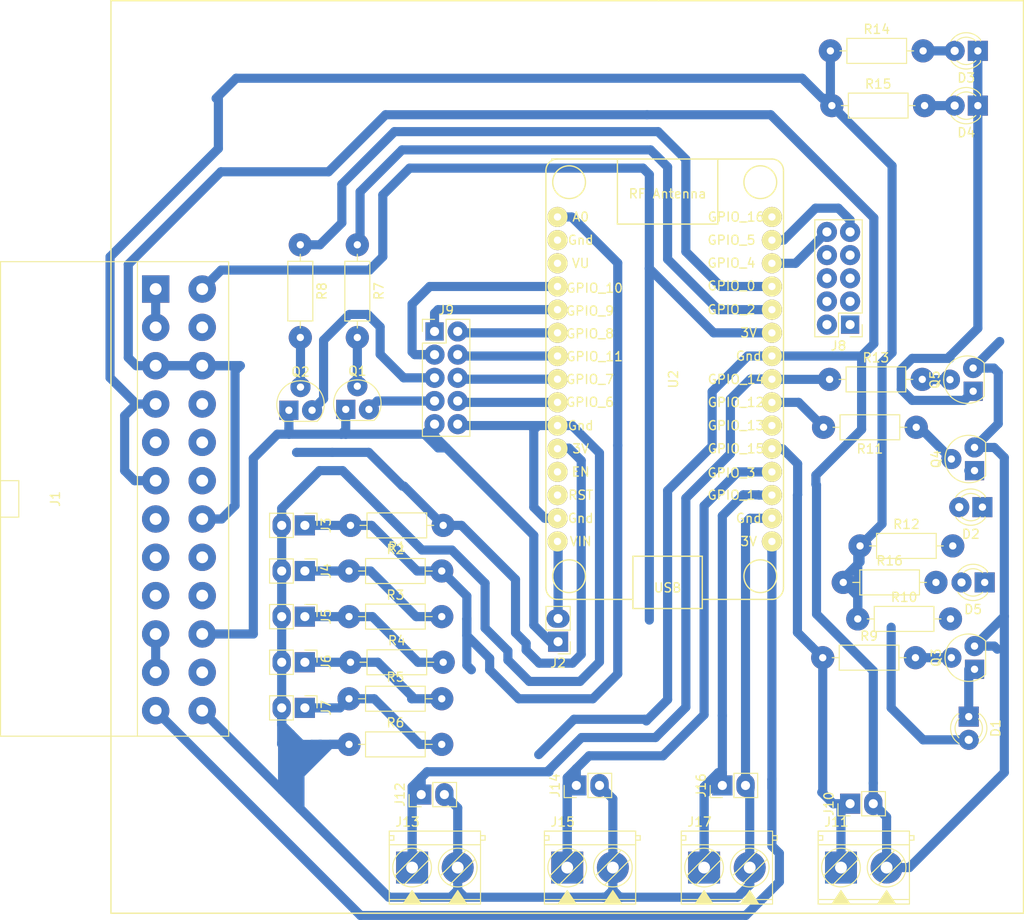
<source format=kicad_pcb>
(kicad_pcb (version 20171130) (host pcbnew "(5.1.2)-2")

  (general
    (thickness 1.6)
    (drawings 5)
    (tracks 430)
    (zones 0)
    (modules 44)
    (nets 58)
  )

  (page A4)
  (layers
    (0 F.Cu signal)
    (31 B.Cu signal)
    (32 B.Adhes user)
    (33 F.Adhes user)
    (34 B.Paste user)
    (35 F.Paste user)
    (36 B.SilkS user)
    (37 F.SilkS user)
    (38 B.Mask user)
    (39 F.Mask user)
    (40 Dwgs.User user)
    (41 Cmts.User user)
    (42 Eco1.User user)
    (43 Eco2.User user)
    (44 Edge.Cuts user)
    (45 Margin user)
    (46 B.CrtYd user)
    (47 F.CrtYd user)
    (48 B.Fab user)
    (49 F.Fab user)
  )

  (setup
    (last_trace_width 1)
    (trace_clearance 1)
    (zone_clearance 0.508)
    (zone_45_only no)
    (trace_min 0.5)
    (via_size 0.8)
    (via_drill 0.4)
    (via_min_size 0.4)
    (via_min_drill 0.3)
    (uvia_size 0.3)
    (uvia_drill 0.1)
    (uvias_allowed no)
    (uvia_min_size 0.2)
    (uvia_min_drill 0.1)
    (edge_width 0.1)
    (segment_width 0.2)
    (pcb_text_width 0.3)
    (pcb_text_size 1.5 1.5)
    (mod_edge_width 0.15)
    (mod_text_size 1 1)
    (mod_text_width 0.15)
    (pad_size 2.54 2.54)
    (pad_drill 0.8)
    (pad_to_mask_clearance 0)
    (aux_axis_origin 0 0)
    (visible_elements 7FFDFFFF)
    (pcbplotparams
      (layerselection 0x010fc_ffffffff)
      (usegerberextensions false)
      (usegerberattributes false)
      (usegerberadvancedattributes false)
      (creategerberjobfile false)
      (excludeedgelayer true)
      (linewidth 0.100000)
      (plotframeref false)
      (viasonmask false)
      (mode 1)
      (useauxorigin false)
      (hpglpennumber 1)
      (hpglpenspeed 20)
      (hpglpendiameter 15.000000)
      (psnegative false)
      (psa4output false)
      (plotreference true)
      (plotvalue true)
      (plotinvisibletext false)
      (padsonsilk false)
      (subtractmaskfromsilk false)
      (outputformat 1)
      (mirror false)
      (drillshape 1)
      (scaleselection 1)
      (outputdirectory ""))
  )

  (net 0 "")
  (net 1 "Net-(D1-Pad1)")
  (net 2 "Net-(D1-Pad2)")
  (net 3 "Net-(D2-Pad2)")
  (net 4 "Net-(D2-Pad1)")
  (net 5 "Net-(D3-Pad2)")
  (net 6 "Net-(D3-Pad1)")
  (net 7 "Net-(D4-Pad2)")
  (net 8 +3V3)
  (net 9 GND)
  (net 10 +5V)
  (net 11 "Net-(J1-Pad5)")
  (net 12 "Net-(J1-Pad7)")
  (net 13 "Net-(J1-Pad8)")
  (net 14 "Net-(J1-Pad9)")
  (net 15 +12V)
  (net 16 "Net-(J1-Pad14)")
  (net 17 "Net-(J1-Pad16)")
  (net 18 "Net-(J1-Pad17)")
  (net 19 "Net-(J1-Pad18)")
  (net 20 "Net-(J1-Pad20)")
  (net 21 "Net-(J1-Pad21)")
  (net 22 "Net-(J1-Pad23)")
  (net 23 "Net-(J3-Pad1)")
  (net 24 "Net-(J4-Pad1)")
  (net 25 "Net-(J5-Pad1)")
  (net 26 "Net-(J6-Pad1)")
  (net 27 "Net-(J7-Pad1)")
  (net 28 "Net-(J8-Pad10)")
  (net 29 "Net-(J8-Pad1)")
  (net 30 "Net-(J9-Pad2)")
  (net 31 "Net-(J9-Pad3)")
  (net 32 "Net-(J9-Pad4)")
  (net 33 "Net-(J9-Pad7)")
  (net 34 "Net-(J9-Pad8)")
  (net 35 "Net-(J9-Pad9)")
  (net 36 "Net-(J9-Pad10)")
  (net 37 "Net-(J10-Pad1)")
  (net 38 "Net-(J12-Pad1)")
  (net 39 "Net-(J14-Pad1)")
  (net 40 "Net-(J16-Pad1)")
  (net 41 "Net-(Q1-Pad2)")
  (net 42 "Net-(Q2-Pad2)")
  (net 43 "Net-(Q3-Pad2)")
  (net 44 "Net-(Q4-Pad2)")
  (net 45 "Net-(Q5-Pad2)")
  (net 46 "Net-(R7-Pad1)")
  (net 47 "Net-(R8-Pad1)")
  (net 48 "Net-(R11-Pad2)")
  (net 49 "Net-(U2-Pad2)")
  (net 50 "Net-(U2-Pad3)")
  (net 51 "Net-(U2-Pad12)")
  (net 52 "Net-(U2-Pad13)")
  (net 53 "Net-(D5-Pad2)")
  (net 54 "Net-(J2-Pad2)")
  (net 55 "Net-(J9-Pad1)")
  (net 56 "Net-(U2-Pad21)")
  (net 57 "Net-(U2-Pad30)")

  (net_class Default "Ceci est la Netclass par défaut."
    (clearance 1)
    (trace_width 1)
    (via_dia 0.8)
    (via_drill 0.4)
    (uvia_dia 0.3)
    (uvia_drill 0.1)
    (diff_pair_width 0.5)
    (diff_pair_gap 0.25)
    (add_net +12V)
    (add_net +3V3)
    (add_net +5V)
    (add_net GND)
    (add_net "Net-(D1-Pad1)")
    (add_net "Net-(D1-Pad2)")
    (add_net "Net-(D2-Pad1)")
    (add_net "Net-(D2-Pad2)")
    (add_net "Net-(D3-Pad1)")
    (add_net "Net-(D3-Pad2)")
    (add_net "Net-(D4-Pad2)")
    (add_net "Net-(D5-Pad2)")
    (add_net "Net-(J1-Pad14)")
    (add_net "Net-(J1-Pad16)")
    (add_net "Net-(J1-Pad17)")
    (add_net "Net-(J1-Pad18)")
    (add_net "Net-(J1-Pad20)")
    (add_net "Net-(J1-Pad21)")
    (add_net "Net-(J1-Pad23)")
    (add_net "Net-(J1-Pad5)")
    (add_net "Net-(J1-Pad7)")
    (add_net "Net-(J1-Pad8)")
    (add_net "Net-(J1-Pad9)")
    (add_net "Net-(J10-Pad1)")
    (add_net "Net-(J12-Pad1)")
    (add_net "Net-(J14-Pad1)")
    (add_net "Net-(J16-Pad1)")
    (add_net "Net-(J2-Pad2)")
    (add_net "Net-(J3-Pad1)")
    (add_net "Net-(J4-Pad1)")
    (add_net "Net-(J5-Pad1)")
    (add_net "Net-(J6-Pad1)")
    (add_net "Net-(J7-Pad1)")
    (add_net "Net-(J8-Pad1)")
    (add_net "Net-(J8-Pad10)")
    (add_net "Net-(J9-Pad1)")
    (add_net "Net-(J9-Pad10)")
    (add_net "Net-(J9-Pad2)")
    (add_net "Net-(J9-Pad3)")
    (add_net "Net-(J9-Pad4)")
    (add_net "Net-(J9-Pad7)")
    (add_net "Net-(J9-Pad8)")
    (add_net "Net-(J9-Pad9)")
    (add_net "Net-(Q1-Pad2)")
    (add_net "Net-(Q2-Pad2)")
    (add_net "Net-(Q3-Pad2)")
    (add_net "Net-(Q4-Pad2)")
    (add_net "Net-(Q5-Pad2)")
    (add_net "Net-(R11-Pad2)")
    (add_net "Net-(R7-Pad1)")
    (add_net "Net-(R8-Pad1)")
    (add_net "Net-(U2-Pad12)")
    (add_net "Net-(U2-Pad13)")
    (add_net "Net-(U2-Pad2)")
    (add_net "Net-(U2-Pad21)")
    (add_net "Net-(U2-Pad3)")
    (add_net "Net-(U2-Pad30)")
  )

  (module atx:LED_D3.0mm (layer F.Cu) (tedit 5DD9D615) (tstamp 5DD32B10)
    (at 145.75 113.75 180)
    (descr "LED, diameter 3.0mm, 2 pins")
    (tags "LED diameter 3.0mm 2 pins")
    (path /5DEE0A98)
    (fp_text reference D5 (at 1.27 -2.96) (layer F.SilkS)
      (effects (font (size 1 1) (thickness 0.15)))
    )
    (fp_text value LED (at 1.27 2.96) (layer F.Fab)
      (effects (font (size 1 1) (thickness 0.15)))
    )
    (fp_arc (start 1.27 0) (end -0.23 -1.16619) (angle 284.3) (layer F.Fab) (width 0.1))
    (fp_arc (start 1.27 0) (end -0.29 -1.235516) (angle 108.8) (layer F.SilkS) (width 0.12))
    (fp_arc (start 1.27 0) (end -0.29 1.235516) (angle -108.8) (layer F.SilkS) (width 0.12))
    (fp_arc (start 1.27 0) (end 0.229039 -1.08) (angle 87.9) (layer F.SilkS) (width 0.12))
    (fp_arc (start 1.27 0) (end 0.229039 1.08) (angle -87.9) (layer F.SilkS) (width 0.12))
    (fp_circle (center 1.27 0) (end 2.77 0) (layer F.Fab) (width 0.1))
    (fp_line (start -0.23 -1.16619) (end -0.23 1.16619) (layer F.Fab) (width 0.1))
    (fp_line (start -0.29 -1.236) (end -0.29 -1.08) (layer F.SilkS) (width 0.12))
    (fp_line (start -0.29 1.08) (end -0.29 1.236) (layer F.SilkS) (width 0.12))
    (fp_line (start -1.15 -2.25) (end -1.15 2.25) (layer F.CrtYd) (width 0.05))
    (fp_line (start -1.15 2.25) (end 3.7 2.25) (layer F.CrtYd) (width 0.05))
    (fp_line (start 3.7 2.25) (end 3.7 -2.25) (layer F.CrtYd) (width 0.05))
    (fp_line (start 3.7 -2.25) (end -1.15 -2.25) (layer F.CrtYd) (width 0.05))
    (pad 1 thru_hole rect (at 0 0 180) (size 2.2 2.2) (drill 0.8) (layers *.Cu *.Mask)
      (net 4 "Net-(D2-Pad1)"))
    (pad 2 thru_hole circle (at 2.54 0 180) (size 2.2 2.2) (drill 0.9) (layers *.Cu *.Mask)
      (net 53 "Net-(D5-Pad2)"))
    (model ${KISYS3DMOD}/LED_THT.3dshapes/LED_D3.0mm.wrl
      (at (xyz 0 0 0))
      (scale (xyz 1 1 1))
      (rotate (xyz 0 0 0))
    )
  )

  (module atx:LED_D3.0mm (layer F.Cu) (tedit 5DD9D615) (tstamp 5DD0CD7F)
    (at 144 128.46 270)
    (descr "LED, diameter 3.0mm, 2 pins")
    (tags "LED diameter 3.0mm 2 pins")
    (path /5DEB909E)
    (fp_text reference D1 (at 1.27 -2.96 90) (layer F.SilkS)
      (effects (font (size 1 1) (thickness 0.15)))
    )
    (fp_text value LED (at 1.27 2.96 90) (layer F.Fab)
      (effects (font (size 1 1) (thickness 0.15)))
    )
    (fp_arc (start 1.27 0) (end -0.23 -1.16619) (angle 284.3) (layer F.Fab) (width 0.1))
    (fp_arc (start 1.27 0) (end -0.29 -1.235516) (angle 108.8) (layer F.SilkS) (width 0.12))
    (fp_arc (start 1.27 0) (end -0.29 1.235516) (angle -108.8) (layer F.SilkS) (width 0.12))
    (fp_arc (start 1.27 0) (end 0.229039 -1.08) (angle 87.9) (layer F.SilkS) (width 0.12))
    (fp_arc (start 1.27 0) (end 0.229039 1.08) (angle -87.9) (layer F.SilkS) (width 0.12))
    (fp_circle (center 1.27 0) (end 2.77 0) (layer F.Fab) (width 0.1))
    (fp_line (start -0.23 -1.16619) (end -0.23 1.16619) (layer F.Fab) (width 0.1))
    (fp_line (start -0.29 -1.236) (end -0.29 -1.08) (layer F.SilkS) (width 0.12))
    (fp_line (start -0.29 1.08) (end -0.29 1.236) (layer F.SilkS) (width 0.12))
    (fp_line (start -1.15 -2.25) (end -1.15 2.25) (layer F.CrtYd) (width 0.05))
    (fp_line (start -1.15 2.25) (end 3.7 2.25) (layer F.CrtYd) (width 0.05))
    (fp_line (start 3.7 2.25) (end 3.7 -2.25) (layer F.CrtYd) (width 0.05))
    (fp_line (start 3.7 -2.25) (end -1.15 -2.25) (layer F.CrtYd) (width 0.05))
    (pad 1 thru_hole rect (at 0 0 270) (size 2.2 2.2) (drill 0.8) (layers *.Cu *.Mask)
      (net 1 "Net-(D1-Pad1)"))
    (pad 2 thru_hole circle (at 2.54 0 270) (size 2.2 2.2) (drill 0.9) (layers *.Cu *.Mask)
      (net 2 "Net-(D1-Pad2)"))
    (model ${KISYS3DMOD}/LED_THT.3dshapes/LED_D3.0mm.wrl
      (at (xyz 0 0 0))
      (scale (xyz 1 1 1))
      (rotate (xyz 0 0 0))
    )
  )

  (module atx:LED_D3.0mm (layer F.Cu) (tedit 5DD9D615) (tstamp 5DD0CD92)
    (at 145.5 105.5 180)
    (descr "LED, diameter 3.0mm, 2 pins")
    (tags "LED diameter 3.0mm 2 pins")
    (path /5DF8F597)
    (fp_text reference D2 (at 1.27 -2.96) (layer F.SilkS)
      (effects (font (size 1 1) (thickness 0.15)))
    )
    (fp_text value LED (at 1.27 2.96) (layer F.Fab)
      (effects (font (size 1 1) (thickness 0.15)))
    )
    (fp_arc (start 1.27 0) (end -0.23 -1.16619) (angle 284.3) (layer F.Fab) (width 0.1))
    (fp_arc (start 1.27 0) (end -0.29 -1.235516) (angle 108.8) (layer F.SilkS) (width 0.12))
    (fp_arc (start 1.27 0) (end -0.29 1.235516) (angle -108.8) (layer F.SilkS) (width 0.12))
    (fp_arc (start 1.27 0) (end 0.229039 -1.08) (angle 87.9) (layer F.SilkS) (width 0.12))
    (fp_arc (start 1.27 0) (end 0.229039 1.08) (angle -87.9) (layer F.SilkS) (width 0.12))
    (fp_circle (center 1.27 0) (end 2.77 0) (layer F.Fab) (width 0.1))
    (fp_line (start -0.23 -1.16619) (end -0.23 1.16619) (layer F.Fab) (width 0.1))
    (fp_line (start -0.29 -1.236) (end -0.29 -1.08) (layer F.SilkS) (width 0.12))
    (fp_line (start -0.29 1.08) (end -0.29 1.236) (layer F.SilkS) (width 0.12))
    (fp_line (start -1.15 -2.25) (end -1.15 2.25) (layer F.CrtYd) (width 0.05))
    (fp_line (start -1.15 2.25) (end 3.7 2.25) (layer F.CrtYd) (width 0.05))
    (fp_line (start 3.7 2.25) (end 3.7 -2.25) (layer F.CrtYd) (width 0.05))
    (fp_line (start 3.7 -2.25) (end -1.15 -2.25) (layer F.CrtYd) (width 0.05))
    (pad 1 thru_hole rect (at 0 0 180) (size 2.2 2.2) (drill 0.8) (layers *.Cu *.Mask)
      (net 4 "Net-(D2-Pad1)"))
    (pad 2 thru_hole circle (at 2.54 0 180) (size 2.2 2.2) (drill 0.9) (layers *.Cu *.Mask)
      (net 3 "Net-(D2-Pad2)"))
    (model ${KISYS3DMOD}/LED_THT.3dshapes/LED_D3.0mm.wrl
      (at (xyz 0 0 0))
      (scale (xyz 1 1 1))
      (rotate (xyz 0 0 0))
    )
  )

  (module atx:LED_D3.0mm (layer F.Cu) (tedit 5DD9D615) (tstamp 5DD0CDA5)
    (at 145 55.5 180)
    (descr "LED, diameter 3.0mm, 2 pins")
    (tags "LED diameter 3.0mm 2 pins")
    (path /5DEA1C84)
    (fp_text reference D3 (at 1.27 -2.96) (layer F.SilkS)
      (effects (font (size 1 1) (thickness 0.15)))
    )
    (fp_text value LED (at 1.27 2.96) (layer F.Fab)
      (effects (font (size 1 1) (thickness 0.15)))
    )
    (fp_arc (start 1.27 0) (end -0.23 -1.16619) (angle 284.3) (layer F.Fab) (width 0.1))
    (fp_arc (start 1.27 0) (end -0.29 -1.235516) (angle 108.8) (layer F.SilkS) (width 0.12))
    (fp_arc (start 1.27 0) (end -0.29 1.235516) (angle -108.8) (layer F.SilkS) (width 0.12))
    (fp_arc (start 1.27 0) (end 0.229039 -1.08) (angle 87.9) (layer F.SilkS) (width 0.12))
    (fp_arc (start 1.27 0) (end 0.229039 1.08) (angle -87.9) (layer F.SilkS) (width 0.12))
    (fp_circle (center 1.27 0) (end 2.77 0) (layer F.Fab) (width 0.1))
    (fp_line (start -0.23 -1.16619) (end -0.23 1.16619) (layer F.Fab) (width 0.1))
    (fp_line (start -0.29 -1.236) (end -0.29 -1.08) (layer F.SilkS) (width 0.12))
    (fp_line (start -0.29 1.08) (end -0.29 1.236) (layer F.SilkS) (width 0.12))
    (fp_line (start -1.15 -2.25) (end -1.15 2.25) (layer F.CrtYd) (width 0.05))
    (fp_line (start -1.15 2.25) (end 3.7 2.25) (layer F.CrtYd) (width 0.05))
    (fp_line (start 3.7 2.25) (end 3.7 -2.25) (layer F.CrtYd) (width 0.05))
    (fp_line (start 3.7 -2.25) (end -1.15 -2.25) (layer F.CrtYd) (width 0.05))
    (pad 1 thru_hole rect (at 0 0 180) (size 2.2 2.2) (drill 0.8) (layers *.Cu *.Mask)
      (net 6 "Net-(D3-Pad1)"))
    (pad 2 thru_hole circle (at 2.54 0 180) (size 2.2 2.2) (drill 0.9) (layers *.Cu *.Mask)
      (net 5 "Net-(D3-Pad2)"))
    (model ${KISYS3DMOD}/LED_THT.3dshapes/LED_D3.0mm.wrl
      (at (xyz 0 0 0))
      (scale (xyz 1 1 1))
      (rotate (xyz 0 0 0))
    )
  )

  (module atx:LED_D3.0mm (layer F.Cu) (tedit 5DD9D615) (tstamp 5DD0CDB8)
    (at 145 61.5 180)
    (descr "LED, diameter 3.0mm, 2 pins")
    (tags "LED diameter 3.0mm 2 pins")
    (path /5DF4BEB1)
    (fp_text reference D4 (at 1.27 -2.96) (layer F.SilkS)
      (effects (font (size 1 1) (thickness 0.15)))
    )
    (fp_text value LED (at 1.27 2.96) (layer F.Fab)
      (effects (font (size 1 1) (thickness 0.15)))
    )
    (fp_arc (start 1.27 0) (end -0.23 -1.16619) (angle 284.3) (layer F.Fab) (width 0.1))
    (fp_arc (start 1.27 0) (end -0.29 -1.235516) (angle 108.8) (layer F.SilkS) (width 0.12))
    (fp_arc (start 1.27 0) (end -0.29 1.235516) (angle -108.8) (layer F.SilkS) (width 0.12))
    (fp_arc (start 1.27 0) (end 0.229039 -1.08) (angle 87.9) (layer F.SilkS) (width 0.12))
    (fp_arc (start 1.27 0) (end 0.229039 1.08) (angle -87.9) (layer F.SilkS) (width 0.12))
    (fp_circle (center 1.27 0) (end 2.77 0) (layer F.Fab) (width 0.1))
    (fp_line (start -0.23 -1.16619) (end -0.23 1.16619) (layer F.Fab) (width 0.1))
    (fp_line (start -0.29 -1.236) (end -0.29 -1.08) (layer F.SilkS) (width 0.12))
    (fp_line (start -0.29 1.08) (end -0.29 1.236) (layer F.SilkS) (width 0.12))
    (fp_line (start -1.15 -2.25) (end -1.15 2.25) (layer F.CrtYd) (width 0.05))
    (fp_line (start -1.15 2.25) (end 3.7 2.25) (layer F.CrtYd) (width 0.05))
    (fp_line (start 3.7 2.25) (end 3.7 -2.25) (layer F.CrtYd) (width 0.05))
    (fp_line (start 3.7 -2.25) (end -1.15 -2.25) (layer F.CrtYd) (width 0.05))
    (pad 1 thru_hole rect (at 0 0 180) (size 2.2 2.2) (drill 0.8) (layers *.Cu *.Mask)
      (net 6 "Net-(D3-Pad1)"))
    (pad 2 thru_hole circle (at 2.54 0 180) (size 2.2 2.2) (drill 0.9) (layers *.Cu *.Mask)
      (net 7 "Net-(D4-Pad2)"))
    (model ${KISYS3DMOD}/LED_THT.3dshapes/LED_D3.0mm.wrl
      (at (xyz 0 0 0))
      (scale (xyz 1 1 1))
      (rotate (xyz 0 0 0))
    )
  )

  (module atx:PinHeader_1x02_P2.54mm_Vertical (layer F.Cu) (tedit 5DD9C79F) (tstamp 5DD32B8C)
    (at 99 120.25 180)
    (descr "Through hole straight pin header, 1x02, 2.54mm pitch, single row")
    (tags "Through hole pin header THT 1x02 2.54mm single row")
    (path /5DEA3F95)
    (fp_text reference J2 (at 0 -2.33) (layer F.SilkS)
      (effects (font (size 1 1) (thickness 0.15)))
    )
    (fp_text value Conn_01x02_Male (at 0 4.87) (layer F.Fab)
      (effects (font (size 1 1) (thickness 0.15)))
    )
    (fp_line (start -0.635 -1.27) (end 1.27 -1.27) (layer F.Fab) (width 0.1))
    (fp_line (start 1.27 -1.27) (end 1.27 3.81) (layer F.Fab) (width 0.1))
    (fp_line (start 1.27 3.81) (end -1.27 3.81) (layer F.Fab) (width 0.1))
    (fp_line (start -1.27 3.81) (end -1.27 -0.635) (layer F.Fab) (width 0.1))
    (fp_line (start -1.27 -0.635) (end -0.635 -1.27) (layer F.Fab) (width 0.1))
    (fp_line (start -1.33 3.87) (end 1.33 3.87) (layer F.SilkS) (width 0.12))
    (fp_line (start -1.33 1.27) (end -1.33 3.87) (layer F.SilkS) (width 0.12))
    (fp_line (start 1.33 1.27) (end 1.33 3.87) (layer F.SilkS) (width 0.12))
    (fp_line (start -1.33 1.27) (end 1.33 1.27) (layer F.SilkS) (width 0.12))
    (fp_line (start -1.33 0) (end -1.33 -1.33) (layer F.SilkS) (width 0.12))
    (fp_line (start -1.33 -1.33) (end 0 -1.33) (layer F.SilkS) (width 0.12))
    (fp_line (start -1.8 -1.8) (end -1.8 4.35) (layer F.CrtYd) (width 0.05))
    (fp_line (start -1.8 4.35) (end 1.8 4.35) (layer F.CrtYd) (width 0.05))
    (fp_line (start 1.8 4.35) (end 1.8 -1.8) (layer F.CrtYd) (width 0.05))
    (fp_line (start 1.8 -1.8) (end -1.8 -1.8) (layer F.CrtYd) (width 0.05))
    (fp_text user %R (at 0 1.27 90) (layer F.Fab)
      (effects (font (size 1 1) (thickness 0.15)))
    )
    (pad 1 thru_hole rect (at 0 0 180) (size 2.2 2.2) (drill 1) (layers *.Cu *.Mask)
      (net 10 +5V))
    (pad 2 thru_hole oval (at 0 2.54 180) (size 2.5 2) (drill 1) (layers *.Cu *.Mask)
      (net 54 "Net-(J2-Pad2)"))
    (model ${KISYS3DMOD}/Connector_PinHeader_2.54mm.3dshapes/PinHeader_1x02_P2.54mm_Vertical.wrl
      (at (xyz 0 0 0))
      (scale (xyz 1 1 1))
      (rotate (xyz 0 0 0))
    )
  )

  (module atx:PinHeader_1x02_P2.54mm_Vertical (layer F.Cu) (tedit 5DD9C79F) (tstamp 5DD0CE02)
    (at 71.25 107.5 270)
    (descr "Through hole straight pin header, 1x02, 2.54mm pitch, single row")
    (tags "Through hole pin header THT 1x02 2.54mm single row")
    (path /5E042A65)
    (fp_text reference J3 (at 0 -2.33 90) (layer F.SilkS)
      (effects (font (size 1 1) (thickness 0.15)))
    )
    (fp_text value Conn_01x02_Female (at 0 4.87 90) (layer F.Fab)
      (effects (font (size 1 1) (thickness 0.15)))
    )
    (fp_line (start -0.635 -1.27) (end 1.27 -1.27) (layer F.Fab) (width 0.1))
    (fp_line (start 1.27 -1.27) (end 1.27 3.81) (layer F.Fab) (width 0.1))
    (fp_line (start 1.27 3.81) (end -1.27 3.81) (layer F.Fab) (width 0.1))
    (fp_line (start -1.27 3.81) (end -1.27 -0.635) (layer F.Fab) (width 0.1))
    (fp_line (start -1.27 -0.635) (end -0.635 -1.27) (layer F.Fab) (width 0.1))
    (fp_line (start -1.33 3.87) (end 1.33 3.87) (layer F.SilkS) (width 0.12))
    (fp_line (start -1.33 1.27) (end -1.33 3.87) (layer F.SilkS) (width 0.12))
    (fp_line (start 1.33 1.27) (end 1.33 3.87) (layer F.SilkS) (width 0.12))
    (fp_line (start -1.33 1.27) (end 1.33 1.27) (layer F.SilkS) (width 0.12))
    (fp_line (start -1.33 0) (end -1.33 -1.33) (layer F.SilkS) (width 0.12))
    (fp_line (start -1.33 -1.33) (end 0 -1.33) (layer F.SilkS) (width 0.12))
    (fp_line (start -1.8 -1.8) (end -1.8 4.35) (layer F.CrtYd) (width 0.05))
    (fp_line (start -1.8 4.35) (end 1.8 4.35) (layer F.CrtYd) (width 0.05))
    (fp_line (start 1.8 4.35) (end 1.8 -1.8) (layer F.CrtYd) (width 0.05))
    (fp_line (start 1.8 -1.8) (end -1.8 -1.8) (layer F.CrtYd) (width 0.05))
    (fp_text user %R (at 0 1.27) (layer F.Fab)
      (effects (font (size 1 1) (thickness 0.15)))
    )
    (pad 1 thru_hole rect (at 0 0 270) (size 2.2 2.2) (drill 1) (layers *.Cu *.Mask)
      (net 23 "Net-(J3-Pad1)"))
    (pad 2 thru_hole oval (at 0 2.54 270) (size 2.5 2) (drill 1) (layers *.Cu *.Mask)
      (net 9 GND))
    (model ${KISYS3DMOD}/Connector_PinHeader_2.54mm.3dshapes/PinHeader_1x02_P2.54mm_Vertical.wrl
      (at (xyz 0 0 0))
      (scale (xyz 1 1 1))
      (rotate (xyz 0 0 0))
    )
  )

  (module atx:PinHeader_1x02_P2.54mm_Vertical (layer F.Cu) (tedit 5DD9C79F) (tstamp 5DD0CE18)
    (at 71.25 112.5 270)
    (descr "Through hole straight pin header, 1x02, 2.54mm pitch, single row")
    (tags "Through hole pin header THT 1x02 2.54mm single row")
    (path /5E042415)
    (fp_text reference J4 (at 0 -2.33 90) (layer F.SilkS)
      (effects (font (size 1 1) (thickness 0.15)))
    )
    (fp_text value Conn_01x02_Female (at 0 4.87 90) (layer F.Fab)
      (effects (font (size 1 1) (thickness 0.15)))
    )
    (fp_line (start -0.635 -1.27) (end 1.27 -1.27) (layer F.Fab) (width 0.1))
    (fp_line (start 1.27 -1.27) (end 1.27 3.81) (layer F.Fab) (width 0.1))
    (fp_line (start 1.27 3.81) (end -1.27 3.81) (layer F.Fab) (width 0.1))
    (fp_line (start -1.27 3.81) (end -1.27 -0.635) (layer F.Fab) (width 0.1))
    (fp_line (start -1.27 -0.635) (end -0.635 -1.27) (layer F.Fab) (width 0.1))
    (fp_line (start -1.33 3.87) (end 1.33 3.87) (layer F.SilkS) (width 0.12))
    (fp_line (start -1.33 1.27) (end -1.33 3.87) (layer F.SilkS) (width 0.12))
    (fp_line (start 1.33 1.27) (end 1.33 3.87) (layer F.SilkS) (width 0.12))
    (fp_line (start -1.33 1.27) (end 1.33 1.27) (layer F.SilkS) (width 0.12))
    (fp_line (start -1.33 0) (end -1.33 -1.33) (layer F.SilkS) (width 0.12))
    (fp_line (start -1.33 -1.33) (end 0 -1.33) (layer F.SilkS) (width 0.12))
    (fp_line (start -1.8 -1.8) (end -1.8 4.35) (layer F.CrtYd) (width 0.05))
    (fp_line (start -1.8 4.35) (end 1.8 4.35) (layer F.CrtYd) (width 0.05))
    (fp_line (start 1.8 4.35) (end 1.8 -1.8) (layer F.CrtYd) (width 0.05))
    (fp_line (start 1.8 -1.8) (end -1.8 -1.8) (layer F.CrtYd) (width 0.05))
    (fp_text user %R (at 0 1.27) (layer F.Fab)
      (effects (font (size 1 1) (thickness 0.15)))
    )
    (pad 1 thru_hole rect (at 0 0 270) (size 2.2 2.2) (drill 1) (layers *.Cu *.Mask)
      (net 24 "Net-(J4-Pad1)"))
    (pad 2 thru_hole oval (at 0 2.54 270) (size 2.5 2) (drill 1) (layers *.Cu *.Mask)
      (net 9 GND))
    (model ${KISYS3DMOD}/Connector_PinHeader_2.54mm.3dshapes/PinHeader_1x02_P2.54mm_Vertical.wrl
      (at (xyz 0 0 0))
      (scale (xyz 1 1 1))
      (rotate (xyz 0 0 0))
    )
  )

  (module atx:PinHeader_1x02_P2.54mm_Vertical (layer F.Cu) (tedit 5DD9C79F) (tstamp 5DD0CE2E)
    (at 71.25 117.5 270)
    (descr "Through hole straight pin header, 1x02, 2.54mm pitch, single row")
    (tags "Through hole pin header THT 1x02 2.54mm single row")
    (path /5E041F7E)
    (fp_text reference J5 (at 0 -2.33 90) (layer F.SilkS)
      (effects (font (size 1 1) (thickness 0.15)))
    )
    (fp_text value Conn_01x02_Female (at 0 4.87 90) (layer F.Fab)
      (effects (font (size 1 1) (thickness 0.15)))
    )
    (fp_line (start -0.635 -1.27) (end 1.27 -1.27) (layer F.Fab) (width 0.1))
    (fp_line (start 1.27 -1.27) (end 1.27 3.81) (layer F.Fab) (width 0.1))
    (fp_line (start 1.27 3.81) (end -1.27 3.81) (layer F.Fab) (width 0.1))
    (fp_line (start -1.27 3.81) (end -1.27 -0.635) (layer F.Fab) (width 0.1))
    (fp_line (start -1.27 -0.635) (end -0.635 -1.27) (layer F.Fab) (width 0.1))
    (fp_line (start -1.33 3.87) (end 1.33 3.87) (layer F.SilkS) (width 0.12))
    (fp_line (start -1.33 1.27) (end -1.33 3.87) (layer F.SilkS) (width 0.12))
    (fp_line (start 1.33 1.27) (end 1.33 3.87) (layer F.SilkS) (width 0.12))
    (fp_line (start -1.33 1.27) (end 1.33 1.27) (layer F.SilkS) (width 0.12))
    (fp_line (start -1.33 0) (end -1.33 -1.33) (layer F.SilkS) (width 0.12))
    (fp_line (start -1.33 -1.33) (end 0 -1.33) (layer F.SilkS) (width 0.12))
    (fp_line (start -1.8 -1.8) (end -1.8 4.35) (layer F.CrtYd) (width 0.05))
    (fp_line (start -1.8 4.35) (end 1.8 4.35) (layer F.CrtYd) (width 0.05))
    (fp_line (start 1.8 4.35) (end 1.8 -1.8) (layer F.CrtYd) (width 0.05))
    (fp_line (start 1.8 -1.8) (end -1.8 -1.8) (layer F.CrtYd) (width 0.05))
    (fp_text user %R (at 0 1.27) (layer F.Fab)
      (effects (font (size 1 1) (thickness 0.15)))
    )
    (pad 1 thru_hole rect (at 0 0 270) (size 2.2 2.2) (drill 1) (layers *.Cu *.Mask)
      (net 25 "Net-(J5-Pad1)"))
    (pad 2 thru_hole oval (at 0 2.54 270) (size 2.5 2) (drill 1) (layers *.Cu *.Mask)
      (net 9 GND))
    (model ${KISYS3DMOD}/Connector_PinHeader_2.54mm.3dshapes/PinHeader_1x02_P2.54mm_Vertical.wrl
      (at (xyz 0 0 0))
      (scale (xyz 1 1 1))
      (rotate (xyz 0 0 0))
    )
  )

  (module atx:PinHeader_1x02_P2.54mm_Vertical (layer F.Cu) (tedit 5DD9C79F) (tstamp 5DD0CE44)
    (at 71.25 122.5 270)
    (descr "Through hole straight pin header, 1x02, 2.54mm pitch, single row")
    (tags "Through hole pin header THT 1x02 2.54mm single row")
    (path /5E041801)
    (fp_text reference J6 (at 0 -2.33 90) (layer F.SilkS)
      (effects (font (size 1 1) (thickness 0.15)))
    )
    (fp_text value Conn_01x02_Female (at 0 4.87 90) (layer F.Fab)
      (effects (font (size 1 1) (thickness 0.15)))
    )
    (fp_line (start -0.635 -1.27) (end 1.27 -1.27) (layer F.Fab) (width 0.1))
    (fp_line (start 1.27 -1.27) (end 1.27 3.81) (layer F.Fab) (width 0.1))
    (fp_line (start 1.27 3.81) (end -1.27 3.81) (layer F.Fab) (width 0.1))
    (fp_line (start -1.27 3.81) (end -1.27 -0.635) (layer F.Fab) (width 0.1))
    (fp_line (start -1.27 -0.635) (end -0.635 -1.27) (layer F.Fab) (width 0.1))
    (fp_line (start -1.33 3.87) (end 1.33 3.87) (layer F.SilkS) (width 0.12))
    (fp_line (start -1.33 1.27) (end -1.33 3.87) (layer F.SilkS) (width 0.12))
    (fp_line (start 1.33 1.27) (end 1.33 3.87) (layer F.SilkS) (width 0.12))
    (fp_line (start -1.33 1.27) (end 1.33 1.27) (layer F.SilkS) (width 0.12))
    (fp_line (start -1.33 0) (end -1.33 -1.33) (layer F.SilkS) (width 0.12))
    (fp_line (start -1.33 -1.33) (end 0 -1.33) (layer F.SilkS) (width 0.12))
    (fp_line (start -1.8 -1.8) (end -1.8 4.35) (layer F.CrtYd) (width 0.05))
    (fp_line (start -1.8 4.35) (end 1.8 4.35) (layer F.CrtYd) (width 0.05))
    (fp_line (start 1.8 4.35) (end 1.8 -1.8) (layer F.CrtYd) (width 0.05))
    (fp_line (start 1.8 -1.8) (end -1.8 -1.8) (layer F.CrtYd) (width 0.05))
    (fp_text user %R (at 0 1.27) (layer F.Fab)
      (effects (font (size 1 1) (thickness 0.15)))
    )
    (pad 1 thru_hole rect (at 0 0 270) (size 2.2 2.2) (drill 1) (layers *.Cu *.Mask)
      (net 26 "Net-(J6-Pad1)"))
    (pad 2 thru_hole oval (at 0 2.54 270) (size 2.5 2) (drill 1) (layers *.Cu *.Mask)
      (net 9 GND))
    (model ${KISYS3DMOD}/Connector_PinHeader_2.54mm.3dshapes/PinHeader_1x02_P2.54mm_Vertical.wrl
      (at (xyz 0 0 0))
      (scale (xyz 1 1 1))
      (rotate (xyz 0 0 0))
    )
  )

  (module atx:PinHeader_1x02_P2.54mm_Vertical (layer F.Cu) (tedit 5DD9C79F) (tstamp 5DD0CE5A)
    (at 71.25 127.5 270)
    (descr "Through hole straight pin header, 1x02, 2.54mm pitch, single row")
    (tags "Through hole pin header THT 1x02 2.54mm single row")
    (path /5E03F2D7)
    (fp_text reference J7 (at 0 -2.33 90) (layer F.SilkS)
      (effects (font (size 1 1) (thickness 0.15)))
    )
    (fp_text value Conn_01x02_Female (at 0 4.87 90) (layer F.Fab)
      (effects (font (size 1 1) (thickness 0.15)))
    )
    (fp_line (start -0.635 -1.27) (end 1.27 -1.27) (layer F.Fab) (width 0.1))
    (fp_line (start 1.27 -1.27) (end 1.27 3.81) (layer F.Fab) (width 0.1))
    (fp_line (start 1.27 3.81) (end -1.27 3.81) (layer F.Fab) (width 0.1))
    (fp_line (start -1.27 3.81) (end -1.27 -0.635) (layer F.Fab) (width 0.1))
    (fp_line (start -1.27 -0.635) (end -0.635 -1.27) (layer F.Fab) (width 0.1))
    (fp_line (start -1.33 3.87) (end 1.33 3.87) (layer F.SilkS) (width 0.12))
    (fp_line (start -1.33 1.27) (end -1.33 3.87) (layer F.SilkS) (width 0.12))
    (fp_line (start 1.33 1.27) (end 1.33 3.87) (layer F.SilkS) (width 0.12))
    (fp_line (start -1.33 1.27) (end 1.33 1.27) (layer F.SilkS) (width 0.12))
    (fp_line (start -1.33 0) (end -1.33 -1.33) (layer F.SilkS) (width 0.12))
    (fp_line (start -1.33 -1.33) (end 0 -1.33) (layer F.SilkS) (width 0.12))
    (fp_line (start -1.8 -1.8) (end -1.8 4.35) (layer F.CrtYd) (width 0.05))
    (fp_line (start -1.8 4.35) (end 1.8 4.35) (layer F.CrtYd) (width 0.05))
    (fp_line (start 1.8 4.35) (end 1.8 -1.8) (layer F.CrtYd) (width 0.05))
    (fp_line (start 1.8 -1.8) (end -1.8 -1.8) (layer F.CrtYd) (width 0.05))
    (fp_text user %R (at 0 1.27) (layer F.Fab)
      (effects (font (size 1 1) (thickness 0.15)))
    )
    (pad 1 thru_hole rect (at 0 0 270) (size 2.2 2.2) (drill 1) (layers *.Cu *.Mask)
      (net 27 "Net-(J7-Pad1)"))
    (pad 2 thru_hole oval (at 0 2.54 270) (size 2.5 2) (drill 1) (layers *.Cu *.Mask)
      (net 9 GND))
    (model ${KISYS3DMOD}/Connector_PinHeader_2.54mm.3dshapes/PinHeader_1x02_P2.54mm_Vertical.wrl
      (at (xyz 0 0 0))
      (scale (xyz 1 1 1))
      (rotate (xyz 0 0 0))
    )
  )

  (module atx:PinHeader_1x02_P2.54mm_Vertical (layer F.Cu) (tedit 5DD9C79F) (tstamp 5DD0CEB0)
    (at 131 138 90)
    (descr "Through hole straight pin header, 1x02, 2.54mm pitch, single row")
    (tags "Through hole pin header THT 1x02 2.54mm single row")
    (path /5DE23B8E)
    (fp_text reference J10 (at 0 -2.33 90) (layer F.SilkS)
      (effects (font (size 1 1) (thickness 0.15)))
    )
    (fp_text value Conn_01x02_Female (at 0 4.87 90) (layer F.Fab)
      (effects (font (size 1 1) (thickness 0.15)))
    )
    (fp_line (start -0.635 -1.27) (end 1.27 -1.27) (layer F.Fab) (width 0.1))
    (fp_line (start 1.27 -1.27) (end 1.27 3.81) (layer F.Fab) (width 0.1))
    (fp_line (start 1.27 3.81) (end -1.27 3.81) (layer F.Fab) (width 0.1))
    (fp_line (start -1.27 3.81) (end -1.27 -0.635) (layer F.Fab) (width 0.1))
    (fp_line (start -1.27 -0.635) (end -0.635 -1.27) (layer F.Fab) (width 0.1))
    (fp_line (start -1.33 3.87) (end 1.33 3.87) (layer F.SilkS) (width 0.12))
    (fp_line (start -1.33 1.27) (end -1.33 3.87) (layer F.SilkS) (width 0.12))
    (fp_line (start 1.33 1.27) (end 1.33 3.87) (layer F.SilkS) (width 0.12))
    (fp_line (start -1.33 1.27) (end 1.33 1.27) (layer F.SilkS) (width 0.12))
    (fp_line (start -1.33 0) (end -1.33 -1.33) (layer F.SilkS) (width 0.12))
    (fp_line (start -1.33 -1.33) (end 0 -1.33) (layer F.SilkS) (width 0.12))
    (fp_line (start -1.8 -1.8) (end -1.8 4.35) (layer F.CrtYd) (width 0.05))
    (fp_line (start -1.8 4.35) (end 1.8 4.35) (layer F.CrtYd) (width 0.05))
    (fp_line (start 1.8 4.35) (end 1.8 -1.8) (layer F.CrtYd) (width 0.05))
    (fp_line (start 1.8 -1.8) (end -1.8 -1.8) (layer F.CrtYd) (width 0.05))
    (fp_text user %R (at 0 1.27) (layer F.Fab)
      (effects (font (size 1 1) (thickness 0.15)))
    )
    (pad 1 thru_hole rect (at 0 0 90) (size 2.2 2.2) (drill 1) (layers *.Cu *.Mask)
      (net 37 "Net-(J10-Pad1)"))
    (pad 2 thru_hole oval (at 0 2.54 90) (size 2.5 2) (drill 1) (layers *.Cu *.Mask)
      (net 9 GND))
    (model ${KISYS3DMOD}/Connector_PinHeader_2.54mm.3dshapes/PinHeader_1x02_P2.54mm_Vertical.wrl
      (at (xyz 0 0 0))
      (scale (xyz 1 1 1))
      (rotate (xyz 0 0 0))
    )
  )

  (module atx:PinHeader_1x02_P2.54mm_Vertical (layer F.Cu) (tedit 5DD9C79F) (tstamp 5DD0CEE9)
    (at 84 137 90)
    (descr "Through hole straight pin header, 1x02, 2.54mm pitch, single row")
    (tags "Through hole pin header THT 1x02 2.54mm single row")
    (path /5DE1676F)
    (fp_text reference J12 (at 0 -2.33 90) (layer F.SilkS)
      (effects (font (size 1 1) (thickness 0.15)))
    )
    (fp_text value Conn_01x02_Female (at 0 4.87 90) (layer F.Fab)
      (effects (font (size 1 1) (thickness 0.15)))
    )
    (fp_line (start -0.635 -1.27) (end 1.27 -1.27) (layer F.Fab) (width 0.1))
    (fp_line (start 1.27 -1.27) (end 1.27 3.81) (layer F.Fab) (width 0.1))
    (fp_line (start 1.27 3.81) (end -1.27 3.81) (layer F.Fab) (width 0.1))
    (fp_line (start -1.27 3.81) (end -1.27 -0.635) (layer F.Fab) (width 0.1))
    (fp_line (start -1.27 -0.635) (end -0.635 -1.27) (layer F.Fab) (width 0.1))
    (fp_line (start -1.33 3.87) (end 1.33 3.87) (layer F.SilkS) (width 0.12))
    (fp_line (start -1.33 1.27) (end -1.33 3.87) (layer F.SilkS) (width 0.12))
    (fp_line (start 1.33 1.27) (end 1.33 3.87) (layer F.SilkS) (width 0.12))
    (fp_line (start -1.33 1.27) (end 1.33 1.27) (layer F.SilkS) (width 0.12))
    (fp_line (start -1.33 0) (end -1.33 -1.33) (layer F.SilkS) (width 0.12))
    (fp_line (start -1.33 -1.33) (end 0 -1.33) (layer F.SilkS) (width 0.12))
    (fp_line (start -1.8 -1.8) (end -1.8 4.35) (layer F.CrtYd) (width 0.05))
    (fp_line (start -1.8 4.35) (end 1.8 4.35) (layer F.CrtYd) (width 0.05))
    (fp_line (start 1.8 4.35) (end 1.8 -1.8) (layer F.CrtYd) (width 0.05))
    (fp_line (start 1.8 -1.8) (end -1.8 -1.8) (layer F.CrtYd) (width 0.05))
    (fp_text user %R (at 0 1.27) (layer F.Fab)
      (effects (font (size 1 1) (thickness 0.15)))
    )
    (pad 1 thru_hole rect (at 0 0 90) (size 2.2 2.2) (drill 1) (layers *.Cu *.Mask)
      (net 38 "Net-(J12-Pad1)"))
    (pad 2 thru_hole oval (at 0 2.54 90) (size 2.5 2) (drill 1) (layers *.Cu *.Mask)
      (net 9 GND))
    (model ${KISYS3DMOD}/Connector_PinHeader_2.54mm.3dshapes/PinHeader_1x02_P2.54mm_Vertical.wrl
      (at (xyz 0 0 0))
      (scale (xyz 1 1 1))
      (rotate (xyz 0 0 0))
    )
  )

  (module atx:PinHeader_1x02_P2.54mm_Vertical (layer F.Cu) (tedit 5DD9C79F) (tstamp 5DD0CF22)
    (at 101 136 90)
    (descr "Through hole straight pin header, 1x02, 2.54mm pitch, single row")
    (tags "Through hole pin header THT 1x02 2.54mm single row")
    (path /5DE82C58)
    (fp_text reference J14 (at 0 -2.33 90) (layer F.SilkS)
      (effects (font (size 1 1) (thickness 0.15)))
    )
    (fp_text value Conn_01x02_Female (at 0 4.87 90) (layer F.Fab)
      (effects (font (size 1 1) (thickness 0.15)))
    )
    (fp_line (start -0.635 -1.27) (end 1.27 -1.27) (layer F.Fab) (width 0.1))
    (fp_line (start 1.27 -1.27) (end 1.27 3.81) (layer F.Fab) (width 0.1))
    (fp_line (start 1.27 3.81) (end -1.27 3.81) (layer F.Fab) (width 0.1))
    (fp_line (start -1.27 3.81) (end -1.27 -0.635) (layer F.Fab) (width 0.1))
    (fp_line (start -1.27 -0.635) (end -0.635 -1.27) (layer F.Fab) (width 0.1))
    (fp_line (start -1.33 3.87) (end 1.33 3.87) (layer F.SilkS) (width 0.12))
    (fp_line (start -1.33 1.27) (end -1.33 3.87) (layer F.SilkS) (width 0.12))
    (fp_line (start 1.33 1.27) (end 1.33 3.87) (layer F.SilkS) (width 0.12))
    (fp_line (start -1.33 1.27) (end 1.33 1.27) (layer F.SilkS) (width 0.12))
    (fp_line (start -1.33 0) (end -1.33 -1.33) (layer F.SilkS) (width 0.12))
    (fp_line (start -1.33 -1.33) (end 0 -1.33) (layer F.SilkS) (width 0.12))
    (fp_line (start -1.8 -1.8) (end -1.8 4.35) (layer F.CrtYd) (width 0.05))
    (fp_line (start -1.8 4.35) (end 1.8 4.35) (layer F.CrtYd) (width 0.05))
    (fp_line (start 1.8 4.35) (end 1.8 -1.8) (layer F.CrtYd) (width 0.05))
    (fp_line (start 1.8 -1.8) (end -1.8 -1.8) (layer F.CrtYd) (width 0.05))
    (fp_text user %R (at 0 1.27) (layer F.Fab)
      (effects (font (size 1 1) (thickness 0.15)))
    )
    (pad 1 thru_hole rect (at 0 0 90) (size 2.2 2.2) (drill 1) (layers *.Cu *.Mask)
      (net 39 "Net-(J14-Pad1)"))
    (pad 2 thru_hole oval (at 0 2.54 90) (size 2.5 2) (drill 1) (layers *.Cu *.Mask)
      (net 9 GND))
    (model ${KISYS3DMOD}/Connector_PinHeader_2.54mm.3dshapes/PinHeader_1x02_P2.54mm_Vertical.wrl
      (at (xyz 0 0 0))
      (scale (xyz 1 1 1))
      (rotate (xyz 0 0 0))
    )
  )

  (module atx:PinHeader_1x02_P2.54mm_Vertical (layer F.Cu) (tedit 5DD9C79F) (tstamp 5DD0CF5B)
    (at 117 136 90)
    (descr "Through hole straight pin header, 1x02, 2.54mm pitch, single row")
    (tags "Through hole pin header THT 1x02 2.54mm single row")
    (path /5DE82C85)
    (fp_text reference J16 (at 0 -2.33 90) (layer F.SilkS)
      (effects (font (size 1 1) (thickness 0.15)))
    )
    (fp_text value Conn_01x02_Female (at 0 4.87 90) (layer F.Fab)
      (effects (font (size 1 1) (thickness 0.15)))
    )
    (fp_line (start -0.635 -1.27) (end 1.27 -1.27) (layer F.Fab) (width 0.1))
    (fp_line (start 1.27 -1.27) (end 1.27 3.81) (layer F.Fab) (width 0.1))
    (fp_line (start 1.27 3.81) (end -1.27 3.81) (layer F.Fab) (width 0.1))
    (fp_line (start -1.27 3.81) (end -1.27 -0.635) (layer F.Fab) (width 0.1))
    (fp_line (start -1.27 -0.635) (end -0.635 -1.27) (layer F.Fab) (width 0.1))
    (fp_line (start -1.33 3.87) (end 1.33 3.87) (layer F.SilkS) (width 0.12))
    (fp_line (start -1.33 1.27) (end -1.33 3.87) (layer F.SilkS) (width 0.12))
    (fp_line (start 1.33 1.27) (end 1.33 3.87) (layer F.SilkS) (width 0.12))
    (fp_line (start -1.33 1.27) (end 1.33 1.27) (layer F.SilkS) (width 0.12))
    (fp_line (start -1.33 0) (end -1.33 -1.33) (layer F.SilkS) (width 0.12))
    (fp_line (start -1.33 -1.33) (end 0 -1.33) (layer F.SilkS) (width 0.12))
    (fp_line (start -1.8 -1.8) (end -1.8 4.35) (layer F.CrtYd) (width 0.05))
    (fp_line (start -1.8 4.35) (end 1.8 4.35) (layer F.CrtYd) (width 0.05))
    (fp_line (start 1.8 4.35) (end 1.8 -1.8) (layer F.CrtYd) (width 0.05))
    (fp_line (start 1.8 -1.8) (end -1.8 -1.8) (layer F.CrtYd) (width 0.05))
    (fp_text user %R (at 0 1.27) (layer F.Fab)
      (effects (font (size 1 1) (thickness 0.15)))
    )
    (pad 1 thru_hole rect (at 0 0 90) (size 2.2 2.2) (drill 1) (layers *.Cu *.Mask)
      (net 40 "Net-(J16-Pad1)"))
    (pad 2 thru_hole oval (at 0 2.54 90) (size 2.5 2) (drill 1) (layers *.Cu *.Mask)
      (net 9 GND))
    (model ${KISYS3DMOD}/Connector_PinHeader_2.54mm.3dshapes/PinHeader_1x02_P2.54mm_Vertical.wrl
      (at (xyz 0 0 0))
      (scale (xyz 1 1 1))
      (rotate (xyz 0 0 0))
    )
  )

  (module Resistor_THT:R_Axial_DIN0207_L6.3mm_D2.5mm_P10.16mm_Horizontal (layer F.Cu) (tedit 5DD92C12) (tstamp 5DD0D11A)
    (at 128.84 55.5)
    (descr "Resistor, Axial_DIN0207 series, Axial, Horizontal, pin pitch=10.16mm, 0.25W = 1/4W, length*diameter=6.3*2.5mm^2, http://cdn-reichelt.de/documents/datenblatt/B400/1_4W%23YAG.pdf")
    (tags "Resistor Axial_DIN0207 series Axial Horizontal pin pitch 10.16mm 0.25W = 1/4W length 6.3mm diameter 2.5mm")
    (path /5DEA0980)
    (fp_text reference R14 (at 5.08 -2.37) (layer F.SilkS)
      (effects (font (size 1 1) (thickness 0.15)))
    )
    (fp_text value R (at 5.08 2.37) (layer F.Fab)
      (effects (font (size 1 1) (thickness 0.15)))
    )
    (fp_line (start 1.93 -1.25) (end 1.93 1.25) (layer F.Fab) (width 0.1))
    (fp_line (start 1.93 1.25) (end 8.23 1.25) (layer F.Fab) (width 0.1))
    (fp_line (start 8.23 1.25) (end 8.23 -1.25) (layer F.Fab) (width 0.1))
    (fp_line (start 8.23 -1.25) (end 1.93 -1.25) (layer F.Fab) (width 0.1))
    (fp_line (start 0 0) (end 1.93 0) (layer F.Fab) (width 0.1))
    (fp_line (start 10.16 0) (end 8.23 0) (layer F.Fab) (width 0.1))
    (fp_line (start 1.81 -1.37) (end 1.81 1.37) (layer F.SilkS) (width 0.12))
    (fp_line (start 1.81 1.37) (end 8.35 1.37) (layer F.SilkS) (width 0.12))
    (fp_line (start 8.35 1.37) (end 8.35 -1.37) (layer F.SilkS) (width 0.12))
    (fp_line (start 8.35 -1.37) (end 1.81 -1.37) (layer F.SilkS) (width 0.12))
    (fp_line (start 1.04 0) (end 1.81 0) (layer F.SilkS) (width 0.12))
    (fp_line (start 9.12 0) (end 8.35 0) (layer F.SilkS) (width 0.12))
    (fp_line (start -1.05 -1.5) (end -1.05 1.5) (layer F.CrtYd) (width 0.05))
    (fp_line (start -1.05 1.5) (end 11.21 1.5) (layer F.CrtYd) (width 0.05))
    (fp_line (start 11.21 1.5) (end 11.21 -1.5) (layer F.CrtYd) (width 0.05))
    (fp_line (start 11.21 -1.5) (end -1.05 -1.5) (layer F.CrtYd) (width 0.05))
    (fp_text user %R (at 5.08 0) (layer F.Fab)
      (effects (font (size 1 1) (thickness 0.15)))
    )
    (pad 1 thru_hole circle (at 0 0) (size 2.54 2.54) (drill 0.8) (layers *.Cu *.Mask)
      (net 10 +5V))
    (pad 2 thru_hole circle (at 10.16 0) (size 2.54 2.54) (drill 0.8) (layers *.Cu *.Mask)
      (net 5 "Net-(D3-Pad2)"))
    (model ${KISYS3DMOD}/Resistor_THT.3dshapes/R_Axial_DIN0207_L6.3mm_D2.5mm_P10.16mm_Horizontal.wrl
      (at (xyz 0 0 0))
      (scale (xyz 1 1 1))
      (rotate (xyz 0 0 0))
    )
  )

  (module atx:resistance (layer F.Cu) (tedit 5DD92C12) (tstamp 5DD6EF59)
    (at 70.75 76.75 270)
    (descr "Resistor, Axial_DIN0207 series, Axial, Horizontal, pin pitch=10.16mm, 0.25W = 1/4W, length*diameter=6.3*2.5mm^2, http://cdn-reichelt.de/documents/datenblatt/B400/1_4W%23YAG.pdf")
    (tags "Resistor Axial_DIN0207 series Axial Horizontal pin pitch 10.16mm 0.25W = 1/4W length 6.3mm diameter 2.5mm")
    (path /5DD810D2)
    (fp_text reference R8 (at 5.08 -2.37 90) (layer F.SilkS)
      (effects (font (size 1 1) (thickness 0.15)))
    )
    (fp_text value R (at 5.08 2.37 90) (layer F.Fab)
      (effects (font (size 1 1) (thickness 0.15)))
    )
    (fp_line (start 1.93 -1.25) (end 1.93 1.25) (layer F.Fab) (width 0.1))
    (fp_line (start 1.93 1.25) (end 8.23 1.25) (layer F.Fab) (width 0.1))
    (fp_line (start 8.23 1.25) (end 8.23 -1.25) (layer F.Fab) (width 0.1))
    (fp_line (start 8.23 -1.25) (end 1.93 -1.25) (layer F.Fab) (width 0.1))
    (fp_line (start 0 0) (end 1.93 0) (layer F.Fab) (width 0.1))
    (fp_line (start 10.16 0) (end 8.23 0) (layer F.Fab) (width 0.1))
    (fp_line (start 1.81 -1.37) (end 1.81 1.37) (layer F.SilkS) (width 0.12))
    (fp_line (start 1.81 1.37) (end 8.35 1.37) (layer F.SilkS) (width 0.12))
    (fp_line (start 8.35 1.37) (end 8.35 -1.37) (layer F.SilkS) (width 0.12))
    (fp_line (start 8.35 -1.37) (end 1.81 -1.37) (layer F.SilkS) (width 0.12))
    (fp_line (start 1.04 0) (end 1.81 0) (layer F.SilkS) (width 0.12))
    (fp_line (start 9.12 0) (end 8.35 0) (layer F.SilkS) (width 0.12))
    (fp_line (start -1.05 -1.5) (end -1.05 1.5) (layer F.CrtYd) (width 0.05))
    (fp_line (start -1.05 1.5) (end 11.21 1.5) (layer F.CrtYd) (width 0.05))
    (fp_line (start 11.21 1.5) (end 11.21 -1.5) (layer F.CrtYd) (width 0.05))
    (fp_line (start 11.21 -1.5) (end -1.05 -1.5) (layer F.CrtYd) (width 0.05))
    (fp_text user %R (at 5.08 0 90) (layer F.Fab)
      (effects (font (size 1 1) (thickness 0.15)))
    )
    (pad 1 thru_hole circle (at 0 0 270) (size 2.54 2.54) (drill 0.8) (layers *.Cu *.Mask)
      (net 47 "Net-(R8-Pad1)"))
    (pad 2 thru_hole circle (at 10.16 0 270) (size 2.54 2.54) (drill 0.8) (layers *.Cu *.Mask)
      (net 42 "Net-(Q2-Pad2)"))
    (model ${KISYS3DMOD}/Resistor_THT.3dshapes/R_Axial_DIN0207_L6.3mm_D2.5mm_P10.16mm_Horizontal.wrl
      (at (xyz 0 0 0))
      (scale (xyz 1 1 1))
      (rotate (xyz 0 0 0))
    )
  )

  (module atx:resistance (layer F.Cu) (tedit 5DD92C12) (tstamp 5DD331E7)
    (at 130.25 113.75)
    (descr "Resistor, Axial_DIN0207 series, Axial, Horizontal, pin pitch=10.16mm, 0.25W = 1/4W, length*diameter=6.3*2.5mm^2, http://cdn-reichelt.de/documents/datenblatt/B400/1_4W%23YAG.pdf")
    (tags "Resistor Axial_DIN0207 series Axial Horizontal pin pitch 10.16mm 0.25W = 1/4W length 6.3mm diameter 2.5mm")
    (path /5DEE0A8E)
    (fp_text reference R16 (at 5.08 -2.37) (layer F.SilkS)
      (effects (font (size 1 1) (thickness 0.15)))
    )
    (fp_text value R (at 5.08 2.37) (layer F.Fab)
      (effects (font (size 1 1) (thickness 0.15)))
    )
    (fp_line (start 1.93 -1.25) (end 1.93 1.25) (layer F.Fab) (width 0.1))
    (fp_line (start 1.93 1.25) (end 8.23 1.25) (layer F.Fab) (width 0.1))
    (fp_line (start 8.23 1.25) (end 8.23 -1.25) (layer F.Fab) (width 0.1))
    (fp_line (start 8.23 -1.25) (end 1.93 -1.25) (layer F.Fab) (width 0.1))
    (fp_line (start 0 0) (end 1.93 0) (layer F.Fab) (width 0.1))
    (fp_line (start 10.16 0) (end 8.23 0) (layer F.Fab) (width 0.1))
    (fp_line (start 1.81 -1.37) (end 1.81 1.37) (layer F.SilkS) (width 0.12))
    (fp_line (start 1.81 1.37) (end 8.35 1.37) (layer F.SilkS) (width 0.12))
    (fp_line (start 8.35 1.37) (end 8.35 -1.37) (layer F.SilkS) (width 0.12))
    (fp_line (start 8.35 -1.37) (end 1.81 -1.37) (layer F.SilkS) (width 0.12))
    (fp_line (start 1.04 0) (end 1.81 0) (layer F.SilkS) (width 0.12))
    (fp_line (start 9.12 0) (end 8.35 0) (layer F.SilkS) (width 0.12))
    (fp_line (start -1.05 -1.5) (end -1.05 1.5) (layer F.CrtYd) (width 0.05))
    (fp_line (start -1.05 1.5) (end 11.21 1.5) (layer F.CrtYd) (width 0.05))
    (fp_line (start 11.21 1.5) (end 11.21 -1.5) (layer F.CrtYd) (width 0.05))
    (fp_line (start 11.21 -1.5) (end -1.05 -1.5) (layer F.CrtYd) (width 0.05))
    (fp_text user %R (at 5.08 0) (layer F.Fab)
      (effects (font (size 1 1) (thickness 0.15)))
    )
    (pad 1 thru_hole circle (at 0 0) (size 2.54 2.54) (drill 0.8) (layers *.Cu *.Mask)
      (net 10 +5V))
    (pad 2 thru_hole circle (at 10.16 0) (size 2.54 2.54) (drill 0.8) (layers *.Cu *.Mask)
      (net 53 "Net-(D5-Pad2)"))
    (model ${KISYS3DMOD}/Resistor_THT.3dshapes/R_Axial_DIN0207_L6.3mm_D2.5mm_P10.16mm_Horizontal.wrl
      (at (xyz 0 0 0))
      (scale (xyz 1 1 1))
      (rotate (xyz 0 0 0))
    )
  )

  (module atx:resistance (layer F.Cu) (tedit 5DD92C12) (tstamp 5DD0CFEF)
    (at 86.41 107.5 180)
    (descr "Resistor, Axial_DIN0207 series, Axial, Horizontal, pin pitch=10.16mm, 0.25W = 1/4W, length*diameter=6.3*2.5mm^2, http://cdn-reichelt.de/documents/datenblatt/B400/1_4W%23YAG.pdf")
    (tags "Resistor Axial_DIN0207 series Axial Horizontal pin pitch 10.16mm 0.25W = 1/4W length 6.3mm diameter 2.5mm")
    (path /5DFEF1FD)
    (fp_text reference R1 (at 5.08 -2.37) (layer F.SilkS)
      (effects (font (size 1 1) (thickness 0.15)))
    )
    (fp_text value R (at 5.08 2.37) (layer F.Fab)
      (effects (font (size 1 1) (thickness 0.15)))
    )
    (fp_line (start 1.93 -1.25) (end 1.93 1.25) (layer F.Fab) (width 0.1))
    (fp_line (start 1.93 1.25) (end 8.23 1.25) (layer F.Fab) (width 0.1))
    (fp_line (start 8.23 1.25) (end 8.23 -1.25) (layer F.Fab) (width 0.1))
    (fp_line (start 8.23 -1.25) (end 1.93 -1.25) (layer F.Fab) (width 0.1))
    (fp_line (start 0 0) (end 1.93 0) (layer F.Fab) (width 0.1))
    (fp_line (start 10.16 0) (end 8.23 0) (layer F.Fab) (width 0.1))
    (fp_line (start 1.81 -1.37) (end 1.81 1.37) (layer F.SilkS) (width 0.12))
    (fp_line (start 1.81 1.37) (end 8.35 1.37) (layer F.SilkS) (width 0.12))
    (fp_line (start 8.35 1.37) (end 8.35 -1.37) (layer F.SilkS) (width 0.12))
    (fp_line (start 8.35 -1.37) (end 1.81 -1.37) (layer F.SilkS) (width 0.12))
    (fp_line (start 1.04 0) (end 1.81 0) (layer F.SilkS) (width 0.12))
    (fp_line (start 9.12 0) (end 8.35 0) (layer F.SilkS) (width 0.12))
    (fp_line (start -1.05 -1.5) (end -1.05 1.5) (layer F.CrtYd) (width 0.05))
    (fp_line (start -1.05 1.5) (end 11.21 1.5) (layer F.CrtYd) (width 0.05))
    (fp_line (start 11.21 1.5) (end 11.21 -1.5) (layer F.CrtYd) (width 0.05))
    (fp_line (start 11.21 -1.5) (end -1.05 -1.5) (layer F.CrtYd) (width 0.05))
    (fp_text user %R (at 5.08 0) (layer F.Fab)
      (effects (font (size 1 1) (thickness 0.15)))
    )
    (pad 1 thru_hole circle (at 0 0 180) (size 2.54 2.54) (drill 0.8) (layers *.Cu *.Mask)
      (net 8 +3V3))
    (pad 2 thru_hole circle (at 10.16 0 180) (size 2.54 2.54) (drill 0.8) (layers *.Cu *.Mask)
      (net 23 "Net-(J3-Pad1)"))
    (model ${KISYS3DMOD}/Resistor_THT.3dshapes/R_Axial_DIN0207_L6.3mm_D2.5mm_P10.16mm_Horizontal.wrl
      (at (xyz 0 0 0))
      (scale (xyz 1 1 1))
      (rotate (xyz 0 0 0))
    )
  )

  (module atx:resistance (layer F.Cu) (tedit 5DD92C12) (tstamp 5DD0D006)
    (at 76.09 112.5)
    (descr "Resistor, Axial_DIN0207 series, Axial, Horizontal, pin pitch=10.16mm, 0.25W = 1/4W, length*diameter=6.3*2.5mm^2, http://cdn-reichelt.de/documents/datenblatt/B400/1_4W%23YAG.pdf")
    (tags "Resistor Axial_DIN0207 series Axial Horizontal pin pitch 10.16mm 0.25W = 1/4W length 6.3mm diameter 2.5mm")
    (path /5DFEFF69)
    (fp_text reference R2 (at 5.08 -2.37) (layer F.SilkS)
      (effects (font (size 1 1) (thickness 0.15)))
    )
    (fp_text value R (at 5.08 2.37) (layer F.Fab)
      (effects (font (size 1 1) (thickness 0.15)))
    )
    (fp_line (start 1.93 -1.25) (end 1.93 1.25) (layer F.Fab) (width 0.1))
    (fp_line (start 1.93 1.25) (end 8.23 1.25) (layer F.Fab) (width 0.1))
    (fp_line (start 8.23 1.25) (end 8.23 -1.25) (layer F.Fab) (width 0.1))
    (fp_line (start 8.23 -1.25) (end 1.93 -1.25) (layer F.Fab) (width 0.1))
    (fp_line (start 0 0) (end 1.93 0) (layer F.Fab) (width 0.1))
    (fp_line (start 10.16 0) (end 8.23 0) (layer F.Fab) (width 0.1))
    (fp_line (start 1.81 -1.37) (end 1.81 1.37) (layer F.SilkS) (width 0.12))
    (fp_line (start 1.81 1.37) (end 8.35 1.37) (layer F.SilkS) (width 0.12))
    (fp_line (start 8.35 1.37) (end 8.35 -1.37) (layer F.SilkS) (width 0.12))
    (fp_line (start 8.35 -1.37) (end 1.81 -1.37) (layer F.SilkS) (width 0.12))
    (fp_line (start 1.04 0) (end 1.81 0) (layer F.SilkS) (width 0.12))
    (fp_line (start 9.12 0) (end 8.35 0) (layer F.SilkS) (width 0.12))
    (fp_line (start -1.05 -1.5) (end -1.05 1.5) (layer F.CrtYd) (width 0.05))
    (fp_line (start -1.05 1.5) (end 11.21 1.5) (layer F.CrtYd) (width 0.05))
    (fp_line (start 11.21 1.5) (end 11.21 -1.5) (layer F.CrtYd) (width 0.05))
    (fp_line (start 11.21 -1.5) (end -1.05 -1.5) (layer F.CrtYd) (width 0.05))
    (fp_text user %R (at 5.08 0) (layer F.Fab)
      (effects (font (size 1 1) (thickness 0.15)))
    )
    (pad 1 thru_hole circle (at 0 0) (size 2.54 2.54) (drill 0.8) (layers *.Cu *.Mask)
      (net 24 "Net-(J4-Pad1)"))
    (pad 2 thru_hole circle (at 10.16 0) (size 2.54 2.54) (drill 0.8) (layers *.Cu *.Mask)
      (net 23 "Net-(J3-Pad1)"))
    (model ${KISYS3DMOD}/Resistor_THT.3dshapes/R_Axial_DIN0207_L6.3mm_D2.5mm_P10.16mm_Horizontal.wrl
      (at (xyz 0 0 0))
      (scale (xyz 1 1 1))
      (rotate (xyz 0 0 0))
    )
  )

  (module atx:resistance (layer F.Cu) (tedit 5DD92C12) (tstamp 5DD0D01D)
    (at 76.09 117.5)
    (descr "Resistor, Axial_DIN0207 series, Axial, Horizontal, pin pitch=10.16mm, 0.25W = 1/4W, length*diameter=6.3*2.5mm^2, http://cdn-reichelt.de/documents/datenblatt/B400/1_4W%23YAG.pdf")
    (tags "Resistor Axial_DIN0207 series Axial Horizontal pin pitch 10.16mm 0.25W = 1/4W length 6.3mm diameter 2.5mm")
    (path /5DFF0E59)
    (fp_text reference R3 (at 5.08 -2.37) (layer F.SilkS)
      (effects (font (size 1 1) (thickness 0.15)))
    )
    (fp_text value R (at 5.08 2.37) (layer F.Fab)
      (effects (font (size 1 1) (thickness 0.15)))
    )
    (fp_line (start 1.93 -1.25) (end 1.93 1.25) (layer F.Fab) (width 0.1))
    (fp_line (start 1.93 1.25) (end 8.23 1.25) (layer F.Fab) (width 0.1))
    (fp_line (start 8.23 1.25) (end 8.23 -1.25) (layer F.Fab) (width 0.1))
    (fp_line (start 8.23 -1.25) (end 1.93 -1.25) (layer F.Fab) (width 0.1))
    (fp_line (start 0 0) (end 1.93 0) (layer F.Fab) (width 0.1))
    (fp_line (start 10.16 0) (end 8.23 0) (layer F.Fab) (width 0.1))
    (fp_line (start 1.81 -1.37) (end 1.81 1.37) (layer F.SilkS) (width 0.12))
    (fp_line (start 1.81 1.37) (end 8.35 1.37) (layer F.SilkS) (width 0.12))
    (fp_line (start 8.35 1.37) (end 8.35 -1.37) (layer F.SilkS) (width 0.12))
    (fp_line (start 8.35 -1.37) (end 1.81 -1.37) (layer F.SilkS) (width 0.12))
    (fp_line (start 1.04 0) (end 1.81 0) (layer F.SilkS) (width 0.12))
    (fp_line (start 9.12 0) (end 8.35 0) (layer F.SilkS) (width 0.12))
    (fp_line (start -1.05 -1.5) (end -1.05 1.5) (layer F.CrtYd) (width 0.05))
    (fp_line (start -1.05 1.5) (end 11.21 1.5) (layer F.CrtYd) (width 0.05))
    (fp_line (start 11.21 1.5) (end 11.21 -1.5) (layer F.CrtYd) (width 0.05))
    (fp_line (start 11.21 -1.5) (end -1.05 -1.5) (layer F.CrtYd) (width 0.05))
    (fp_text user %R (at 5.08 0) (layer F.Fab)
      (effects (font (size 1 1) (thickness 0.15)))
    )
    (pad 1 thru_hole circle (at 0 0) (size 2.54 2.54) (drill 0.8) (layers *.Cu *.Mask)
      (net 25 "Net-(J5-Pad1)"))
    (pad 2 thru_hole circle (at 10.16 0) (size 2.54 2.54) (drill 0.8) (layers *.Cu *.Mask)
      (net 24 "Net-(J4-Pad1)"))
    (model ${KISYS3DMOD}/Resistor_THT.3dshapes/R_Axial_DIN0207_L6.3mm_D2.5mm_P10.16mm_Horizontal.wrl
      (at (xyz 0 0 0))
      (scale (xyz 1 1 1))
      (rotate (xyz 0 0 0))
    )
  )

  (module atx:resistance (layer F.Cu) (tedit 5DD92C12) (tstamp 5DD0D034)
    (at 76.25 122.5)
    (descr "Resistor, Axial_DIN0207 series, Axial, Horizontal, pin pitch=10.16mm, 0.25W = 1/4W, length*diameter=6.3*2.5mm^2, http://cdn-reichelt.de/documents/datenblatt/B400/1_4W%23YAG.pdf")
    (tags "Resistor Axial_DIN0207 series Axial Horizontal pin pitch 10.16mm 0.25W = 1/4W length 6.3mm diameter 2.5mm")
    (path /5DFF1217)
    (fp_text reference R4 (at 5.08 -2.37) (layer F.SilkS)
      (effects (font (size 1 1) (thickness 0.15)))
    )
    (fp_text value R (at 5.08 2.37) (layer F.Fab)
      (effects (font (size 1 1) (thickness 0.15)))
    )
    (fp_line (start 1.93 -1.25) (end 1.93 1.25) (layer F.Fab) (width 0.1))
    (fp_line (start 1.93 1.25) (end 8.23 1.25) (layer F.Fab) (width 0.1))
    (fp_line (start 8.23 1.25) (end 8.23 -1.25) (layer F.Fab) (width 0.1))
    (fp_line (start 8.23 -1.25) (end 1.93 -1.25) (layer F.Fab) (width 0.1))
    (fp_line (start 0 0) (end 1.93 0) (layer F.Fab) (width 0.1))
    (fp_line (start 10.16 0) (end 8.23 0) (layer F.Fab) (width 0.1))
    (fp_line (start 1.81 -1.37) (end 1.81 1.37) (layer F.SilkS) (width 0.12))
    (fp_line (start 1.81 1.37) (end 8.35 1.37) (layer F.SilkS) (width 0.12))
    (fp_line (start 8.35 1.37) (end 8.35 -1.37) (layer F.SilkS) (width 0.12))
    (fp_line (start 8.35 -1.37) (end 1.81 -1.37) (layer F.SilkS) (width 0.12))
    (fp_line (start 1.04 0) (end 1.81 0) (layer F.SilkS) (width 0.12))
    (fp_line (start 9.12 0) (end 8.35 0) (layer F.SilkS) (width 0.12))
    (fp_line (start -1.05 -1.5) (end -1.05 1.5) (layer F.CrtYd) (width 0.05))
    (fp_line (start -1.05 1.5) (end 11.21 1.5) (layer F.CrtYd) (width 0.05))
    (fp_line (start 11.21 1.5) (end 11.21 -1.5) (layer F.CrtYd) (width 0.05))
    (fp_line (start 11.21 -1.5) (end -1.05 -1.5) (layer F.CrtYd) (width 0.05))
    (fp_text user %R (at 5.08 0) (layer F.Fab)
      (effects (font (size 1 1) (thickness 0.15)))
    )
    (pad 1 thru_hole circle (at 0 0) (size 2.54 2.54) (drill 0.8) (layers *.Cu *.Mask)
      (net 26 "Net-(J6-Pad1)"))
    (pad 2 thru_hole circle (at 10.16 0) (size 2.54 2.54) (drill 0.8) (layers *.Cu *.Mask)
      (net 25 "Net-(J5-Pad1)"))
    (model ${KISYS3DMOD}/Resistor_THT.3dshapes/R_Axial_DIN0207_L6.3mm_D2.5mm_P10.16mm_Horizontal.wrl
      (at (xyz 0 0 0))
      (scale (xyz 1 1 1))
      (rotate (xyz 0 0 0))
    )
  )

  (module atx:resistance (layer F.Cu) (tedit 5DD92C12) (tstamp 5DD0D04B)
    (at 76.09 126.5)
    (descr "Resistor, Axial_DIN0207 series, Axial, Horizontal, pin pitch=10.16mm, 0.25W = 1/4W, length*diameter=6.3*2.5mm^2, http://cdn-reichelt.de/documents/datenblatt/B400/1_4W%23YAG.pdf")
    (tags "Resistor Axial_DIN0207 series Axial Horizontal pin pitch 10.16mm 0.25W = 1/4W length 6.3mm diameter 2.5mm")
    (path /5DFF162E)
    (fp_text reference R5 (at 5.08 -2.37) (layer F.SilkS)
      (effects (font (size 1 1) (thickness 0.15)))
    )
    (fp_text value R (at 5.08 2.37) (layer F.Fab)
      (effects (font (size 1 1) (thickness 0.15)))
    )
    (fp_line (start 1.93 -1.25) (end 1.93 1.25) (layer F.Fab) (width 0.1))
    (fp_line (start 1.93 1.25) (end 8.23 1.25) (layer F.Fab) (width 0.1))
    (fp_line (start 8.23 1.25) (end 8.23 -1.25) (layer F.Fab) (width 0.1))
    (fp_line (start 8.23 -1.25) (end 1.93 -1.25) (layer F.Fab) (width 0.1))
    (fp_line (start 0 0) (end 1.93 0) (layer F.Fab) (width 0.1))
    (fp_line (start 10.16 0) (end 8.23 0) (layer F.Fab) (width 0.1))
    (fp_line (start 1.81 -1.37) (end 1.81 1.37) (layer F.SilkS) (width 0.12))
    (fp_line (start 1.81 1.37) (end 8.35 1.37) (layer F.SilkS) (width 0.12))
    (fp_line (start 8.35 1.37) (end 8.35 -1.37) (layer F.SilkS) (width 0.12))
    (fp_line (start 8.35 -1.37) (end 1.81 -1.37) (layer F.SilkS) (width 0.12))
    (fp_line (start 1.04 0) (end 1.81 0) (layer F.SilkS) (width 0.12))
    (fp_line (start 9.12 0) (end 8.35 0) (layer F.SilkS) (width 0.12))
    (fp_line (start -1.05 -1.5) (end -1.05 1.5) (layer F.CrtYd) (width 0.05))
    (fp_line (start -1.05 1.5) (end 11.21 1.5) (layer F.CrtYd) (width 0.05))
    (fp_line (start 11.21 1.5) (end 11.21 -1.5) (layer F.CrtYd) (width 0.05))
    (fp_line (start 11.21 -1.5) (end -1.05 -1.5) (layer F.CrtYd) (width 0.05))
    (fp_text user %R (at 5.08 0) (layer F.Fab)
      (effects (font (size 1 1) (thickness 0.15)))
    )
    (pad 1 thru_hole circle (at 0 0) (size 2.54 2.54) (drill 0.8) (layers *.Cu *.Mask)
      (net 27 "Net-(J7-Pad1)"))
    (pad 2 thru_hole circle (at 10.16 0) (size 2.54 2.54) (drill 0.8) (layers *.Cu *.Mask)
      (net 26 "Net-(J6-Pad1)"))
    (model ${KISYS3DMOD}/Resistor_THT.3dshapes/R_Axial_DIN0207_L6.3mm_D2.5mm_P10.16mm_Horizontal.wrl
      (at (xyz 0 0 0))
      (scale (xyz 1 1 1))
      (rotate (xyz 0 0 0))
    )
  )

  (module atx:resistance (layer F.Cu) (tedit 5DD92C12) (tstamp 5DD0D062)
    (at 76.09 131.5)
    (descr "Resistor, Axial_DIN0207 series, Axial, Horizontal, pin pitch=10.16mm, 0.25W = 1/4W, length*diameter=6.3*2.5mm^2, http://cdn-reichelt.de/documents/datenblatt/B400/1_4W%23YAG.pdf")
    (tags "Resistor Axial_DIN0207 series Axial Horizontal pin pitch 10.16mm 0.25W = 1/4W length 6.3mm diameter 2.5mm")
    (path /5DFF1CF0)
    (fp_text reference R6 (at 5.08 -2.37) (layer F.SilkS)
      (effects (font (size 1 1) (thickness 0.15)))
    )
    (fp_text value R (at 5.08 2.37) (layer F.Fab)
      (effects (font (size 1 1) (thickness 0.15)))
    )
    (fp_line (start 1.93 -1.25) (end 1.93 1.25) (layer F.Fab) (width 0.1))
    (fp_line (start 1.93 1.25) (end 8.23 1.25) (layer F.Fab) (width 0.1))
    (fp_line (start 8.23 1.25) (end 8.23 -1.25) (layer F.Fab) (width 0.1))
    (fp_line (start 8.23 -1.25) (end 1.93 -1.25) (layer F.Fab) (width 0.1))
    (fp_line (start 0 0) (end 1.93 0) (layer F.Fab) (width 0.1))
    (fp_line (start 10.16 0) (end 8.23 0) (layer F.Fab) (width 0.1))
    (fp_line (start 1.81 -1.37) (end 1.81 1.37) (layer F.SilkS) (width 0.12))
    (fp_line (start 1.81 1.37) (end 8.35 1.37) (layer F.SilkS) (width 0.12))
    (fp_line (start 8.35 1.37) (end 8.35 -1.37) (layer F.SilkS) (width 0.12))
    (fp_line (start 8.35 -1.37) (end 1.81 -1.37) (layer F.SilkS) (width 0.12))
    (fp_line (start 1.04 0) (end 1.81 0) (layer F.SilkS) (width 0.12))
    (fp_line (start 9.12 0) (end 8.35 0) (layer F.SilkS) (width 0.12))
    (fp_line (start -1.05 -1.5) (end -1.05 1.5) (layer F.CrtYd) (width 0.05))
    (fp_line (start -1.05 1.5) (end 11.21 1.5) (layer F.CrtYd) (width 0.05))
    (fp_line (start 11.21 1.5) (end 11.21 -1.5) (layer F.CrtYd) (width 0.05))
    (fp_line (start 11.21 -1.5) (end -1.05 -1.5) (layer F.CrtYd) (width 0.05))
    (fp_text user %R (at 5.08 0) (layer F.Fab)
      (effects (font (size 1 1) (thickness 0.15)))
    )
    (pad 1 thru_hole circle (at 0 0) (size 2.54 2.54) (drill 0.8) (layers *.Cu *.Mask)
      (net 9 GND))
    (pad 2 thru_hole circle (at 10.16 0) (size 2.54 2.54) (drill 0.8) (layers *.Cu *.Mask)
      (net 27 "Net-(J7-Pad1)"))
    (model ${KISYS3DMOD}/Resistor_THT.3dshapes/R_Axial_DIN0207_L6.3mm_D2.5mm_P10.16mm_Horizontal.wrl
      (at (xyz 0 0 0))
      (scale (xyz 1 1 1))
      (rotate (xyz 0 0 0))
    )
  )

  (module atx:resistance (layer F.Cu) (tedit 5DD92C12) (tstamp 5DD0D079)
    (at 77 76.75 270)
    (descr "Resistor, Axial_DIN0207 series, Axial, Horizontal, pin pitch=10.16mm, 0.25W = 1/4W, length*diameter=6.3*2.5mm^2, http://cdn-reichelt.de/documents/datenblatt/B400/1_4W%23YAG.pdf")
    (tags "Resistor Axial_DIN0207 series Axial Horizontal pin pitch 10.16mm 0.25W = 1/4W length 6.3mm diameter 2.5mm")
    (path /5DD2C296)
    (fp_text reference R7 (at 5.08 -2.37 90) (layer F.SilkS)
      (effects (font (size 1 1) (thickness 0.15)))
    )
    (fp_text value R (at 5.08 2.37 90) (layer F.Fab)
      (effects (font (size 1 1) (thickness 0.15)))
    )
    (fp_line (start 1.93 -1.25) (end 1.93 1.25) (layer F.Fab) (width 0.1))
    (fp_line (start 1.93 1.25) (end 8.23 1.25) (layer F.Fab) (width 0.1))
    (fp_line (start 8.23 1.25) (end 8.23 -1.25) (layer F.Fab) (width 0.1))
    (fp_line (start 8.23 -1.25) (end 1.93 -1.25) (layer F.Fab) (width 0.1))
    (fp_line (start 0 0) (end 1.93 0) (layer F.Fab) (width 0.1))
    (fp_line (start 10.16 0) (end 8.23 0) (layer F.Fab) (width 0.1))
    (fp_line (start 1.81 -1.37) (end 1.81 1.37) (layer F.SilkS) (width 0.12))
    (fp_line (start 1.81 1.37) (end 8.35 1.37) (layer F.SilkS) (width 0.12))
    (fp_line (start 8.35 1.37) (end 8.35 -1.37) (layer F.SilkS) (width 0.12))
    (fp_line (start 8.35 -1.37) (end 1.81 -1.37) (layer F.SilkS) (width 0.12))
    (fp_line (start 1.04 0) (end 1.81 0) (layer F.SilkS) (width 0.12))
    (fp_line (start 9.12 0) (end 8.35 0) (layer F.SilkS) (width 0.12))
    (fp_line (start -1.05 -1.5) (end -1.05 1.5) (layer F.CrtYd) (width 0.05))
    (fp_line (start -1.05 1.5) (end 11.21 1.5) (layer F.CrtYd) (width 0.05))
    (fp_line (start 11.21 1.5) (end 11.21 -1.5) (layer F.CrtYd) (width 0.05))
    (fp_line (start 11.21 -1.5) (end -1.05 -1.5) (layer F.CrtYd) (width 0.05))
    (fp_text user %R (at 5.08 0 90) (layer F.Fab)
      (effects (font (size 1 1) (thickness 0.15)))
    )
    (pad 1 thru_hole circle (at 0 0 270) (size 2.54 2.54) (drill 0.8) (layers *.Cu *.Mask)
      (net 46 "Net-(R7-Pad1)"))
    (pad 2 thru_hole circle (at 10.16 0 270) (size 2.54 2.54) (drill 0.8) (layers *.Cu *.Mask)
      (net 41 "Net-(Q1-Pad2)"))
    (model ${KISYS3DMOD}/Resistor_THT.3dshapes/R_Axial_DIN0207_L6.3mm_D2.5mm_P10.16mm_Horizontal.wrl
      (at (xyz 0 0 0))
      (scale (xyz 1 1 1))
      (rotate (xyz 0 0 0))
    )
  )

  (module atx:resistance (layer F.Cu) (tedit 5DD92C12) (tstamp 5DD0D0A7)
    (at 128 122)
    (descr "Resistor, Axial_DIN0207 series, Axial, Horizontal, pin pitch=10.16mm, 0.25W = 1/4W, length*diameter=6.3*2.5mm^2, http://cdn-reichelt.de/documents/datenblatt/B400/1_4W%23YAG.pdf")
    (tags "Resistor Axial_DIN0207 series Axial Horizontal pin pitch 10.16mm 0.25W = 1/4W length 6.3mm diameter 2.5mm")
    (path /5DEB90BF)
    (fp_text reference R9 (at 5.08 -2.37) (layer F.SilkS)
      (effects (font (size 1 1) (thickness 0.15)))
    )
    (fp_text value R (at 5.08 2.37) (layer F.Fab)
      (effects (font (size 1 1) (thickness 0.15)))
    )
    (fp_line (start 1.93 -1.25) (end 1.93 1.25) (layer F.Fab) (width 0.1))
    (fp_line (start 1.93 1.25) (end 8.23 1.25) (layer F.Fab) (width 0.1))
    (fp_line (start 8.23 1.25) (end 8.23 -1.25) (layer F.Fab) (width 0.1))
    (fp_line (start 8.23 -1.25) (end 1.93 -1.25) (layer F.Fab) (width 0.1))
    (fp_line (start 0 0) (end 1.93 0) (layer F.Fab) (width 0.1))
    (fp_line (start 10.16 0) (end 8.23 0) (layer F.Fab) (width 0.1))
    (fp_line (start 1.81 -1.37) (end 1.81 1.37) (layer F.SilkS) (width 0.12))
    (fp_line (start 1.81 1.37) (end 8.35 1.37) (layer F.SilkS) (width 0.12))
    (fp_line (start 8.35 1.37) (end 8.35 -1.37) (layer F.SilkS) (width 0.12))
    (fp_line (start 8.35 -1.37) (end 1.81 -1.37) (layer F.SilkS) (width 0.12))
    (fp_line (start 1.04 0) (end 1.81 0) (layer F.SilkS) (width 0.12))
    (fp_line (start 9.12 0) (end 8.35 0) (layer F.SilkS) (width 0.12))
    (fp_line (start -1.05 -1.5) (end -1.05 1.5) (layer F.CrtYd) (width 0.05))
    (fp_line (start -1.05 1.5) (end 11.21 1.5) (layer F.CrtYd) (width 0.05))
    (fp_line (start 11.21 1.5) (end 11.21 -1.5) (layer F.CrtYd) (width 0.05))
    (fp_line (start 11.21 -1.5) (end -1.05 -1.5) (layer F.CrtYd) (width 0.05))
    (fp_text user %R (at 5.08 0) (layer F.Fab)
      (effects (font (size 1 1) (thickness 0.15)))
    )
    (pad 1 thru_hole circle (at 0 0) (size 2.54 2.54) (drill 0.8) (layers *.Cu *.Mask)
      (net 37 "Net-(J10-Pad1)"))
    (pad 2 thru_hole circle (at 10.16 0) (size 2.54 2.54) (drill 0.8) (layers *.Cu *.Mask)
      (net 43 "Net-(Q3-Pad2)"))
    (model ${KISYS3DMOD}/Resistor_THT.3dshapes/R_Axial_DIN0207_L6.3mm_D2.5mm_P10.16mm_Horizontal.wrl
      (at (xyz 0 0 0))
      (scale (xyz 1 1 1))
      (rotate (xyz 0 0 0))
    )
  )

  (module atx:resistance (layer F.Cu) (tedit 5DD92C12) (tstamp 5DD0D0BE)
    (at 131.84 117.75)
    (descr "Resistor, Axial_DIN0207 series, Axial, Horizontal, pin pitch=10.16mm, 0.25W = 1/4W, length*diameter=6.3*2.5mm^2, http://cdn-reichelt.de/documents/datenblatt/B400/1_4W%23YAG.pdf")
    (tags "Resistor Axial_DIN0207 series Axial Horizontal pin pitch 10.16mm 0.25W = 1/4W length 6.3mm diameter 2.5mm")
    (path /5DEB9094)
    (fp_text reference R10 (at 5.08 -2.37) (layer F.SilkS)
      (effects (font (size 1 1) (thickness 0.15)))
    )
    (fp_text value R (at 5.08 2.37) (layer F.Fab)
      (effects (font (size 1 1) (thickness 0.15)))
    )
    (fp_line (start 1.93 -1.25) (end 1.93 1.25) (layer F.Fab) (width 0.1))
    (fp_line (start 1.93 1.25) (end 8.23 1.25) (layer F.Fab) (width 0.1))
    (fp_line (start 8.23 1.25) (end 8.23 -1.25) (layer F.Fab) (width 0.1))
    (fp_line (start 8.23 -1.25) (end 1.93 -1.25) (layer F.Fab) (width 0.1))
    (fp_line (start 0 0) (end 1.93 0) (layer F.Fab) (width 0.1))
    (fp_line (start 10.16 0) (end 8.23 0) (layer F.Fab) (width 0.1))
    (fp_line (start 1.81 -1.37) (end 1.81 1.37) (layer F.SilkS) (width 0.12))
    (fp_line (start 1.81 1.37) (end 8.35 1.37) (layer F.SilkS) (width 0.12))
    (fp_line (start 8.35 1.37) (end 8.35 -1.37) (layer F.SilkS) (width 0.12))
    (fp_line (start 8.35 -1.37) (end 1.81 -1.37) (layer F.SilkS) (width 0.12))
    (fp_line (start 1.04 0) (end 1.81 0) (layer F.SilkS) (width 0.12))
    (fp_line (start 9.12 0) (end 8.35 0) (layer F.SilkS) (width 0.12))
    (fp_line (start -1.05 -1.5) (end -1.05 1.5) (layer F.CrtYd) (width 0.05))
    (fp_line (start -1.05 1.5) (end 11.21 1.5) (layer F.CrtYd) (width 0.05))
    (fp_line (start 11.21 1.5) (end 11.21 -1.5) (layer F.CrtYd) (width 0.05))
    (fp_line (start 11.21 -1.5) (end -1.05 -1.5) (layer F.CrtYd) (width 0.05))
    (fp_text user %R (at 5.08 0) (layer F.Fab)
      (effects (font (size 1 1) (thickness 0.15)))
    )
    (pad 1 thru_hole circle (at 0 0) (size 2.54 2.54) (drill 0.8) (layers *.Cu *.Mask)
      (net 10 +5V))
    (pad 2 thru_hole circle (at 10.16 0) (size 2.54 2.54) (drill 0.8) (layers *.Cu *.Mask)
      (net 2 "Net-(D1-Pad2)"))
    (model ${KISYS3DMOD}/Resistor_THT.3dshapes/R_Axial_DIN0207_L6.3mm_D2.5mm_P10.16mm_Horizontal.wrl
      (at (xyz 0 0 0))
      (scale (xyz 1 1 1))
      (rotate (xyz 0 0 0))
    )
  )

  (module atx:resistance (layer F.Cu) (tedit 5DD92C12) (tstamp 5DD0D0D5)
    (at 138.25 96.75 180)
    (descr "Resistor, Axial_DIN0207 series, Axial, Horizontal, pin pitch=10.16mm, 0.25W = 1/4W, length*diameter=6.3*2.5mm^2, http://cdn-reichelt.de/documents/datenblatt/B400/1_4W%23YAG.pdf")
    (tags "Resistor Axial_DIN0207 series Axial Horizontal pin pitch 10.16mm 0.25W = 1/4W length 6.3mm diameter 2.5mm")
    (path /5DF8F5B8)
    (fp_text reference R11 (at 5.08 -2.37) (layer F.SilkS)
      (effects (font (size 1 1) (thickness 0.15)))
    )
    (fp_text value R (at 5.08 2.37) (layer F.Fab)
      (effects (font (size 1 1) (thickness 0.15)))
    )
    (fp_line (start 1.93 -1.25) (end 1.93 1.25) (layer F.Fab) (width 0.1))
    (fp_line (start 1.93 1.25) (end 8.23 1.25) (layer F.Fab) (width 0.1))
    (fp_line (start 8.23 1.25) (end 8.23 -1.25) (layer F.Fab) (width 0.1))
    (fp_line (start 8.23 -1.25) (end 1.93 -1.25) (layer F.Fab) (width 0.1))
    (fp_line (start 0 0) (end 1.93 0) (layer F.Fab) (width 0.1))
    (fp_line (start 10.16 0) (end 8.23 0) (layer F.Fab) (width 0.1))
    (fp_line (start 1.81 -1.37) (end 1.81 1.37) (layer F.SilkS) (width 0.12))
    (fp_line (start 1.81 1.37) (end 8.35 1.37) (layer F.SilkS) (width 0.12))
    (fp_line (start 8.35 1.37) (end 8.35 -1.37) (layer F.SilkS) (width 0.12))
    (fp_line (start 8.35 -1.37) (end 1.81 -1.37) (layer F.SilkS) (width 0.12))
    (fp_line (start 1.04 0) (end 1.81 0) (layer F.SilkS) (width 0.12))
    (fp_line (start 9.12 0) (end 8.35 0) (layer F.SilkS) (width 0.12))
    (fp_line (start -1.05 -1.5) (end -1.05 1.5) (layer F.CrtYd) (width 0.05))
    (fp_line (start -1.05 1.5) (end 11.21 1.5) (layer F.CrtYd) (width 0.05))
    (fp_line (start 11.21 1.5) (end 11.21 -1.5) (layer F.CrtYd) (width 0.05))
    (fp_line (start 11.21 -1.5) (end -1.05 -1.5) (layer F.CrtYd) (width 0.05))
    (fp_text user %R (at 5.08 0) (layer F.Fab)
      (effects (font (size 1 1) (thickness 0.15)))
    )
    (pad 1 thru_hole circle (at 0 0 180) (size 2.54 2.54) (drill 0.8) (layers *.Cu *.Mask)
      (net 44 "Net-(Q4-Pad2)"))
    (pad 2 thru_hole circle (at 10.16 0 180) (size 2.54 2.54) (drill 0.8) (layers *.Cu *.Mask)
      (net 48 "Net-(R11-Pad2)"))
    (model ${KISYS3DMOD}/Resistor_THT.3dshapes/R_Axial_DIN0207_L6.3mm_D2.5mm_P10.16mm_Horizontal.wrl
      (at (xyz 0 0 0))
      (scale (xyz 1 1 1))
      (rotate (xyz 0 0 0))
    )
  )

  (module atx:resistance (layer F.Cu) (tedit 5DD92C12) (tstamp 5DD0D0EC)
    (at 132.09 109.75)
    (descr "Resistor, Axial_DIN0207 series, Axial, Horizontal, pin pitch=10.16mm, 0.25W = 1/4W, length*diameter=6.3*2.5mm^2, http://cdn-reichelt.de/documents/datenblatt/B400/1_4W%23YAG.pdf")
    (tags "Resistor Axial_DIN0207 series Axial Horizontal pin pitch 10.16mm 0.25W = 1/4W length 6.3mm diameter 2.5mm")
    (path /5DF8F58D)
    (fp_text reference R12 (at 5.08 -2.37) (layer F.SilkS)
      (effects (font (size 1 1) (thickness 0.15)))
    )
    (fp_text value R (at 5.08 2.37) (layer F.Fab)
      (effects (font (size 1 1) (thickness 0.15)))
    )
    (fp_line (start 1.93 -1.25) (end 1.93 1.25) (layer F.Fab) (width 0.1))
    (fp_line (start 1.93 1.25) (end 8.23 1.25) (layer F.Fab) (width 0.1))
    (fp_line (start 8.23 1.25) (end 8.23 -1.25) (layer F.Fab) (width 0.1))
    (fp_line (start 8.23 -1.25) (end 1.93 -1.25) (layer F.Fab) (width 0.1))
    (fp_line (start 0 0) (end 1.93 0) (layer F.Fab) (width 0.1))
    (fp_line (start 10.16 0) (end 8.23 0) (layer F.Fab) (width 0.1))
    (fp_line (start 1.81 -1.37) (end 1.81 1.37) (layer F.SilkS) (width 0.12))
    (fp_line (start 1.81 1.37) (end 8.35 1.37) (layer F.SilkS) (width 0.12))
    (fp_line (start 8.35 1.37) (end 8.35 -1.37) (layer F.SilkS) (width 0.12))
    (fp_line (start 8.35 -1.37) (end 1.81 -1.37) (layer F.SilkS) (width 0.12))
    (fp_line (start 1.04 0) (end 1.81 0) (layer F.SilkS) (width 0.12))
    (fp_line (start 9.12 0) (end 8.35 0) (layer F.SilkS) (width 0.12))
    (fp_line (start -1.05 -1.5) (end -1.05 1.5) (layer F.CrtYd) (width 0.05))
    (fp_line (start -1.05 1.5) (end 11.21 1.5) (layer F.CrtYd) (width 0.05))
    (fp_line (start 11.21 1.5) (end 11.21 -1.5) (layer F.CrtYd) (width 0.05))
    (fp_line (start 11.21 -1.5) (end -1.05 -1.5) (layer F.CrtYd) (width 0.05))
    (fp_text user %R (at 5.08 0) (layer F.Fab)
      (effects (font (size 1 1) (thickness 0.15)))
    )
    (pad 1 thru_hole circle (at 0 0) (size 2.54 2.54) (drill 0.8) (layers *.Cu *.Mask)
      (net 10 +5V))
    (pad 2 thru_hole circle (at 10.16 0) (size 2.54 2.54) (drill 0.8) (layers *.Cu *.Mask)
      (net 3 "Net-(D2-Pad2)"))
    (model ${KISYS3DMOD}/Resistor_THT.3dshapes/R_Axial_DIN0207_L6.3mm_D2.5mm_P10.16mm_Horizontal.wrl
      (at (xyz 0 0 0))
      (scale (xyz 1 1 1))
      (rotate (xyz 0 0 0))
    )
  )

  (module atx:resistance (layer F.Cu) (tedit 5DD92C12) (tstamp 5DD0D103)
    (at 128.75 91.5)
    (descr "Resistor, Axial_DIN0207 series, Axial, Horizontal, pin pitch=10.16mm, 0.25W = 1/4W, length*diameter=6.3*2.5mm^2, http://cdn-reichelt.de/documents/datenblatt/B400/1_4W%23YAG.pdf")
    (tags "Resistor Axial_DIN0207 series Axial Horizontal pin pitch 10.16mm 0.25W = 1/4W length 6.3mm diameter 2.5mm")
    (path /5DEAFD3D)
    (fp_text reference R13 (at 5.08 -2.37) (layer F.SilkS)
      (effects (font (size 1 1) (thickness 0.15)))
    )
    (fp_text value R (at 5.08 2.37) (layer F.Fab)
      (effects (font (size 1 1) (thickness 0.15)))
    )
    (fp_line (start 1.93 -1.25) (end 1.93 1.25) (layer F.Fab) (width 0.1))
    (fp_line (start 1.93 1.25) (end 8.23 1.25) (layer F.Fab) (width 0.1))
    (fp_line (start 8.23 1.25) (end 8.23 -1.25) (layer F.Fab) (width 0.1))
    (fp_line (start 8.23 -1.25) (end 1.93 -1.25) (layer F.Fab) (width 0.1))
    (fp_line (start 0 0) (end 1.93 0) (layer F.Fab) (width 0.1))
    (fp_line (start 10.16 0) (end 8.23 0) (layer F.Fab) (width 0.1))
    (fp_line (start 1.81 -1.37) (end 1.81 1.37) (layer F.SilkS) (width 0.12))
    (fp_line (start 1.81 1.37) (end 8.35 1.37) (layer F.SilkS) (width 0.12))
    (fp_line (start 8.35 1.37) (end 8.35 -1.37) (layer F.SilkS) (width 0.12))
    (fp_line (start 8.35 -1.37) (end 1.81 -1.37) (layer F.SilkS) (width 0.12))
    (fp_line (start 1.04 0) (end 1.81 0) (layer F.SilkS) (width 0.12))
    (fp_line (start 9.12 0) (end 8.35 0) (layer F.SilkS) (width 0.12))
    (fp_line (start -1.05 -1.5) (end -1.05 1.5) (layer F.CrtYd) (width 0.05))
    (fp_line (start -1.05 1.5) (end 11.21 1.5) (layer F.CrtYd) (width 0.05))
    (fp_line (start 11.21 1.5) (end 11.21 -1.5) (layer F.CrtYd) (width 0.05))
    (fp_line (start 11.21 -1.5) (end -1.05 -1.5) (layer F.CrtYd) (width 0.05))
    (fp_text user %R (at 5.08 0) (layer F.Fab)
      (effects (font (size 1 1) (thickness 0.15)))
    )
    (pad 1 thru_hole circle (at 0 0) (size 2.54 2.54) (drill 0.8) (layers *.Cu *.Mask)
      (net 38 "Net-(J12-Pad1)"))
    (pad 2 thru_hole circle (at 10.16 0) (size 2.54 2.54) (drill 0.8) (layers *.Cu *.Mask)
      (net 45 "Net-(Q5-Pad2)"))
    (model ${KISYS3DMOD}/Resistor_THT.3dshapes/R_Axial_DIN0207_L6.3mm_D2.5mm_P10.16mm_Horizontal.wrl
      (at (xyz 0 0 0))
      (scale (xyz 1 1 1))
      (rotate (xyz 0 0 0))
    )
  )

  (module atx:resistance (layer F.Cu) (tedit 5DD92C12) (tstamp 5DD0D131)
    (at 129 61.5)
    (descr "Resistor, Axial_DIN0207 series, Axial, Horizontal, pin pitch=10.16mm, 0.25W = 1/4W, length*diameter=6.3*2.5mm^2, http://cdn-reichelt.de/documents/datenblatt/B400/1_4W%23YAG.pdf")
    (tags "Resistor Axial_DIN0207 series Axial Horizontal pin pitch 10.16mm 0.25W = 1/4W length 6.3mm diameter 2.5mm")
    (path /5DF4BEA7)
    (fp_text reference R15 (at 5.08 -2.37) (layer F.SilkS)
      (effects (font (size 1 1) (thickness 0.15)))
    )
    (fp_text value R (at 5.08 2.37) (layer F.Fab)
      (effects (font (size 1 1) (thickness 0.15)))
    )
    (fp_line (start 1.93 -1.25) (end 1.93 1.25) (layer F.Fab) (width 0.1))
    (fp_line (start 1.93 1.25) (end 8.23 1.25) (layer F.Fab) (width 0.1))
    (fp_line (start 8.23 1.25) (end 8.23 -1.25) (layer F.Fab) (width 0.1))
    (fp_line (start 8.23 -1.25) (end 1.93 -1.25) (layer F.Fab) (width 0.1))
    (fp_line (start 0 0) (end 1.93 0) (layer F.Fab) (width 0.1))
    (fp_line (start 10.16 0) (end 8.23 0) (layer F.Fab) (width 0.1))
    (fp_line (start 1.81 -1.37) (end 1.81 1.37) (layer F.SilkS) (width 0.12))
    (fp_line (start 1.81 1.37) (end 8.35 1.37) (layer F.SilkS) (width 0.12))
    (fp_line (start 8.35 1.37) (end 8.35 -1.37) (layer F.SilkS) (width 0.12))
    (fp_line (start 8.35 -1.37) (end 1.81 -1.37) (layer F.SilkS) (width 0.12))
    (fp_line (start 1.04 0) (end 1.81 0) (layer F.SilkS) (width 0.12))
    (fp_line (start 9.12 0) (end 8.35 0) (layer F.SilkS) (width 0.12))
    (fp_line (start -1.05 -1.5) (end -1.05 1.5) (layer F.CrtYd) (width 0.05))
    (fp_line (start -1.05 1.5) (end 11.21 1.5) (layer F.CrtYd) (width 0.05))
    (fp_line (start 11.21 1.5) (end 11.21 -1.5) (layer F.CrtYd) (width 0.05))
    (fp_line (start 11.21 -1.5) (end -1.05 -1.5) (layer F.CrtYd) (width 0.05))
    (fp_text user %R (at 5.08 0) (layer F.Fab)
      (effects (font (size 1 1) (thickness 0.15)))
    )
    (pad 1 thru_hole circle (at 0 0) (size 2.54 2.54) (drill 0.8) (layers *.Cu *.Mask)
      (net 10 +5V))
    (pad 2 thru_hole circle (at 10.16 0) (size 2.54 2.54) (drill 0.8) (layers *.Cu *.Mask)
      (net 7 "Net-(D4-Pad2)"))
    (model ${KISYS3DMOD}/Resistor_THT.3dshapes/R_Axial_DIN0207_L6.3mm_D2.5mm_P10.16mm_Horizontal.wrl
      (at (xyz 0 0 0))
      (scale (xyz 1 1 1))
      (rotate (xyz 0 0 0))
    )
  )

  (module atx:TO-92_Inline-fred-2 (layer F.Cu) (tedit 5DD72E7B) (tstamp 5DD0CFA2)
    (at 69.5 94.25)
    (descr "TO-92 leads in-line, narrow, oval pads, drill 0.75mm (see NXP sot054_po.pdf)")
    (tags "to-92 sc-43 sc-43a sot54 PA33 transistor")
    (path /5DD99A7B)
    (fp_text reference Q2 (at 1.27 -3.56) (layer F.SilkS)
      (effects (font (size 1 1) (thickness 0.15)))
    )
    (fp_text value BC548 (at 1.27 2.79) (layer F.Fab)
      (effects (font (size 1 1) (thickness 0.15)))
    )
    (fp_text user %R (at 1.27 -3.56) (layer F.Fab)
      (effects (font (size 1 1) (thickness 0.15)))
    )
    (fp_line (start -0.53 1.85) (end 3.07 1.85) (layer F.SilkS) (width 0.12))
    (fp_line (start -0.5 1.75) (end 3 1.75) (layer F.Fab) (width 0.1))
    (fp_line (start -1.46 -2.73) (end 4 -2.73) (layer F.CrtYd) (width 0.05))
    (fp_line (start -1.46 -2.73) (end -1.46 2.01) (layer F.CrtYd) (width 0.05))
    (fp_line (start 4 2.01) (end 4 -2.73) (layer F.CrtYd) (width 0.05))
    (fp_line (start 4 2.01) (end -1.46 2.01) (layer F.CrtYd) (width 0.05))
    (fp_arc (start 1.27 0) (end 1.27 -2.48) (angle 135) (layer F.Fab) (width 0.1))
    (fp_arc (start 1.27 0) (end 1.27 -2.6) (angle -135) (layer F.SilkS) (width 0.12))
    (fp_arc (start 1.27 0) (end 1.27 -2.48) (angle -135) (layer F.Fab) (width 0.1))
    (fp_arc (start 1.27 0) (end 1.27 -2.6) (angle 135) (layer F.SilkS) (width 0.12))
    (pad 2 thru_hole circle (at 1.27 -1.905) (size 2.2 2.2) (drill 0.8) (layers *.Cu *.Mask)
      (net 42 "Net-(Q2-Pad2)"))
    (pad 3 thru_hole circle (at 2.54 0.635) (size 2.2 2.2) (drill 0.8) (layers *.Cu *.Mask)
      (net 31 "Net-(J9-Pad3)"))
    (pad 1 thru_hole rect (at 0 0.635) (size 2.1 2.1) (drill 0.8) (layers *.Cu *.Mask)
      (net 10 +5V))
    (model ${KISYS3DMOD}/Package_TO_SOT_THT.3dshapes/TO-92_Inline.wrl
      (at (xyz 0 0 0))
      (scale (xyz 1 1 1))
      (rotate (xyz 0 0 0))
    )
  )

  (module atx:TO-92_Inline-fred-2 (layer F.Cu) (tedit 5DD72E7B) (tstamp 5DD0CF90)
    (at 75.73 94.155)
    (descr "TO-92 leads in-line, narrow, oval pads, drill 0.75mm (see NXP sot054_po.pdf)")
    (tags "to-92 sc-43 sc-43a sot54 PA33 transistor")
    (path /5DD3122A)
    (fp_text reference Q1 (at 1.27 -3.56) (layer F.SilkS)
      (effects (font (size 1 1) (thickness 0.15)))
    )
    (fp_text value BC548 (at 1.27 2.79) (layer F.Fab)
      (effects (font (size 1 1) (thickness 0.15)))
    )
    (fp_text user %R (at 1.27 -3.56) (layer F.Fab)
      (effects (font (size 1 1) (thickness 0.15)))
    )
    (fp_line (start -0.53 1.85) (end 3.07 1.85) (layer F.SilkS) (width 0.12))
    (fp_line (start -0.5 1.75) (end 3 1.75) (layer F.Fab) (width 0.1))
    (fp_line (start -1.46 -2.73) (end 4 -2.73) (layer F.CrtYd) (width 0.05))
    (fp_line (start -1.46 -2.73) (end -1.46 2.01) (layer F.CrtYd) (width 0.05))
    (fp_line (start 4 2.01) (end 4 -2.73) (layer F.CrtYd) (width 0.05))
    (fp_line (start 4 2.01) (end -1.46 2.01) (layer F.CrtYd) (width 0.05))
    (fp_arc (start 1.27 0) (end 1.27 -2.48) (angle 135) (layer F.Fab) (width 0.1))
    (fp_arc (start 1.27 0) (end 1.27 -2.6) (angle -135) (layer F.SilkS) (width 0.12))
    (fp_arc (start 1.27 0) (end 1.27 -2.48) (angle -135) (layer F.Fab) (width 0.1))
    (fp_arc (start 1.27 0) (end 1.27 -2.6) (angle 135) (layer F.SilkS) (width 0.12))
    (pad 2 thru_hole circle (at 1.27 -1.905) (size 2.2 2.2) (drill 0.8) (layers *.Cu *.Mask)
      (net 41 "Net-(Q1-Pad2)"))
    (pad 3 thru_hole circle (at 2.54 0.635) (size 2.2 2.2) (drill 0.8) (layers *.Cu *.Mask)
      (net 32 "Net-(J9-Pad4)"))
    (pad 1 thru_hole rect (at 0 0.635) (size 2.1 2.1) (drill 0.8) (layers *.Cu *.Mask)
      (net 10 +5V))
    (model ${KISYS3DMOD}/Package_TO_SOT_THT.3dshapes/TO-92_Inline.wrl
      (at (xyz 0 0 0))
      (scale (xyz 1 1 1))
      (rotate (xyz 0 0 0))
    )
  )

  (module atx:TO-92_Inline-fred-2 (layer F.Cu) (tedit 5DD72E7B) (tstamp 5DD0CFB4)
    (at 144 123.27 90)
    (descr "TO-92 leads in-line, narrow, oval pads, drill 0.75mm (see NXP sot054_po.pdf)")
    (tags "to-92 sc-43 sc-43a sot54 PA33 transistor")
    (path /5DEB90A9)
    (fp_text reference Q3 (at 1.27 -3.56 90) (layer F.SilkS)
      (effects (font (size 1 1) (thickness 0.15)))
    )
    (fp_text value BC548 (at 1.27 2.79 90) (layer F.Fab)
      (effects (font (size 1 1) (thickness 0.15)))
    )
    (fp_text user %R (at 1.27 -3.56 90) (layer F.Fab)
      (effects (font (size 1 1) (thickness 0.15)))
    )
    (fp_line (start -0.53 1.85) (end 3.07 1.85) (layer F.SilkS) (width 0.12))
    (fp_line (start -0.5 1.75) (end 3 1.75) (layer F.Fab) (width 0.1))
    (fp_line (start -1.46 -2.73) (end 4 -2.73) (layer F.CrtYd) (width 0.05))
    (fp_line (start -1.46 -2.73) (end -1.46 2.01) (layer F.CrtYd) (width 0.05))
    (fp_line (start 4 2.01) (end 4 -2.73) (layer F.CrtYd) (width 0.05))
    (fp_line (start 4 2.01) (end -1.46 2.01) (layer F.CrtYd) (width 0.05))
    (fp_arc (start 1.27 0) (end 1.27 -2.48) (angle 135) (layer F.Fab) (width 0.1))
    (fp_arc (start 1.27 0) (end 1.27 -2.6) (angle -135) (layer F.SilkS) (width 0.12))
    (fp_arc (start 1.27 0) (end 1.27 -2.48) (angle -135) (layer F.Fab) (width 0.1))
    (fp_arc (start 1.27 0) (end 1.27 -2.6) (angle 135) (layer F.SilkS) (width 0.12))
    (pad 2 thru_hole circle (at 1.27 -1.905 90) (size 2.2 2.2) (drill 0.8) (layers *.Cu *.Mask)
      (net 43 "Net-(Q3-Pad2)"))
    (pad 3 thru_hole circle (at 2.54 0.635 90) (size 2.2 2.2) (drill 0.8) (layers *.Cu *.Mask)
      (net 9 GND))
    (pad 1 thru_hole rect (at 0 0.635 90) (size 2.1 2.1) (drill 0.8) (layers *.Cu *.Mask)
      (net 1 "Net-(D1-Pad1)"))
    (model ${KISYS3DMOD}/Package_TO_SOT_THT.3dshapes/TO-92_Inline.wrl
      (at (xyz 0 0 0))
      (scale (xyz 1 1 1))
      (rotate (xyz 0 0 0))
    )
  )

  (module atx:TO-92_Inline-fred-2 (layer F.Cu) (tedit 5DD72E7B) (tstamp 5DD0CFC6)
    (at 144 101.5 90)
    (descr "TO-92 leads in-line, narrow, oval pads, drill 0.75mm (see NXP sot054_po.pdf)")
    (tags "to-92 sc-43 sc-43a sot54 PA33 transistor")
    (path /5DF8F5A2)
    (fp_text reference Q4 (at 1.27 -3.56 90) (layer F.SilkS)
      (effects (font (size 1 1) (thickness 0.15)))
    )
    (fp_text value BC548 (at 1.27 2.79 90) (layer F.Fab)
      (effects (font (size 1 1) (thickness 0.15)))
    )
    (fp_text user %R (at 1.27 -3.56 90) (layer F.Fab)
      (effects (font (size 1 1) (thickness 0.15)))
    )
    (fp_line (start -0.53 1.85) (end 3.07 1.85) (layer F.SilkS) (width 0.12))
    (fp_line (start -0.5 1.75) (end 3 1.75) (layer F.Fab) (width 0.1))
    (fp_line (start -1.46 -2.73) (end 4 -2.73) (layer F.CrtYd) (width 0.05))
    (fp_line (start -1.46 -2.73) (end -1.46 2.01) (layer F.CrtYd) (width 0.05))
    (fp_line (start 4 2.01) (end 4 -2.73) (layer F.CrtYd) (width 0.05))
    (fp_line (start 4 2.01) (end -1.46 2.01) (layer F.CrtYd) (width 0.05))
    (fp_arc (start 1.27 0) (end 1.27 -2.48) (angle 135) (layer F.Fab) (width 0.1))
    (fp_arc (start 1.27 0) (end 1.27 -2.6) (angle -135) (layer F.SilkS) (width 0.12))
    (fp_arc (start 1.27 0) (end 1.27 -2.48) (angle -135) (layer F.Fab) (width 0.1))
    (fp_arc (start 1.27 0) (end 1.27 -2.6) (angle 135) (layer F.SilkS) (width 0.12))
    (pad 2 thru_hole circle (at 1.27 -1.905 90) (size 2.2 2.2) (drill 0.8) (layers *.Cu *.Mask)
      (net 44 "Net-(Q4-Pad2)"))
    (pad 3 thru_hole circle (at 2.54 0.635 90) (size 2.2 2.2) (drill 0.8) (layers *.Cu *.Mask)
      (net 9 GND))
    (pad 1 thru_hole rect (at 0 0.635 90) (size 2.1 2.1) (drill 0.8) (layers *.Cu *.Mask)
      (net 4 "Net-(D2-Pad1)"))
    (model ${KISYS3DMOD}/Package_TO_SOT_THT.3dshapes/TO-92_Inline.wrl
      (at (xyz 0 0 0))
      (scale (xyz 1 1 1))
      (rotate (xyz 0 0 0))
    )
  )

  (module atx:TO-92_Inline-fred-2 (layer F.Cu) (tedit 5DD72E7B) (tstamp 5DD0CFD8)
    (at 143.85 92.8 90)
    (descr "TO-92 leads in-line, narrow, oval pads, drill 0.75mm (see NXP sot054_po.pdf)")
    (tags "to-92 sc-43 sc-43a sot54 PA33 transistor")
    (path /5DEA622B)
    (fp_text reference Q5 (at 1.27 -3.56 90) (layer F.SilkS)
      (effects (font (size 1 1) (thickness 0.15)))
    )
    (fp_text value BC548 (at 1.27 2.79 90) (layer F.Fab)
      (effects (font (size 1 1) (thickness 0.15)))
    )
    (fp_text user %R (at 1.27 -3.56 90) (layer F.Fab)
      (effects (font (size 1 1) (thickness 0.15)))
    )
    (fp_line (start -0.53 1.85) (end 3.07 1.85) (layer F.SilkS) (width 0.12))
    (fp_line (start -0.5 1.75) (end 3 1.75) (layer F.Fab) (width 0.1))
    (fp_line (start -1.46 -2.73) (end 4 -2.73) (layer F.CrtYd) (width 0.05))
    (fp_line (start -1.46 -2.73) (end -1.46 2.01) (layer F.CrtYd) (width 0.05))
    (fp_line (start 4 2.01) (end 4 -2.73) (layer F.CrtYd) (width 0.05))
    (fp_line (start 4 2.01) (end -1.46 2.01) (layer F.CrtYd) (width 0.05))
    (fp_arc (start 1.27 0) (end 1.27 -2.48) (angle 135) (layer F.Fab) (width 0.1))
    (fp_arc (start 1.27 0) (end 1.27 -2.6) (angle -135) (layer F.SilkS) (width 0.12))
    (fp_arc (start 1.27 0) (end 1.27 -2.48) (angle -135) (layer F.Fab) (width 0.1))
    (fp_arc (start 1.27 0) (end 1.27 -2.6) (angle 135) (layer F.SilkS) (width 0.12))
    (pad 2 thru_hole circle (at 1.27 -1.905 90) (size 2.2 2.2) (drill 0.8) (layers *.Cu *.Mask)
      (net 45 "Net-(Q5-Pad2)"))
    (pad 3 thru_hole circle (at 2.54 0.635 90) (size 2.2 2.2) (drill 0.8) (layers *.Cu *.Mask)
      (net 9 GND))
    (pad 1 thru_hole rect (at 0 0.635 90) (size 2.1 2.1) (drill 0.8) (layers *.Cu *.Mask)
      (net 6 "Net-(D3-Pad1)"))
    (model ${KISYS3DMOD}/Package_TO_SOT_THT.3dshapes/TO-92_Inline.wrl
      (at (xyz 0 0 0))
      (scale (xyz 1 1 1))
      (rotate (xyz 0 0 0))
    )
  )

  (module atx:PinHeader_2x05_P2.54mm_Vertical-fred (layer F.Cu) (tedit 5DD1E3F4) (tstamp 5DD0CE9A)
    (at 85.46 86.25)
    (descr "Through hole straight pin header, 2x05, 2.54mm pitch, double rows")
    (tags "Through hole pin header THT 2x05 2.54mm double row")
    (path /5DCFEB9D)
    (fp_text reference J9 (at 1.27 -2.33 180) (layer F.SilkS)
      (effects (font (size 1 1) (thickness 0.15)))
    )
    (fp_text value Conn_02x05_Top_Bottom (at 1.27 12.49 180) (layer F.Fab)
      (effects (font (size 1 1) (thickness 0.15)))
    )
    (fp_text user %R (at 1.27 5.08 270) (layer F.Fab)
      (effects (font (size 1 1) (thickness 0.15)))
    )
    (fp_line (start 4.35 -1.8) (end -1.8 -1.8) (layer F.CrtYd) (width 0.05))
    (fp_line (start 4.35 11.95) (end 4.35 -1.8) (layer F.CrtYd) (width 0.05))
    (fp_line (start -1.8 11.95) (end 4.35 11.95) (layer F.CrtYd) (width 0.05))
    (fp_line (start -1.8 -1.8) (end -1.8 11.95) (layer F.CrtYd) (width 0.05))
    (fp_line (start -1.33 -1.33) (end 0 -1.33) (layer F.SilkS) (width 0.12))
    (fp_line (start -1.33 0) (end -1.33 -1.33) (layer F.SilkS) (width 0.12))
    (fp_line (start 1.27 -1.33) (end 3.87 -1.33) (layer F.SilkS) (width 0.12))
    (fp_line (start 1.27 1.27) (end 1.27 -1.33) (layer F.SilkS) (width 0.12))
    (fp_line (start -1.33 1.27) (end 1.27 1.27) (layer F.SilkS) (width 0.12))
    (fp_line (start 3.87 -1.33) (end 3.87 11.49) (layer F.SilkS) (width 0.12))
    (fp_line (start -1.33 1.27) (end -1.33 11.49) (layer F.SilkS) (width 0.12))
    (fp_line (start -1.33 11.49) (end 3.87 11.49) (layer F.SilkS) (width 0.12))
    (fp_line (start -1.27 0) (end 0 -1.27) (layer F.Fab) (width 0.1))
    (fp_line (start -1.27 11.43) (end -1.27 0) (layer F.Fab) (width 0.1))
    (fp_line (start 3.81 11.43) (end -1.27 11.43) (layer F.Fab) (width 0.1))
    (fp_line (start 3.81 -1.27) (end 3.81 11.43) (layer F.Fab) (width 0.1))
    (fp_line (start 0 -1.27) (end 3.81 -1.27) (layer F.Fab) (width 0.1))
    (pad 6 thru_hole circle (at 2.54 10.16) (size 2.2 2.2) (drill 1) (layers *.Cu *.Mask)
      (net 9 GND))
    (pad 5 thru_hole circle (at 0 10.16) (size 2.2 2.2) (drill 1) (layers *.Cu *.Mask)
      (net 10 +5V))
    (pad 7 thru_hole circle (at 2.54 7.62) (size 2.2 2.2) (drill 1) (layers *.Cu *.Mask)
      (net 33 "Net-(J9-Pad7)"))
    (pad 4 thru_hole circle (at 0 7.62) (size 2.2 2.2) (drill 1) (layers *.Cu *.Mask)
      (net 32 "Net-(J9-Pad4)"))
    (pad 8 thru_hole circle (at 2.54 5.08) (size 2.2 2.2) (drill 1) (layers *.Cu *.Mask)
      (net 34 "Net-(J9-Pad8)"))
    (pad 3 thru_hole circle (at 0 5.08) (size 2.2 2.2) (drill 1) (layers *.Cu *.Mask)
      (net 31 "Net-(J9-Pad3)"))
    (pad 9 thru_hole circle (at 2.54 2.54) (size 2.2 2.2) (drill 1) (layers *.Cu *.Mask)
      (net 35 "Net-(J9-Pad9)"))
    (pad 2 thru_hole circle (at 0 2.54) (size 2.2 2.2) (drill 1) (layers *.Cu *.Mask)
      (net 30 "Net-(J9-Pad2)"))
    (pad 10 thru_hole circle (at 2.54 0) (size 2.2 2.2) (drill 1) (layers *.Cu *.Mask)
      (net 36 "Net-(J9-Pad10)"))
    (pad 1 thru_hole rect (at 0 0 180) (size 2 2) (drill 1) (layers *.Cu *.Mask)
      (net 55 "Net-(J9-Pad1)"))
    (model ${KISYS3DMOD}/Connector_PinHeader_2.54mm.3dshapes/PinHeader_2x05_P2.54mm_Vertical.wrl
      (at (xyz 0 0 0))
      (scale (xyz 1 1 1))
      (rotate (xyz 0 0 0))
    )
  )

  (module atx:PinHeader_2x05_P2.54mm_Vertical-fred (layer F.Cu) (tedit 5DD1E3F4) (tstamp 5DD0CE7A)
    (at 131 85.5 180)
    (descr "Through hole straight pin header, 2x05, 2.54mm pitch, double rows")
    (tags "Through hole pin header THT 2x05 2.54mm double row")
    (path /5E08C930)
    (fp_text reference J8 (at 1.27 -2.33) (layer F.SilkS)
      (effects (font (size 1 1) (thickness 0.15)))
    )
    (fp_text value Conn_02x05_Counter_Clockwise (at 1.27 12.49) (layer F.Fab)
      (effects (font (size 1 1) (thickness 0.15)))
    )
    (fp_text user %R (at 1.27 5.08 90) (layer F.Fab)
      (effects (font (size 1 1) (thickness 0.15)))
    )
    (fp_line (start 4.35 -1.8) (end -1.8 -1.8) (layer F.CrtYd) (width 0.05))
    (fp_line (start 4.35 11.95) (end 4.35 -1.8) (layer F.CrtYd) (width 0.05))
    (fp_line (start -1.8 11.95) (end 4.35 11.95) (layer F.CrtYd) (width 0.05))
    (fp_line (start -1.8 -1.8) (end -1.8 11.95) (layer F.CrtYd) (width 0.05))
    (fp_line (start -1.33 -1.33) (end 0 -1.33) (layer F.SilkS) (width 0.12))
    (fp_line (start -1.33 0) (end -1.33 -1.33) (layer F.SilkS) (width 0.12))
    (fp_line (start 1.27 -1.33) (end 3.87 -1.33) (layer F.SilkS) (width 0.12))
    (fp_line (start 1.27 1.27) (end 1.27 -1.33) (layer F.SilkS) (width 0.12))
    (fp_line (start -1.33 1.27) (end 1.27 1.27) (layer F.SilkS) (width 0.12))
    (fp_line (start 3.87 -1.33) (end 3.87 11.49) (layer F.SilkS) (width 0.12))
    (fp_line (start -1.33 1.27) (end -1.33 11.49) (layer F.SilkS) (width 0.12))
    (fp_line (start -1.33 11.49) (end 3.87 11.49) (layer F.SilkS) (width 0.12))
    (fp_line (start -1.27 0) (end 0 -1.27) (layer F.Fab) (width 0.1))
    (fp_line (start -1.27 11.43) (end -1.27 0) (layer F.Fab) (width 0.1))
    (fp_line (start 3.81 11.43) (end -1.27 11.43) (layer F.Fab) (width 0.1))
    (fp_line (start 3.81 -1.27) (end 3.81 11.43) (layer F.Fab) (width 0.1))
    (fp_line (start 0 -1.27) (end 3.81 -1.27) (layer F.Fab) (width 0.1))
    (pad 6 thru_hole circle (at 2.54 10.16 180) (size 2.2 2.2) (drill 1) (layers *.Cu *.Mask)
      (net 28 "Net-(J8-Pad10)"))
    (pad 5 thru_hole circle (at 0 10.16 180) (size 2.2 2.2) (drill 1) (layers *.Cu *.Mask)
      (net 29 "Net-(J8-Pad1)"))
    (pad 7 thru_hole circle (at 2.54 7.62 180) (size 2.2 2.2) (drill 1) (layers *.Cu *.Mask)
      (net 28 "Net-(J8-Pad10)"))
    (pad 4 thru_hole circle (at 0 7.62 180) (size 2.2 2.2) (drill 1) (layers *.Cu *.Mask)
      (net 29 "Net-(J8-Pad1)"))
    (pad 8 thru_hole circle (at 2.54 5.08 180) (size 2.2 2.2) (drill 1) (layers *.Cu *.Mask)
      (net 28 "Net-(J8-Pad10)"))
    (pad 3 thru_hole circle (at 0 5.08 180) (size 2.2 2.2) (drill 1) (layers *.Cu *.Mask)
      (net 29 "Net-(J8-Pad1)"))
    (pad 9 thru_hole circle (at 2.54 2.54 180) (size 2.2 2.2) (drill 1) (layers *.Cu *.Mask)
      (net 28 "Net-(J8-Pad10)"))
    (pad 2 thru_hole circle (at 0 2.54 180) (size 2.2 2.2) (drill 1) (layers *.Cu *.Mask)
      (net 29 "Net-(J8-Pad1)"))
    (pad 10 thru_hole circle (at 2.54 0 180) (size 2.2 2.2) (drill 1) (layers *.Cu *.Mask)
      (net 28 "Net-(J8-Pad10)"))
    (pad 1 thru_hole rect (at 0 0) (size 2 2) (drill 1) (layers *.Cu *.Mask)
      (net 29 "Net-(J8-Pad1)"))
    (model ${KISYS3DMOD}/Connector_PinHeader_2.54mm.3dshapes/PinHeader_2x05_P2.54mm_Vertical.wrl
      (at (xyz 0 0 0))
      (scale (xyz 1 1 1))
      (rotate (xyz 0 0 0))
    )
  )

  (module atx:atx_couder (layer F.Cu) (tedit 5DBBE23E) (tstamp 5DD0CDEC)
    (at 54.9 81.6 270)
    (path /5DBA3CB3)
    (fp_text reference J1 (at 23 11 90) (layer F.SilkS)
      (effects (font (size 1 1) (thickness 0.15)))
    )
    (fp_text value Conn_02x12_Top_Bottom (at 23 7 90) (layer F.Fab)
      (effects (font (size 3 2.5) (thickness 0.2)))
    )
    (fp_line (start -3 -8) (end 49 -8) (layer F.SilkS) (width 0.12))
    (fp_line (start 49 -8) (end 49 2) (layer F.SilkS) (width 0.12))
    (fp_line (start 49 2) (end -3 2) (layer F.SilkS) (width 0.12))
    (fp_line (start -3 2) (end -3 -8) (layer F.SilkS) (width 0.12))
    (fp_line (start -3 2) (end -3 17) (layer F.SilkS) (width 0.12))
    (fp_line (start -3 17) (end 49 17) (layer F.SilkS) (width 0.12))
    (fp_line (start 49 17) (end 49 2) (layer F.SilkS) (width 0.12))
    (fp_line (start 21 17) (end 21 15) (layer F.SilkS) (width 0.12))
    (fp_line (start 21 15) (end 25 15) (layer F.SilkS) (width 0.12))
    (fp_line (start 25 15) (end 25 17) (layer F.SilkS) (width 0.12))
    (fp_line (start -3 -8) (end 49 -8) (layer F.CrtYd) (width 0.12))
    (fp_line (start 49 -8) (end 49 17) (layer F.CrtYd) (width 0.12))
    (fp_line (start 49 17) (end -3 17) (layer F.CrtYd) (width 0.12))
    (fp_line (start -3 17) (end -3 -8) (layer F.CrtYd) (width 0.12))
    (fp_line (start -3 -8) (end 49 -8) (layer F.CrtYd) (width 0.12))
    (fp_line (start 49 -8) (end 49 17) (layer F.CrtYd) (width 0.12))
    (fp_line (start 49 17) (end -3 17) (layer F.CrtYd) (width 0.12))
    (fp_line (start -3 17) (end -3 -8) (layer F.CrtYd) (width 0.12))
    (fp_line (start -3 -8) (end 49 -8) (layer F.Fab) (width 0.12))
    (fp_line (start 49 -8) (end 49 17) (layer F.Fab) (width 0.12))
    (fp_line (start 49 17) (end -3 17) (layer F.Fab) (width 0.12))
    (fp_line (start -3 17) (end -3 -8) (layer F.Fab) (width 0.12))
    (fp_text user %R (at 23 -3 90) (layer F.Fab)
      (effects (font (size 1 1) (thickness 0.15)))
    )
    (fp_poly (pts (xy 21 17) (xy 21 15) (xy 25 15) (xy 25 17)) (layer F.Fab) (width 0.1))
    (pad 1 thru_hole rect (at 0 0 270) (size 3 3) (drill 1.3) (layers *.Cu *.Mask)
      (net 8 +3V3))
    (pad 2 thru_hole circle (at 4.2 0 270) (size 3 3) (drill 1.3) (layers *.Cu *.Mask)
      (net 8 +3V3))
    (pad 3 thru_hole circle (at 8.4 0 270) (size 3 3) (drill 1.3) (layers *.Cu *.Mask)
      (net 9 GND))
    (pad 4 thru_hole circle (at 12.6 0 270) (size 3 3) (drill 1.3) (layers *.Cu *.Mask)
      (net 10 +5V))
    (pad 5 thru_hole circle (at 16.8 0 270) (size 3 3) (drill 1.3) (layers *.Cu *.Mask)
      (net 11 "Net-(J1-Pad5)"))
    (pad 6 thru_hole circle (at 21 0 270) (size 3 3) (drill 1.3) (layers *.Cu *.Mask)
      (net 10 +5V))
    (pad 7 thru_hole circle (at 25.2 0 270) (size 3 3) (drill 1.3) (layers *.Cu *.Mask)
      (net 12 "Net-(J1-Pad7)"))
    (pad 8 thru_hole circle (at 29.4 0 270) (size 3 3) (drill 1.3) (layers *.Cu *.Mask)
      (net 13 "Net-(J1-Pad8)"))
    (pad 9 thru_hole circle (at 33.6 0 270) (size 3 3) (drill 1.3) (layers *.Cu *.Mask)
      (net 14 "Net-(J1-Pad9)"))
    (pad 10 thru_hole circle (at 37.8 0 270) (size 3 3) (drill 1.3) (layers *.Cu *.Mask)
      (net 15 +12V))
    (pad 11 thru_hole circle (at 42 0 270) (size 3 3) (drill 1.3) (layers *.Cu *.Mask)
      (net 15 +12V))
    (pad 12 thru_hole circle (at 46.2 0 270) (size 3 3) (drill 1.3) (layers *.Cu *.Mask)
      (net 8 +3V3))
    (pad 13 thru_hole circle (at 0 -5.1 270) (size 3 3) (drill 1.3) (layers *.Cu *.Mask)
      (net 8 +3V3))
    (pad 14 thru_hole circle (at 4.2 -5.1 270) (size 3 3) (drill 1.3) (layers *.Cu *.Mask)
      (net 16 "Net-(J1-Pad14)"))
    (pad 15 thru_hole circle (at 8.4 -5.1 270) (size 3 3) (drill 1.3) (layers *.Cu *.Mask)
      (net 9 GND))
    (pad 16 thru_hole circle (at 12.6 -5.1 270) (size 3 3) (drill 1.3) (layers *.Cu *.Mask)
      (net 17 "Net-(J1-Pad16)"))
    (pad 17 thru_hole circle (at 16.8 -5.1 270) (size 3 3) (drill 1.3) (layers *.Cu *.Mask)
      (net 18 "Net-(J1-Pad17)"))
    (pad 18 thru_hole circle (at 21 -5.1 270) (size 3 3) (drill 1.3) (layers *.Cu *.Mask)
      (net 19 "Net-(J1-Pad18)"))
    (pad 19 thru_hole circle (at 25.2 -5.1 270) (size 3 3) (drill 1.3) (layers *.Cu *.Mask)
      (net 9 GND))
    (pad 20 thru_hole circle (at 29.4 -5.1 270) (size 3 3) (drill 1.3) (layers *.Cu *.Mask)
      (net 20 "Net-(J1-Pad20)"))
    (pad 21 thru_hole circle (at 33.6 -5.1 270) (size 3 3) (drill 1.3) (layers *.Cu *.Mask)
      (net 21 "Net-(J1-Pad21)"))
    (pad 22 thru_hole circle (at 37.8 -5.1 270) (size 3 3) (drill 1.3) (layers *.Cu *.Mask)
      (net 10 +5V))
    (pad 23 thru_hole circle (at 42 -5.1 270) (size 3 3) (drill 1.3) (layers *.Cu *.Mask)
      (net 22 "Net-(J1-Pad23)"))
    (pad 24 thru_hole circle (at 46.2 -5.1 270) (size 3 3) (drill 1.3) (layers *.Cu *.Mask)
      (net 9 GND))
  )

  (module atx:bornier_2pts_L10mm_W8mm (layer F.Cu) (tedit 5DCC30CB) (tstamp 5DD0CED3)
    (at 130 145)
    (tags "bornier visse 5mm connecteur")
    (path /5DE23B83)
    (fp_text reference J11 (at -0.5 -5) (layer F.SilkS)
      (effects (font (size 1 1) (thickness 0.15)))
    )
    (fp_text value Screw_Terminal_01x02 (at 2.5 5) (layer F.Fab)
      (effects (font (size 1 1) (thickness 0.15)))
    )
    (fp_line (start -2.5 -4) (end 7.5 -4) (layer F.SilkS) (width 0.12))
    (fp_line (start 7.5 -4) (end 7.5 4) (layer F.SilkS) (width 0.12))
    (fp_line (start 7.5 4) (end -2.5 4) (layer F.SilkS) (width 0.12))
    (fp_line (start -2.5 4) (end -2.5 -4) (layer F.SilkS) (width 0.12))
    (fp_line (start -2.5 3.5) (end 7.5 3.5) (layer F.SilkS) (width 0.12))
    (fp_circle (center 0 0) (end 1.5 -1.5) (layer F.SilkS) (width 0.12))
    (fp_line (start -2.5 -2.5) (end 7.5 -2.5) (layer F.SilkS) (width 0.12))
    (fp_line (start -2.5 -3.5) (end -2 -3.5) (layer F.SilkS) (width 0.12))
    (fp_line (start -2 -3.5) (end -2 -3) (layer F.SilkS) (width 0.12))
    (fp_line (start -2 -3) (end -2.5 -3) (layer F.SilkS) (width 0.12))
    (fp_line (start 7.5 -3.5) (end 8 -3.5) (layer F.SilkS) (width 0.12))
    (fp_line (start 8 -3.5) (end 8 -3) (layer F.SilkS) (width 0.12))
    (fp_line (start 8 -3) (end 7.5 -3) (layer F.SilkS) (width 0.12))
    (fp_poly (pts (xy 0 2.5) (xy -1 4) (xy 1 4)) (layer F.SilkS) (width 0.1))
    (fp_poly (pts (xy 5 2.5) (xy 4 4) (xy 6 4)) (layer F.SilkS) (width 0.1))
    (fp_line (start 0.9 -1.9) (end -1.9 0.9) (layer F.SilkS) (width 0.12))
    (fp_line (start -0.9 1.9) (end 1.9 -0.9) (layer F.SilkS) (width 0.12))
    (fp_circle (center 5 0) (end 6.5 -1.5) (layer F.SilkS) (width 0.12))
    (fp_line (start 5.9 -1.9) (end 3.1 0.9) (layer F.SilkS) (width 0.12))
    (fp_line (start 6.9 -0.9) (end 4.1 1.9) (layer F.SilkS) (width 0.12))
    (fp_line (start -2.5 -4) (end 7.5 -4) (layer F.CrtYd) (width 0.12))
    (fp_line (start 7.5 -4) (end 7.5 4) (layer F.CrtYd) (width 0.12))
    (fp_line (start 7.5 4) (end -2.5 4) (layer F.CrtYd) (width 0.12))
    (fp_line (start -2.5 4) (end -2.5 -4) (layer F.CrtYd) (width 0.12))
    (fp_line (start -2.5 -4) (end 7.5 -4) (layer F.Fab) (width 0.12))
    (fp_line (start 7.5 -4) (end 7.5 4) (layer F.Fab) (width 0.12))
    (fp_line (start 7.5 4) (end -2.5 4) (layer F.Fab) (width 0.12))
    (fp_line (start -2.5 4) (end -2.5 -4) (layer F.Fab) (width 0.12))
    (fp_text user %R (at 2.5 -2) (layer F.Fab)
      (effects (font (size 1 1) (thickness 0.15)))
    )
    (pad 1 thru_hole rect (at 0 0) (size 3.5 3.5) (drill 1.3) (layers *.Cu *.Mask)
      (net 37 "Net-(J10-Pad1)"))
    (pad 2 thru_hole circle (at 5 0) (size 3.5 3.5) (drill 1.3) (layers *.Cu *.Mask)
      (net 9 GND))
  )

  (module atx:bornier_2pts_L10mm_W8mm (layer F.Cu) (tedit 5DCC30CB) (tstamp 5DD0CF0C)
    (at 83 145)
    (tags "bornier visse 5mm connecteur")
    (path /5DE0DB06)
    (fp_text reference J13 (at -0.5 -5) (layer F.SilkS)
      (effects (font (size 1 1) (thickness 0.15)))
    )
    (fp_text value Screw_Terminal_01x02 (at 2.5 5) (layer F.Fab)
      (effects (font (size 1 1) (thickness 0.15)))
    )
    (fp_text user %R (at 2.5 -2) (layer F.Fab)
      (effects (font (size 1 1) (thickness 0.15)))
    )
    (fp_line (start -2.5 4) (end -2.5 -4) (layer F.Fab) (width 0.12))
    (fp_line (start 7.5 4) (end -2.5 4) (layer F.Fab) (width 0.12))
    (fp_line (start 7.5 -4) (end 7.5 4) (layer F.Fab) (width 0.12))
    (fp_line (start -2.5 -4) (end 7.5 -4) (layer F.Fab) (width 0.12))
    (fp_line (start -2.5 4) (end -2.5 -4) (layer F.CrtYd) (width 0.12))
    (fp_line (start 7.5 4) (end -2.5 4) (layer F.CrtYd) (width 0.12))
    (fp_line (start 7.5 -4) (end 7.5 4) (layer F.CrtYd) (width 0.12))
    (fp_line (start -2.5 -4) (end 7.5 -4) (layer F.CrtYd) (width 0.12))
    (fp_line (start 6.9 -0.9) (end 4.1 1.9) (layer F.SilkS) (width 0.12))
    (fp_line (start 5.9 -1.9) (end 3.1 0.9) (layer F.SilkS) (width 0.12))
    (fp_circle (center 5 0) (end 6.5 -1.5) (layer F.SilkS) (width 0.12))
    (fp_line (start -0.9 1.9) (end 1.9 -0.9) (layer F.SilkS) (width 0.12))
    (fp_line (start 0.9 -1.9) (end -1.9 0.9) (layer F.SilkS) (width 0.12))
    (fp_poly (pts (xy 5 2.5) (xy 4 4) (xy 6 4)) (layer F.SilkS) (width 0.1))
    (fp_poly (pts (xy 0 2.5) (xy -1 4) (xy 1 4)) (layer F.SilkS) (width 0.1))
    (fp_line (start 8 -3) (end 7.5 -3) (layer F.SilkS) (width 0.12))
    (fp_line (start 8 -3.5) (end 8 -3) (layer F.SilkS) (width 0.12))
    (fp_line (start 7.5 -3.5) (end 8 -3.5) (layer F.SilkS) (width 0.12))
    (fp_line (start -2 -3) (end -2.5 -3) (layer F.SilkS) (width 0.12))
    (fp_line (start -2 -3.5) (end -2 -3) (layer F.SilkS) (width 0.12))
    (fp_line (start -2.5 -3.5) (end -2 -3.5) (layer F.SilkS) (width 0.12))
    (fp_line (start -2.5 -2.5) (end 7.5 -2.5) (layer F.SilkS) (width 0.12))
    (fp_circle (center 0 0) (end 1.5 -1.5) (layer F.SilkS) (width 0.12))
    (fp_line (start -2.5 3.5) (end 7.5 3.5) (layer F.SilkS) (width 0.12))
    (fp_line (start -2.5 4) (end -2.5 -4) (layer F.SilkS) (width 0.12))
    (fp_line (start 7.5 4) (end -2.5 4) (layer F.SilkS) (width 0.12))
    (fp_line (start 7.5 -4) (end 7.5 4) (layer F.SilkS) (width 0.12))
    (fp_line (start -2.5 -4) (end 7.5 -4) (layer F.SilkS) (width 0.12))
    (pad 2 thru_hole circle (at 5 0) (size 3.5 3.5) (drill 1.3) (layers *.Cu *.Mask)
      (net 9 GND))
    (pad 1 thru_hole rect (at 0 0) (size 3.5 3.5) (drill 1.3) (layers *.Cu *.Mask)
      (net 38 "Net-(J12-Pad1)"))
  )

  (module atx:bornier_2pts_L10mm_W8mm (layer F.Cu) (tedit 5DCC30CB) (tstamp 5DD0CF45)
    (at 100 145)
    (tags "bornier visse 5mm connecteur")
    (path /5DE82C4E)
    (fp_text reference J15 (at -0.5 -5) (layer F.SilkS)
      (effects (font (size 1 1) (thickness 0.15)))
    )
    (fp_text value Screw_Terminal_01x02 (at 2.5 5) (layer F.Fab)
      (effects (font (size 1 1) (thickness 0.15)))
    )
    (fp_text user %R (at 2.5 -2) (layer F.Fab)
      (effects (font (size 1 1) (thickness 0.15)))
    )
    (fp_line (start -2.5 4) (end -2.5 -4) (layer F.Fab) (width 0.12))
    (fp_line (start 7.5 4) (end -2.5 4) (layer F.Fab) (width 0.12))
    (fp_line (start 7.5 -4) (end 7.5 4) (layer F.Fab) (width 0.12))
    (fp_line (start -2.5 -4) (end 7.5 -4) (layer F.Fab) (width 0.12))
    (fp_line (start -2.5 4) (end -2.5 -4) (layer F.CrtYd) (width 0.12))
    (fp_line (start 7.5 4) (end -2.5 4) (layer F.CrtYd) (width 0.12))
    (fp_line (start 7.5 -4) (end 7.5 4) (layer F.CrtYd) (width 0.12))
    (fp_line (start -2.5 -4) (end 7.5 -4) (layer F.CrtYd) (width 0.12))
    (fp_line (start 6.9 -0.9) (end 4.1 1.9) (layer F.SilkS) (width 0.12))
    (fp_line (start 5.9 -1.9) (end 3.1 0.9) (layer F.SilkS) (width 0.12))
    (fp_circle (center 5 0) (end 6.5 -1.5) (layer F.SilkS) (width 0.12))
    (fp_line (start -0.9 1.9) (end 1.9 -0.9) (layer F.SilkS) (width 0.12))
    (fp_line (start 0.9 -1.9) (end -1.9 0.9) (layer F.SilkS) (width 0.12))
    (fp_poly (pts (xy 5 2.5) (xy 4 4) (xy 6 4)) (layer F.SilkS) (width 0.1))
    (fp_poly (pts (xy 0 2.5) (xy -1 4) (xy 1 4)) (layer F.SilkS) (width 0.1))
    (fp_line (start 8 -3) (end 7.5 -3) (layer F.SilkS) (width 0.12))
    (fp_line (start 8 -3.5) (end 8 -3) (layer F.SilkS) (width 0.12))
    (fp_line (start 7.5 -3.5) (end 8 -3.5) (layer F.SilkS) (width 0.12))
    (fp_line (start -2 -3) (end -2.5 -3) (layer F.SilkS) (width 0.12))
    (fp_line (start -2 -3.5) (end -2 -3) (layer F.SilkS) (width 0.12))
    (fp_line (start -2.5 -3.5) (end -2 -3.5) (layer F.SilkS) (width 0.12))
    (fp_line (start -2.5 -2.5) (end 7.5 -2.5) (layer F.SilkS) (width 0.12))
    (fp_circle (center 0 0) (end 1.5 -1.5) (layer F.SilkS) (width 0.12))
    (fp_line (start -2.5 3.5) (end 7.5 3.5) (layer F.SilkS) (width 0.12))
    (fp_line (start -2.5 4) (end -2.5 -4) (layer F.SilkS) (width 0.12))
    (fp_line (start 7.5 4) (end -2.5 4) (layer F.SilkS) (width 0.12))
    (fp_line (start 7.5 -4) (end 7.5 4) (layer F.SilkS) (width 0.12))
    (fp_line (start -2.5 -4) (end 7.5 -4) (layer F.SilkS) (width 0.12))
    (pad 2 thru_hole circle (at 5 0) (size 3.5 3.5) (drill 1.3) (layers *.Cu *.Mask)
      (net 9 GND))
    (pad 1 thru_hole rect (at 0 0) (size 3.5 3.5) (drill 1.3) (layers *.Cu *.Mask)
      (net 39 "Net-(J14-Pad1)"))
  )

  (module atx:bornier_2pts_L10mm_W8mm (layer F.Cu) (tedit 5DCC30CB) (tstamp 5DD0CF7E)
    (at 115 145)
    (tags "bornier visse 5mm connecteur")
    (path /5DE82C7B)
    (fp_text reference J17 (at -0.5 -5) (layer F.SilkS)
      (effects (font (size 1 1) (thickness 0.15)))
    )
    (fp_text value Screw_Terminal_01x02 (at 2.5 5) (layer F.Fab)
      (effects (font (size 1 1) (thickness 0.15)))
    )
    (fp_line (start -2.5 -4) (end 7.5 -4) (layer F.SilkS) (width 0.12))
    (fp_line (start 7.5 -4) (end 7.5 4) (layer F.SilkS) (width 0.12))
    (fp_line (start 7.5 4) (end -2.5 4) (layer F.SilkS) (width 0.12))
    (fp_line (start -2.5 4) (end -2.5 -4) (layer F.SilkS) (width 0.12))
    (fp_line (start -2.5 3.5) (end 7.5 3.5) (layer F.SilkS) (width 0.12))
    (fp_circle (center 0 0) (end 1.5 -1.5) (layer F.SilkS) (width 0.12))
    (fp_line (start -2.5 -2.5) (end 7.5 -2.5) (layer F.SilkS) (width 0.12))
    (fp_line (start -2.5 -3.5) (end -2 -3.5) (layer F.SilkS) (width 0.12))
    (fp_line (start -2 -3.5) (end -2 -3) (layer F.SilkS) (width 0.12))
    (fp_line (start -2 -3) (end -2.5 -3) (layer F.SilkS) (width 0.12))
    (fp_line (start 7.5 -3.5) (end 8 -3.5) (layer F.SilkS) (width 0.12))
    (fp_line (start 8 -3.5) (end 8 -3) (layer F.SilkS) (width 0.12))
    (fp_line (start 8 -3) (end 7.5 -3) (layer F.SilkS) (width 0.12))
    (fp_poly (pts (xy 0 2.5) (xy -1 4) (xy 1 4)) (layer F.SilkS) (width 0.1))
    (fp_poly (pts (xy 5 2.5) (xy 4 4) (xy 6 4)) (layer F.SilkS) (width 0.1))
    (fp_line (start 0.9 -1.9) (end -1.9 0.9) (layer F.SilkS) (width 0.12))
    (fp_line (start -0.9 1.9) (end 1.9 -0.9) (layer F.SilkS) (width 0.12))
    (fp_circle (center 5 0) (end 6.5 -1.5) (layer F.SilkS) (width 0.12))
    (fp_line (start 5.9 -1.9) (end 3.1 0.9) (layer F.SilkS) (width 0.12))
    (fp_line (start 6.9 -0.9) (end 4.1 1.9) (layer F.SilkS) (width 0.12))
    (fp_line (start -2.5 -4) (end 7.5 -4) (layer F.CrtYd) (width 0.12))
    (fp_line (start 7.5 -4) (end 7.5 4) (layer F.CrtYd) (width 0.12))
    (fp_line (start 7.5 4) (end -2.5 4) (layer F.CrtYd) (width 0.12))
    (fp_line (start -2.5 4) (end -2.5 -4) (layer F.CrtYd) (width 0.12))
    (fp_line (start -2.5 -4) (end 7.5 -4) (layer F.Fab) (width 0.12))
    (fp_line (start 7.5 -4) (end 7.5 4) (layer F.Fab) (width 0.12))
    (fp_line (start 7.5 4) (end -2.5 4) (layer F.Fab) (width 0.12))
    (fp_line (start -2.5 4) (end -2.5 -4) (layer F.Fab) (width 0.12))
    (fp_text user %R (at 2.5 -2) (layer F.Fab)
      (effects (font (size 1 1) (thickness 0.15)))
    )
    (pad 1 thru_hole rect (at 0 0) (size 3.5 3.5) (drill 1.3) (layers *.Cu *.Mask)
      (net 40 "Net-(J16-Pad1)"))
    (pad 2 thru_hole circle (at 5 0) (size 3.5 3.5) (drill 1.3) (layers *.Cu *.Mask)
      (net 9 GND))
  )

  (module atx:ESP12F-Devkit-V3-fred-GPIO (layer F.Cu) (tedit 5DD6B199) (tstamp 5DD0D187)
    (at 111 92.75)
    (tags "esp 8266 nodemcu dev_kit WIFI")
    (path /5DD0CCE9)
    (fp_text reference U2 (at 0.635 -1.27 90) (layer F.SilkS)
      (effects (font (size 1 1) (thickness 0.15)))
    )
    (fp_text value ESP8266EX-NODEMCU-FRED-chaudier (at -2.5 -1.25 90) (layer F.Fab)
      (effects (font (size 1 1) (thickness 0.15)))
    )
    (fp_line (start 11.43 -25.4) (end -12.7 -25.4) (layer F.SilkS) (width 0.15))
    (fp_circle (center 10.16 -22.86) (end 11.43 -24.13) (layer F.SilkS) (width 0.15))
    (fp_circle (center -10.795 -22.86) (end -9.525 -24.13) (layer F.SilkS) (width 0.15))
    (fp_circle (center -10.795 20.32) (end -9.525 19.05) (layer F.SilkS) (width 0.15))
    (fp_circle (center 10.16 20.32) (end 11.43 19.05) (layer F.SilkS) (width 0.15))
    (fp_text user GPIO_16 (at 7.5 -19.05) (layer F.SilkS)
      (effects (font (size 1 1) (thickness 0.15)))
    )
    (fp_text user GPIO_5 (at 7 -16.51) (layer F.SilkS)
      (effects (font (size 1 1) (thickness 0.15)))
    )
    (fp_text user GPIO_4 (at 7 -14) (layer F.SilkS)
      (effects (font (size 1 1) (thickness 0.15)))
    )
    (fp_text user GPIO_0 (at 7 -11.5) (layer F.SilkS)
      (effects (font (size 1 1) (thickness 0.15)))
    )
    (fp_text user GPIO_2 (at 7 -8.89) (layer F.SilkS)
      (effects (font (size 1 1) (thickness 0.15)))
    )
    (fp_text user 3V (at 8.89 -6.35) (layer F.SilkS)
      (effects (font (size 1 1) (thickness 0.15)))
    )
    (fp_text user Gnd (at 8.89 -3.81) (layer F.SilkS)
      (effects (font (size 1 1) (thickness 0.15)))
    )
    (fp_text user GPIO_14 (at 7.5 -1.25) (layer F.SilkS)
      (effects (font (size 1 1) (thickness 0.15)))
    )
    (fp_text user GPIO_12 (at 7.5 1.27) (layer F.SilkS)
      (effects (font (size 1 1) (thickness 0.15)))
    )
    (fp_text user GPIO_13 (at 7.5 3.81) (layer F.SilkS)
      (effects (font (size 1 1) (thickness 0.15)))
    )
    (fp_text user GPIO_15 (at 7.5 6.35) (layer F.SilkS)
      (effects (font (size 1 1) (thickness 0.15)))
    )
    (fp_text user GPIO_3 (at 7 9) (layer F.SilkS)
      (effects (font (size 1 1) (thickness 0.15)))
    )
    (fp_text user GPIO_1 (at 7 11.43) (layer F.SilkS)
      (effects (font (size 1 1) (thickness 0.15)))
    )
    (fp_text user Gnd (at 8.89 13.97) (layer F.SilkS)
      (effects (font (size 1 1) (thickness 0.15)))
    )
    (fp_text user 3V (at 8.89 16.51) (layer F.SilkS)
      (effects (font (size 1 1) (thickness 0.15)))
    )
    (fp_text user A0 (at -9.525 -19.05) (layer F.SilkS)
      (effects (font (size 1 1) (thickness 0.15)))
    )
    (fp_text user Gnd (at -9.525 -16.51) (layer F.SilkS)
      (effects (font (size 1 1) (thickness 0.15)))
    )
    (fp_text user VU (at -9.525 -13.97) (layer F.SilkS)
      (effects (font (size 1 1) (thickness 0.15)))
    )
    (fp_text user GPIO_10 (at -8 -11.25) (layer F.SilkS)
      (effects (font (size 1 1) (thickness 0.15)))
    )
    (fp_text user GPIO_9 (at -8.5 -8.75) (layer F.SilkS)
      (effects (font (size 1 1) (thickness 0.15)))
    )
    (fp_text user GPIO_8 (at -8.5 -6.25) (layer F.SilkS)
      (effects (font (size 1 1) (thickness 0.15)))
    )
    (fp_text user GPIO_11 (at -8 -3.75) (layer F.SilkS)
      (effects (font (size 1 1) (thickness 0.15)))
    )
    (fp_text user GPIO_7 (at -8.5 -1.25) (layer F.SilkS)
      (effects (font (size 1 1) (thickness 0.15)))
    )
    (fp_text user GPIO_6 (at -8.5 1.25) (layer F.SilkS)
      (effects (font (size 1 1) (thickness 0.15)))
    )
    (fp_text user Gnd (at -9.525 3.81) (layer F.SilkS)
      (effects (font (size 1 1) (thickness 0.15)))
    )
    (fp_text user 3V (at -9.525 6.35) (layer F.SilkS)
      (effects (font (size 1 1) (thickness 0.15)))
    )
    (fp_text user EN (at -9.525 8.89) (layer F.SilkS)
      (effects (font (size 1 1) (thickness 0.15)))
    )
    (fp_text user RST (at -9.525 11.43) (layer F.SilkS)
      (effects (font (size 1 1) (thickness 0.15)))
    )
    (fp_text user Gnd (at -9.525 13.97) (layer F.SilkS)
      (effects (font (size 1 1) (thickness 0.15)))
    )
    (fp_text user VIN (at -9.525 16.51) (layer F.SilkS)
      (effects (font (size 1 1) (thickness 0.15)))
    )
    (fp_line (start -3.81 22.86) (end -12.065 22.86) (layer F.SilkS) (width 0.15))
    (fp_line (start -13.335 -24.13) (end -13.335 21.59) (layer F.SilkS) (width 0.15))
    (fp_line (start 12.7 -24.13) (end 12.7 21.59) (layer F.SilkS) (width 0.15))
    (fp_arc (start -12.065 21.59) (end -12.065 22.86) (angle 90) (layer F.SilkS) (width 0.15))
    (fp_arc (start 11.43 21.59) (end 12.7 21.59) (angle 90) (layer F.SilkS) (width 0.15))
    (fp_arc (start 11.43 -24.13) (end 11.43 -25.4) (angle 90) (layer F.SilkS) (width 0.15))
    (fp_arc (start -12.065 -24.13) (end -13.335 -24.13) (angle 90) (layer F.SilkS) (width 0.15))
    (fp_line (start 3.8 23.86) (end -3.8 23.86) (layer F.SilkS) (width 0.15))
    (fp_line (start 3.8 18.13) (end 3.8 23.86) (layer F.SilkS) (width 0.15))
    (fp_line (start -3.8 18.13) (end 3.8 18.13) (layer F.SilkS) (width 0.15))
    (fp_line (start -3.8 23.86) (end -3.8 18.13) (layer F.SilkS) (width 0.15))
    (fp_line (start -5.5 -18.27) (end -5.5 -25.4) (layer F.SilkS) (width 0.15))
    (fp_line (start 5.5 -25.4) (end 5.5 -18.27) (layer F.SilkS) (width 0.15))
    (fp_line (start 5.5 -18.27) (end -5.5 -18.27) (layer F.SilkS) (width 0.15))
    (fp_text user "RF Antenna" (at 0 -21.59) (layer F.SilkS)
      (effects (font (size 1 1) (thickness 0.15)))
    )
    (fp_text user USB (at 0 21.59) (layer F.SilkS)
      (effects (font (size 1 1) (thickness 0.15)))
    )
    (fp_line (start 11.43 22.86) (end 3.81 22.86) (layer F.SilkS) (width 0.15))
    (pad 30 thru_hole circle (at 11.43 -19.05) (size 2.2 2.2) (drill 0.8) (layers *.Cu *.Mask F.SilkS)
      (net 57 "Net-(U2-Pad30)"))
    (pad 29 thru_hole circle (at 11.43 -16.51) (size 2.2 2.2) (drill 0.8) (layers *.Cu *.Mask F.SilkS)
      (net 29 "Net-(J8-Pad1)"))
    (pad 28 thru_hole circle (at 11.43 -13.97) (size 2.2 2.2) (drill 0.8) (layers *.Cu *.Mask F.SilkS)
      (net 28 "Net-(J8-Pad10)"))
    (pad 27 thru_hole circle (at 11.43 -11.43) (size 2.2 2.2) (drill 0.8) (layers *.Cu *.Mask F.SilkS)
      (net 47 "Net-(R8-Pad1)"))
    (pad 26 thru_hole circle (at 11.43 -8.89) (size 2.2 2.2) (drill 0.8) (layers *.Cu *.Mask F.SilkS)
      (net 46 "Net-(R7-Pad1)"))
    (pad 25 thru_hole circle (at 11.43 -6.35) (size 2.2 2.2) (drill 0.8) (layers *.Cu *.Mask F.SilkS)
      (net 8 +3V3))
    (pad 24 thru_hole circle (at 11.43 -3.81) (size 2.2 2.2) (drill 0.8) (layers *.Cu *.Mask F.SilkS)
      (net 9 GND))
    (pad 23 thru_hole circle (at 11.43 -1.27) (size 2.2 2.2) (drill 0.8) (layers *.Cu *.Mask F.SilkS)
      (net 38 "Net-(J12-Pad1)"))
    (pad 22 thru_hole circle (at 11.43 1.27) (size 2.2 2.2) (drill 0.8) (layers *.Cu *.Mask F.SilkS)
      (net 48 "Net-(R11-Pad2)"))
    (pad 21 thru_hole circle (at 11.43 3.81) (size 2.2 2.2) (drill 0.8) (layers *.Cu *.Mask F.SilkS)
      (net 56 "Net-(U2-Pad21)"))
    (pad 20 thru_hole circle (at 11.43 6.35) (size 2.2 2.2) (drill 0.8) (layers *.Cu *.Mask F.SilkS)
      (net 37 "Net-(J10-Pad1)"))
    (pad 19 thru_hole circle (at 11.43 8.89) (size 2.2 2.2) (drill 0.8) (layers *.Cu *.Mask F.SilkS)
      (net 39 "Net-(J14-Pad1)"))
    (pad 18 thru_hole circle (at 11.43 11.43) (size 2.2 2.2) (drill 0.8) (layers *.Cu *.Mask F.SilkS)
      (net 40 "Net-(J16-Pad1)"))
    (pad 17 thru_hole circle (at 11.43 13.97) (size 2.2 2.2) (drill 0.8) (layers *.Cu *.Mask F.SilkS)
      (net 9 GND))
    (pad 16 thru_hole circle (at 11.43 16.51) (size 2.2 2.2) (drill 0.8) (layers *.Cu *.Mask F.SilkS)
      (net 8 +3V3))
    (pad 15 thru_hole circle (at -12.065 16.51) (size 2.2 2.2) (drill 0.8) (layers *.Cu *.Mask F.SilkS)
      (net 54 "Net-(J2-Pad2)"))
    (pad 14 thru_hole circle (at -12.065 13.97) (size 2.2 2.2) (drill 0.8) (layers *.Cu *.Mask F.SilkS)
      (net 9 GND))
    (pad 13 thru_hole circle (at -12.065 11.43) (size 2.2 2.2) (drill 0.8) (layers *.Cu *.Mask F.SilkS)
      (net 52 "Net-(U2-Pad13)"))
    (pad 12 thru_hole circle (at -12.065 8.89) (size 2.2 2.2) (drill 0.8) (layers *.Cu *.Mask F.SilkS)
      (net 51 "Net-(U2-Pad12)"))
    (pad 11 thru_hole circle (at -12.065 6.35) (size 2.2 2.2) (drill 0.8) (layers *.Cu *.Mask F.SilkS)
      (net 8 +3V3))
    (pad 10 thru_hole circle (at -12.065 3.81) (size 2.2 2.2) (drill 0.8) (layers *.Cu *.Mask F.SilkS)
      (net 9 GND))
    (pad 9 thru_hole circle (at -12.065 1.27) (size 2.2 2.2) (drill 0.8) (layers *.Cu *.Mask F.SilkS)
      (net 33 "Net-(J9-Pad7)"))
    (pad 8 thru_hole circle (at -12.065 -1.27) (size 2.2 2.2) (drill 0.8) (layers *.Cu *.Mask F.SilkS)
      (net 34 "Net-(J9-Pad8)"))
    (pad 7 thru_hole circle (at -12.065 -3.81) (size 2.2 2.2) (drill 0.8) (layers *.Cu *.Mask F.SilkS)
      (net 35 "Net-(J9-Pad9)"))
    (pad 6 thru_hole circle (at -12.065 -6.35) (size 2.2 2.2) (drill 0.8) (layers *.Cu *.Mask F.SilkS)
      (net 36 "Net-(J9-Pad10)"))
    (pad 5 thru_hole circle (at -12.065 -8.89) (size 2.2 2.2) (drill 0.8) (layers *.Cu *.Mask F.SilkS)
      (net 55 "Net-(J9-Pad1)"))
    (pad 4 thru_hole circle (at -12.065 -11.43) (size 2.2 2.2) (drill 0.8) (layers *.Cu *.Mask F.SilkS)
      (net 30 "Net-(J9-Pad2)"))
    (pad 3 thru_hole circle (at -12.065 -13.97) (size 2.2 2.2) (drill 0.8) (layers *.Cu *.Mask F.SilkS)
      (net 50 "Net-(U2-Pad3)"))
    (pad 2 thru_hole circle (at -12.065 -16.51) (size 2.2 2.2) (drill 0.8) (layers *.Cu *.Mask F.SilkS)
      (net 49 "Net-(U2-Pad2)"))
    (pad 1 thru_hole circle (at -12.065 -19.05) (size 2.2 2.2) (drill 0.8) (layers *.Cu *.Mask F.SilkS)
      (net 23 "Net-(J3-Pad1)"))
  )

  (gr_line (start 50 150) (end 50 50) (layer F.SilkS) (width 0.15) (tstamp 5DD0C196))
  (gr_line (start 150 150) (end 50 150) (layer F.SilkS) (width 0.15))
  (gr_line (start 150 50) (end 150 150) (layer F.SilkS) (width 0.15))
  (gr_line (start 110 50) (end 150 50) (layer F.SilkS) (width 0.15))
  (gr_line (start 50 50) (end 110 50) (layer F.SilkS) (width 0.15))

  (segment (start 144 128.46) (end 144 123.27) (width 1) (layer B.Cu) (net 1))
  (segment (start 135.5 118.66) (end 135.5 127.5) (width 1) (layer B.Cu) (net 2))
  (segment (start 139 131) (end 144 131) (width 1) (layer B.Cu) (net 2))
  (segment (start 135.5 127.5) (end 139 131) (width 1) (layer B.Cu) (net 2))
  (segment (start 144 101.5) (end 144.225 101.5) (width 1) (layer B.Cu) (net 4))
  (segment (start 142.46 55.5) (end 139 55.5) (width 1) (layer B.Cu) (net 5))
  (segment (start 145 55.5) (end 145 61.5) (width 1) (layer B.Cu) (net 6))
  (segment (start 144.485 92.8) (end 143.484999 93.800001) (width 1) (layer B.Cu) (net 6))
  (segment (start 143.484999 93.800001) (end 137.805999 93.800001) (width 1) (layer B.Cu) (net 6))
  (segment (start 137.805999 93.800001) (end 136.609999 92.604001) (width 1) (layer B.Cu) (net 6))
  (segment (start 137.805999 89.199999) (end 141.950001 89.199999) (width 1) (layer B.Cu) (net 6))
  (segment (start 136.609999 90.395999) (end 137.805999 89.199999) (width 1) (layer B.Cu) (net 6))
  (segment (start 136.609999 92.604001) (end 136.609999 90.395999) (width 1) (layer B.Cu) (net 6))
  (segment (start 141.966999 88.929999) (end 141.950001 88.929999) (width 1) (layer B.Cu) (net 6))
  (segment (start 145 85.896998) (end 141.966999 88.929999) (width 1) (layer B.Cu) (net 6))
  (segment (start 145 61.5) (end 145 85.896998) (width 1) (layer B.Cu) (net 6))
  (segment (start 139.16 61.5) (end 142.46 61.5) (width 1) (layer B.Cu) (net 7))
  (segment (start 54.9 81.6) (end 54.9 85.8) (width 1) (layer B.Cu) (net 8))
  (segment (start 116.05 86.4) (end 122.43 86.4) (width 1) (layer B.Cu) (net 8))
  (segment (start 109 79.35) (end 116.05 86.4) (width 1) (layer B.Cu) (net 8))
  (segment (start 54.9 127.8) (end 77.350012 150.250012) (width 1) (layer B.Cu) (net 8))
  (segment (start 122.43 110.33763) (end 122.43 109.26) (width 1) (layer B.Cu) (net 8))
  (segment (start 123.250001 143.439999) (end 122.43 142.619998) (width 1) (layer B.Cu) (net 8))
  (segment (start 123.250001 146.560001) (end 123.250001 143.439999) (width 1) (layer B.Cu) (net 8))
  (segment (start 119.55999 150.250012) (end 123.250001 146.560001) (width 1) (layer B.Cu) (net 8))
  (segment (start 77.350012 150.250012) (end 119.55999 150.250012) (width 1) (layer B.Cu) (net 8))
  (segment (start 109 79.35) (end 109 117.878441) (width 1) (layer B.Cu) (net 8))
  (segment (start 122.43 142.619998) (end 122.43 135.32) (width 1) (layer B.Cu) (net 8))
  (segment (start 122.43 136.369998) (end 122.43 135.32) (width 1) (layer B.Cu) (net 8))
  (segment (start 122.43 135.32) (end 122.43 110.33763) (width 1) (layer B.Cu) (net 8))
  (segment (start 100.571557 122.600001) (end 96.928478 122.600001) (width 1) (layer B.Cu) (net 8))
  (segment (start 96.928478 122.600001) (end 95.500011 121.171534) (width 1) (layer B.Cu) (net 8))
  (segment (start 95.500011 121.171534) (end 95.50001 120.421568) (width 1) (layer B.Cu) (net 8))
  (segment (start 94.334989 119.256547) (end 94.334989 113.424989) (width 1) (layer B.Cu) (net 8))
  (segment (start 101.535 121.636558) (end 100.571557 122.600001) (width 1) (layer B.Cu) (net 8))
  (segment (start 101.535 100.391998) (end 101.535 121.636558) (width 1) (layer B.Cu) (net 8))
  (segment (start 94.334989 113.424989) (end 88.41 107.5) (width 1) (layer B.Cu) (net 8))
  (segment (start 100.183001 99.039999) (end 101.535 100.391998) (width 1) (layer B.Cu) (net 8))
  (segment (start 95.50001 120.421568) (end 94.334989 119.256547) (width 1) (layer B.Cu) (net 8))
  (segment (start 98.935 99.039999) (end 100.183001 99.039999) (width 1) (layer B.Cu) (net 8))
  (segment (start 88.41 107.5) (end 86.41 107.5) (width 1) (layer B.Cu) (net 8))
  (segment (start 82.109988 103.199988) (end 81.949988 103.199988) (width 1) (layer B.Cu) (net 8))
  (segment (start 86.41 107.5) (end 82.109988 103.199988) (width 1) (layer B.Cu) (net 8))
  (segment (start 81.949988 103.199988) (end 78.25 99.5) (width 1) (layer B.Cu) (net 8))
  (segment (start 78.25 99.5) (end 74.25 99.5) (width 1) (layer B.Cu) (net 8))
  (segment (start 70.348439 99.5) (end 70.33843 99.510009) (width 1) (layer B.Cu) (net 8))
  (segment (start 74.25 99.5) (end 70.348439 99.5) (width 1) (layer B.Cu) (net 8))
  (segment (start 62.079999 79.520001) (end 60 81.6) (width 1) (layer B.Cu) (net 8))
  (segment (start 78.329601 79.520001) (end 62.079999 79.520001) (width 1) (layer B.Cu) (net 8))
  (segment (start 109 69.05) (end 108.3 68.35) (width 1) (layer B.Cu) (net 8))
  (segment (start 109 79.35) (end 109 69.05) (width 1) (layer B.Cu) (net 8))
  (segment (start 108.3 68.35) (end 82.72844 68.35) (width 1) (layer B.Cu) (net 8))
  (segment (start 82.72844 68.35) (end 79.78922 71.28922) (width 1) (layer B.Cu) (net 8))
  (segment (start 79.78922 71.28922) (end 79.78922 78.060382) (width 1) (layer B.Cu) (net 8))
  (segment (start 79.78922 78.060382) (end 78.329601 79.520001) (width 1) (layer B.Cu) (net 8))
  (segment (start 120 136.46) (end 119.54 136) (width 1) (layer B.Cu) (net 9))
  (segment (start 120 145) (end 120 136.46) (width 1) (layer B.Cu) (net 9))
  (segment (start 135 139.46) (end 133.54 138) (width 1) (layer B.Cu) (net 9))
  (segment (start 135 145) (end 135 139.46) (width 1) (layer B.Cu) (net 9))
  (segment (start 105 137.46) (end 103.54 136) (width 1) (layer B.Cu) (net 9))
  (segment (start 105 145) (end 105 137.46) (width 1) (layer B.Cu) (net 9))
  (segment (start 88 138.46) (end 86.54 137) (width 1) (layer B.Cu) (net 9))
  (segment (start 88 145) (end 88 138.46) (width 1) (layer B.Cu) (net 9))
  (segment (start 88.15 96.56) (end 88 96.41) (width 1) (layer B.Cu) (net 9))
  (segment (start 61.499999 129.299999) (end 60 127.8) (width 1) (layer B.Cu) (net 9))
  (segment (start 87.224872 148.250001) (end 80.450001 148.250001) (width 1) (layer B.Cu) (net 9))
  (segment (start 88 145) (end 88 147.474873) (width 1) (layer B.Cu) (net 9))
  (segment (start 88 147.474873) (end 87.224872 148.250001) (width 1) (layer B.Cu) (net 9))
  (segment (start 120 146.9) (end 120 145) (width 1) (layer B.Cu) (net 9))
  (segment (start 118.649999 148.250001) (end 120 146.9) (width 1) (layer B.Cu) (net 9))
  (segment (start 88 147.474873) (end 88.775128 148.250001) (width 1) (layer B.Cu) (net 9))
  (segment (start 105.350001 147.824874) (end 105.350001 148.250001) (width 1) (layer B.Cu) (net 9))
  (segment (start 105 147.474873) (end 105.350001 147.824874) (width 1) (layer B.Cu) (net 9))
  (segment (start 88.775128 148.250001) (end 87.224872 148.250001) (width 1) (layer B.Cu) (net 9))
  (segment (start 104.224872 148.250001) (end 103.949999 148.250001) (width 1) (layer B.Cu) (net 9))
  (segment (start 105 147.474873) (end 104.224872 148.250001) (width 1) (layer B.Cu) (net 9))
  (segment (start 88.775128 148.250001) (end 103.949999 148.250001) (width 1) (layer B.Cu) (net 9))
  (segment (start 103.949999 148.250001) (end 105.350001 148.250001) (width 1) (layer B.Cu) (net 9))
  (segment (start 105.775128 148.250001) (end 105.949999 148.250001) (width 1) (layer B.Cu) (net 9))
  (segment (start 105 147.474873) (end 105.775128 148.250001) (width 1) (layer B.Cu) (net 9))
  (segment (start 105 145) (end 105 147.474873) (width 1) (layer B.Cu) (net 9))
  (segment (start 105.350001 148.250001) (end 105.949999 148.250001) (width 1) (layer B.Cu) (net 9))
  (segment (start 105.949999 148.250001) (end 118.649999 148.250001) (width 1) (layer B.Cu) (net 9))
  (segment (start 74.46 142.26) (end 74.5 142.3) (width 1) (layer B.Cu) (net 9))
  (segment (start 80.450001 148.250001) (end 74.5 142.3) (width 1) (layer B.Cu) (net 9))
  (segment (start 68.71 128.702081) (end 68.71 127.5) (width 1) (layer B.Cu) (net 9))
  (segment (start 68.71 129.360002) (end 68.71 128.702081) (width 1) (layer B.Cu) (net 9))
  (segment (start 70.849998 131.5) (end 70.849998 131.500002) (width 1) (layer B.Cu) (net 9))
  (segment (start 70.31 131.46) (end 70.6 131.75) (width 1) (layer B.Cu) (net 9))
  (segment (start 68.71 131.46) (end 70.31 131.46) (width 1) (layer B.Cu) (net 9))
  (segment (start 70.849998 131.500002) (end 70.6 131.75) (width 1) (layer B.Cu) (net 9))
  (segment (start 70.71 131.46) (end 70.71 133.64) (width 1) (layer B.Cu) (net 9))
  (segment (start 68.71 127.5) (end 68.71 131.46) (width 1) (layer B.Cu) (net 9))
  (segment (start 68.71 131.34) (end 69.699999 130.350001) (width 1) (layer B.Cu) (net 9))
  (segment (start 68.71 131.46) (end 68.71 131.34) (width 1) (layer B.Cu) (net 9))
  (segment (start 70.849998 131.5) (end 69.699999 130.350001) (width 1) (layer B.Cu) (net 9))
  (segment (start 69.699999 130.350001) (end 68.71 129.360002) (width 1) (layer B.Cu) (net 9))
  (segment (start 68.81 131.46) (end 69.85 132.5) (width 1) (layer B.Cu) (net 9))
  (segment (start 68.71 131.46) (end 68.81 131.46) (width 1) (layer B.Cu) (net 9))
  (segment (start 70.6 131.75) (end 69.85 132.5) (width 1) (layer B.Cu) (net 9))
  (segment (start 146.190634 120.73) (end 144.635 120.73) (width 1) (layer B.Cu) (net 9))
  (segment (start 146.795002 120.73) (end 146.190634 120.73) (width 1) (layer B.Cu) (net 9))
  (segment (start 147.135001 121.069999) (end 146.795002 120.73) (width 1) (layer B.Cu) (net 9))
  (segment (start 137.474873 145) (end 147.135001 135.339872) (width 1) (layer B.Cu) (net 9))
  (segment (start 135 145) (end 137.474873 145) (width 1) (layer B.Cu) (net 9))
  (segment (start 145.907792 98.96) (end 144.635 98.96) (width 1) (layer B.Cu) (net 9))
  (segment (start 146.795002 98.96) (end 145.907792 98.96) (width 1) (layer B.Cu) (net 9))
  (segment (start 147.900001 100.064999) (end 146.795002 98.96) (width 1) (layer B.Cu) (net 9))
  (segment (start 147.900001 117.464999) (end 147.900001 100.064999) (width 1) (layer B.Cu) (net 9))
  (segment (start 144.635 120.73) (end 147.900001 117.464999) (width 1) (layer B.Cu) (net 9))
  (segment (start 144.635 98.96) (end 147.235001 96.359999) (width 1) (layer B.Cu) (net 9))
  (segment (start 147.900001 134.574872) (end 147.135001 135.339872) (width 1) (layer B.Cu) (net 9))
  (segment (start 147.900001 117.464999) (end 147.900001 134.574872) (width 1) (layer B.Cu) (net 9))
  (segment (start 60 90) (end 64.171559 90) (width 1) (layer B.Cu) (net 9))
  (segment (start 54.9 90) (end 60 90) (width 1) (layer B.Cu) (net 9))
  (segment (start 60.240002 90) (end 64.171559 90) (width 1) (layer B.Cu) (net 9))
  (segment (start 54.9 90) (end 60.240002 90) (width 1) (layer B.Cu) (net 9))
  (segment (start 133.54 138) (end 133.350001 138) (width 1) (layer B.Cu) (net 9))
  (segment (start 74.5 142.3) (end 70.725 138.525) (width 1) (layer B.Cu) (net 9))
  (segment (start 120.03 106.72) (end 122.43 106.72) (width 1) (layer B.Cu) (net 9))
  (segment (start 119.54 136) (end 119.54 107.21) (width 1) (layer B.Cu) (net 9))
  (segment (start 119.54 107.21) (end 120.03 106.72) (width 1) (layer B.Cu) (net 9))
  (segment (start 98.935 96.56) (end 96.81 96.56) (width 1) (layer B.Cu) (net 9))
  (segment (start 96.81 96.56) (end 88.15 96.56) (width 1) (layer B.Cu) (net 9))
  (segment (start 98.935 106.72) (end 97.548442 106.72) (width 1) (layer B.Cu) (net 9))
  (segment (start 97.548442 106.72) (end 96.334999 105.506557) (width 1) (layer B.Cu) (net 9))
  (segment (start 96.334999 97.035001) (end 96.81 96.56) (width 1) (layer B.Cu) (net 9))
  (segment (start 96.334999 105.506557) (end 96.334999 97.035001) (width 1) (layer B.Cu) (net 9))
  (segment (start 100.531443 96.56) (end 103.535011 99.563568) (width 1) (layer B.Cu) (net 9))
  (segment (start 103.535011 122.464988) (end 101.399988 124.600011) (width 1) (layer B.Cu) (net 9))
  (segment (start 101.399988 124.600011) (end 95.843129 124.600011) (width 1) (layer B.Cu) (net 9))
  (segment (start 95.843129 124.600011) (end 93.5 122.256882) (width 1) (layer B.Cu) (net 9))
  (segment (start 103.535011 99.563568) (end 103.535011 122.464988) (width 1) (layer B.Cu) (net 9))
  (segment (start 93.5 122.256882) (end 93.5 121.25) (width 1) (layer B.Cu) (net 9))
  (segment (start 84.078439 110.199999) (end 75.378451 101.500011) (width 1) (layer B.Cu) (net 9))
  (segment (start 87.354001 110.199999) (end 84.078439 110.199999) (width 1) (layer B.Cu) (net 9))
  (segment (start 91 113.845998) (end 87.354001 110.199999) (width 1) (layer B.Cu) (net 9))
  (segment (start 98.935 96.56) (end 100.531443 96.56) (width 1) (layer B.Cu) (net 9))
  (segment (start 91 118.75) (end 91 113.845998) (width 1) (layer B.Cu) (net 9))
  (segment (start 93.5 121.25) (end 91 118.75) (width 1) (layer B.Cu) (net 9))
  (segment (start 60 106.8) (end 62.12132 106.8) (width 1) (layer B.Cu) (net 9))
  (segment (start 62.12132 106.8) (end 63.599989 105.321331) (width 1) (layer B.Cu) (net 9))
  (segment (start 63.599989 90.57157) (end 64.171559 90) (width 1) (layer B.Cu) (net 9))
  (segment (start 63.599989 105.321331) (end 63.599989 90.57157) (width 1) (layer B.Cu) (net 9))
  (segment (start 68.71 106.297919) (end 68.71 107.5) (width 1) (layer B.Cu) (net 9))
  (segment (start 68.71 105.639998) (end 68.71 106.297919) (width 1) (layer B.Cu) (net 9))
  (segment (start 72.849987 101.500011) (end 68.71 105.639998) (width 1) (layer B.Cu) (net 9))
  (segment (start 75.378451 101.500011) (end 72.849987 101.500011) (width 1) (layer B.Cu) (net 9))
  (segment (start 68.71 127.5) (end 68.71 122.5) (width 1) (layer B.Cu) (net 9))
  (segment (start 68.71 122.5) (end 68.71 117.5) (width 1) (layer B.Cu) (net 9))
  (segment (start 68.71 117.5) (end 68.71 112.5) (width 1) (layer B.Cu) (net 9))
  (segment (start 68.71 112.5) (end 68.71 107.5) (width 1) (layer B.Cu) (net 9))
  (segment (start 70.725 138.525) (end 70.71 138.51) (width 1) (layer B.Cu) (net 9))
  (segment (start 70.71 131.64) (end 70.849998 131.500002) (width 1) (layer B.Cu) (net 9))
  (segment (start 70.71 138.51) (end 70.71 136.96) (width 1) (layer B.Cu) (net 9))
  (segment (start 70.71 136.96) (end 70.71 133.36) (width 1) (layer B.Cu) (net 9))
  (segment (start 72 131.5) (end 70.71 132.79) (width 1) (layer B.Cu) (net 9))
  (segment (start 73 131.5) (end 72 131.5) (width 1) (layer B.Cu) (net 9))
  (segment (start 70.71 132.79) (end 70.71 131.64) (width 1) (layer B.Cu) (net 9))
  (segment (start 73 131.5) (end 70.849998 131.5) (width 1) (layer B.Cu) (net 9))
  (segment (start 71.85 132.5) (end 72 132.5) (width 1) (layer B.Cu) (net 9))
  (segment (start 72 132.5) (end 72.5 132) (width 1) (layer B.Cu) (net 9))
  (segment (start 73 131.5) (end 76.09 131.5) (width 1) (layer B.Cu) (net 9))
  (segment (start 72.5 132) (end 73 131.5) (width 1) (layer B.Cu) (net 9))
  (segment (start 72.85 131.5) (end 71.425 132.925) (width 1) (layer B.Cu) (net 9))
  (segment (start 76.09 131.5) (end 72.85 131.5) (width 1) (layer B.Cu) (net 9))
  (segment (start 71.85 132.5) (end 71.425 132.925) (width 1) (layer B.Cu) (net 9))
  (segment (start 71.425 132.925) (end 70.71 133.64) (width 1) (layer B.Cu) (net 9))
  (segment (start 74 131.5) (end 70.71 134.79) (width 1) (layer B.Cu) (net 9))
  (segment (start 76.09 131.5) (end 74 131.5) (width 1) (layer B.Cu) (net 9))
  (segment (start 70.71 136.96) (end 70.71 134.79) (width 1) (layer B.Cu) (net 9))
  (segment (start 70.71 134.79) (end 70.71 132.79) (width 1) (layer B.Cu) (net 9))
  (segment (start 68.725 136.525) (end 61.499999 129.299999) (width 1) (layer B.Cu) (net 9))
  (segment (start 69.6 137.4) (end 69.6 132.9) (width 1) (layer B.Cu) (net 9))
  (segment (start 69.925 132.575) (end 68.81 131.46) (width 1) (layer B.Cu) (net 9))
  (segment (start 70.71 133.36) (end 69.925 132.575) (width 1) (layer B.Cu) (net 9))
  (segment (start 70.725 138.525) (end 69.6 137.4) (width 1) (layer B.Cu) (net 9))
  (segment (start 69.6 137.4) (end 68.725 136.525) (width 1) (layer B.Cu) (net 9))
  (segment (start 69.925 132.575) (end 69.925 136.925) (width 1) (layer B.Cu) (net 9))
  (segment (start 69.6 136.6) (end 69.6 132.9) (width 1) (layer B.Cu) (net 9))
  (segment (start 69.925 136.925) (end 69.6 136.6) (width 1) (layer B.Cu) (net 9))
  (segment (start 68.81 136.44) (end 68.725 136.525) (width 1) (layer B.Cu) (net 9))
  (segment (start 68.81 131.46) (end 68.81 136.44) (width 1) (layer B.Cu) (net 9))
  (segment (start 54.9 90) (end 52.77868 90) (width 1) (layer B.Cu) (net 9))
  (segment (start 52.77868 90) (end 51.899999 89.121319) (width 1) (layer B.Cu) (net 9))
  (segment (start 51.899999 89.121319) (end 51.899999 78.899999) (width 1) (layer B.Cu) (net 9))
  (segment (start 51.899999 78.899999) (end 62.049998 68.75) (width 1) (layer B.Cu) (net 9))
  (segment (start 62.049998 68.75) (end 73.843116 68.75) (width 1) (layer B.Cu) (net 9))
  (segment (start 73.843116 68.75) (end 80.093116 62.5) (width 1) (layer B.Cu) (net 9))
  (segment (start 122.296442 62.5) (end 108.75 62.5) (width 1) (layer B.Cu) (net 9))
  (segment (start 133.600001 73.803559) (end 122.296442 62.5) (width 1) (layer B.Cu) (net 9))
  (segment (start 133.600001 87.600001) (end 133.600001 73.803559) (width 1) (layer B.Cu) (net 9))
  (segment (start 122.43 88.94) (end 132.260002 88.94) (width 1) (layer B.Cu) (net 9))
  (segment (start 132.260002 88.94) (end 133.600001 87.600001) (width 1) (layer B.Cu) (net 9))
  (segment (start 80.093116 62.5) (end 108.75 62.5) (width 1) (layer B.Cu) (net 9))
  (segment (start 146.040634 90.26) (end 144.485 90.26) (width 1) (layer B.Cu) (net 9))
  (segment (start 146.745002 90.26) (end 146.040634 90.26) (width 1) (layer B.Cu) (net 9))
  (segment (start 147.235001 90.749999) (end 146.745002 90.26) (width 1) (layer B.Cu) (net 9))
  (segment (start 147.235001 96.359999) (end 147.235001 90.749999) (width 1) (layer B.Cu) (net 9))
  (segment (start 144.485 90.26) (end 147.400001 87.344999) (width 1) (layer B.Cu) (net 9))
  (segment (start 132.260002 96.989998) (end 127.25001 101.99999) (width 1) (layer B.Cu) (net 9))
  (segment (start 132.260002 88.94) (end 132.260002 96.989998) (width 1) (layer B.Cu) (net 9))
  (segment (start 127.25001 101.99999) (end 127.25001 103) (width 1) (layer B.Cu) (net 9))
  (segment (start 119.78156 88.94) (end 115.881559 92.84) (width 1) (layer B.Cu) (net 9))
  (segment (start 122.43 88.94) (end 119.78156 88.94) (width 1) (layer B.Cu) (net 9))
  (segment (start 115.881559 92.84) (end 115.881559 98.81156) (width 1) (layer B.Cu) (net 9))
  (segment (start 115.881559 98.81156) (end 110.99997 103.693148) (width 1) (layer B.Cu) (net 9))
  (segment (start 110.99997 103.693148) (end 110.99997 126.59315) (width 1) (layer B.Cu) (net 9))
  (segment (start 110.99997 126.59315) (end 108.67156 128.92156) (width 1) (layer B.Cu) (net 9))
  (segment (start 108.499981 128.749981) (end 100.743138 128.749981) (width 1) (layer B.Cu) (net 9))
  (segment (start 108.67156 128.92156) (end 108.499981 128.749981) (width 1) (layer B.Cu) (net 9))
  (segment (start 100.743138 128.749981) (end 96.871559 132.62156) (width 1) (layer B.Cu) (net 9))
  (segment (start 133.54 135.75) (end 133.54 138) (width 1) (layer B.Cu) (net 9))
  (segment (start 133.54 123.440398) (end 133.54 135.75) (width 1) (layer B.Cu) (net 9))
  (segment (start 127.319999 117.220397) (end 133.54 123.440398) (width 1) (layer B.Cu) (net 9))
  (segment (start 127.319999 103.069989) (end 127.319999 117.220397) (width 1) (layer B.Cu) (net 9))
  (segment (start 127.25001 103) (end 127.319999 103.069989) (width 1) (layer B.Cu) (net 9))
  (segment (start 128.84 61.34) (end 129 61.5) (width 1) (layer B.Cu) (net 10))
  (segment (start 128.84 55.5) (end 128.84 61.34) (width 1) (layer B.Cu) (net 10))
  (segment (start 52.6 102.6) (end 54.9 102.6) (width 1) (layer B.Cu) (net 10))
  (segment (start 51.5 101.5) (end 52.6 102.6) (width 1) (layer B.Cu) (net 10))
  (segment (start 51.5 95.47868) (end 51.5 101.5) (width 1) (layer B.Cu) (net 10))
  (segment (start 54.9 94.2) (end 52.77868 94.2) (width 1) (layer B.Cu) (net 10))
  (segment (start 52.77868 94.2) (end 51.5 95.47868) (width 1) (layer B.Cu) (net 10))
  (segment (start 65.6 119.4) (end 60 119.4) (width 1) (layer B.Cu) (net 10))
  (segment (start 85.46 96.41) (end 84.360001 97.509999) (width 1) (layer B.Cu) (net 10))
  (segment (start 75.5 97.25) (end 75.240001 97.509999) (width 1) (layer B.Cu) (net 10))
  (segment (start 75.73 97.499998) (end 75.740001 97.509999) (width 1) (layer B.Cu) (net 10))
  (segment (start 75.73 94.79) (end 75.73 97.499998) (width 1) (layer B.Cu) (net 10))
  (segment (start 84.360001 97.509999) (end 75.740001 97.509999) (width 1) (layer B.Cu) (net 10))
  (segment (start 75.740001 97.509999) (end 75.240001 97.509999) (width 1) (layer B.Cu) (net 10))
  (segment (start 85.46 97.718002) (end 85.46 96.41) (width 1) (layer B.Cu) (net 10))
  (segment (start 85.46 97.718002) (end 86.751999 99.010001) (width 1) (layer B.Cu) (net 10))
  (segment (start 52.77868 94.2) (end 49.899989 91.321309) (width 1) (layer B.Cu) (net 10))
  (segment (start 49.899989 78.071567) (end 61.771555 66.200001) (width 1) (layer B.Cu) (net 10))
  (segment (start 49.899989 91.321309) (end 49.899989 78.071567) (width 1) (layer B.Cu) (net 10))
  (segment (start 128.200001 60.700001) (end 129 61.5) (width 1) (layer B.Cu) (net 10))
  (segment (start 61.771555 66.200001) (end 61.771555 60.700001) (width 1) (layer B.Cu) (net 10))
  (segment (start 69.509999 96.894999) (end 69.509999 97.509999) (width 1) (layer B.Cu) (net 10))
  (segment (start 69.5 96.885) (end 69.509999 96.894999) (width 1) (layer B.Cu) (net 10))
  (segment (start 69.5 94.885) (end 69.5 96.885) (width 1) (layer B.Cu) (net 10))
  (segment (start 75.240001 97.509999) (end 69.509999 97.509999) (width 1) (layer B.Cu) (net 10))
  (segment (start 69.509999 97.509999) (end 68.240001 97.509999) (width 1) (layer B.Cu) (net 10))
  (segment (start 85.860003 99.010001) (end 84.360001 97.509999) (width 1) (layer B.Cu) (net 10))
  (segment (start 86.751999 99.010001) (end 85.860003 99.010001) (width 1) (layer B.Cu) (net 10))
  (segment (start 99 120.25) (end 98.156884 120.25) (width 1) (layer B.Cu) (net 10))
  (segment (start 96.335 118.428116) (end 96.335 108.593002) (width 1) (layer B.Cu) (net 10))
  (segment (start 96.335 108.593002) (end 86.751999 99.010001) (width 1) (layer B.Cu) (net 10))
  (segment (start 98.156884 120.25) (end 96.335 118.428116) (width 1) (layer B.Cu) (net 10))
  (segment (start 65.6 100.15) (end 68.240001 97.509999) (width 1) (layer B.Cu) (net 10))
  (segment (start 65.6 119.4) (end 65.6 100.15) (width 1) (layer B.Cu) (net 10))
  (segment (start 61.521555 60.700001) (end 63.721567 58.499989) (width 1) (layer B.Cu) (net 10))
  (segment (start 125.749989 58.499989) (end 127.950001 60.700001) (width 1) (layer B.Cu) (net 10))
  (segment (start 63.721567 58.499989) (end 125.749989 58.499989) (width 1) (layer B.Cu) (net 10))
  (segment (start 134.5 107.34) (end 132.09 109.75) (width 1) (layer B.Cu) (net 10))
  (segment (start 134.5 89.677557) (end 134.5 107.34) (width 1) (layer B.Cu) (net 10))
  (segment (start 135.600011 88.577546) (end 134.5 89.677557) (width 1) (layer B.Cu) (net 10))
  (segment (start 129 61.5) (end 135.600011 68.100011) (width 1) (layer B.Cu) (net 10))
  (segment (start 135.600011 68.100011) (end 135.600011 88.577546) (width 1) (layer B.Cu) (net 10))
  (segment (start 132.09 111.5) (end 130.09 113.5) (width 1) (layer B.Cu) (net 10))
  (segment (start 132.09 109.75) (end 132.09 111.5) (width 1) (layer B.Cu) (net 10))
  (segment (start 131.84 110) (end 132.09 109.75) (width 1) (layer B.Cu) (net 10))
  (segment (start 131.84 117.75) (end 131.84 110) (width 1) (layer B.Cu) (net 10))
  (segment (start 131.84 115.25) (end 130.09 113.5) (width 1) (layer B.Cu) (net 10))
  (segment (start 131.84 117.75) (end 131.84 115.25) (width 1) (layer B.Cu) (net 10))
  (segment (start 54.9 123.6) (end 54.9 119.4) (width 1) (layer B.Cu) (net 15))
  (segment (start 71.25 107.5) (end 76.25 107.5) (width 1) (layer B.Cu) (net 23))
  (segment (start 78.55 107.5) (end 76.25 107.5) (width 1) (layer B.Cu) (net 23))
  (segment (start 86.25 112.5) (end 83.55 112.5) (width 1) (layer B.Cu) (net 23))
  (segment (start 83.55 112.5) (end 78.55 107.5) (width 1) (layer B.Cu) (net 23))
  (segment (start 98.935 73.7) (end 100.490634 73.7) (width 1) (layer B.Cu) (net 23))
  (segment (start 100.490634 73.7) (end 105.535021 78.744387) (width 1) (layer B.Cu) (net 23))
  (segment (start 105.535021 78.744387) (end 105.535021 98.735138) (width 1) (layer B.Cu) (net 23))
  (segment (start 102.806875 126.500011) (end 94.671569 126.500011) (width 1) (layer B.Cu) (net 23))
  (segment (start 105.535019 123.771867) (end 102.806875 126.500011) (width 1) (layer B.Cu) (net 23))
  (segment (start 105.535021 98.735138) (end 105.535019 123.771867) (width 1) (layer B.Cu) (net 23))
  (segment (start 94.671569 126.500011) (end 91.49999 123.328432) (width 1) (layer B.Cu) (net 23))
  (segment (start 87.049999 113.299999) (end 86.25 112.5) (width 1) (layer B.Cu) (net 23))
  (segment (start 89.49999 123.328432) (end 88.99999 122.828432) (width 1) (layer B.Cu) (net 23))
  (segment (start 88.99999 115.24999) (end 87.049999 113.299999) (width 1) (layer B.Cu) (net 23))
  (segment (start 88.999991 117.750011) (end 88.99999 117.75001) (width 1) (layer B.Cu) (net 23))
  (segment (start 88.999991 119.578431) (end 88.999991 117.750011) (width 1) (layer B.Cu) (net 23))
  (segment (start 91.49999 122.07843) (end 88.999991 119.578431) (width 1) (layer B.Cu) (net 23))
  (segment (start 91.49999 123.328432) (end 91.49999 122.07843) (width 1) (layer B.Cu) (net 23))
  (segment (start 88.99999 122.828432) (end 88.99999 117.75001) (width 1) (layer B.Cu) (net 23))
  (segment (start 88.99999 117.75001) (end 88.99999 115.24999) (width 1) (layer B.Cu) (net 23))
  (segment (start 71.25 112.5) (end 76.09 112.5) (width 1) (layer B.Cu) (net 24))
  (segment (start 78.45 112.5) (end 76.09 112.5) (width 1) (layer B.Cu) (net 24))
  (segment (start 86.25 117.5) (end 83.45 117.5) (width 1) (layer B.Cu) (net 24))
  (segment (start 83.45 117.5) (end 78.45 112.5) (width 1) (layer B.Cu) (net 24))
  (segment (start 71.25 117.5) (end 76.09 117.5) (width 1) (layer B.Cu) (net 25))
  (segment (start 78.65 117.5) (end 76.09 117.5) (width 1) (layer B.Cu) (net 25))
  (segment (start 86.41 122.5) (end 83.65 122.5) (width 1) (layer B.Cu) (net 25))
  (segment (start 83.65 122.5) (end 78.65 117.5) (width 1) (layer B.Cu) (net 25))
  (segment (start 71.25 122.5) (end 76.25 122.5) (width 1) (layer B.Cu) (net 26))
  (segment (start 76.25 122.5) (end 79.25 122.5) (width 1) (layer B.Cu) (net 26))
  (segment (start 86.25 126.5) (end 82.95 126.5) (width 1) (layer B.Cu) (net 26))
  (segment (start 82.95 126.2) (end 79.25 122.5) (width 1) (layer B.Cu) (net 26))
  (segment (start 82.95 126.5) (end 82.95 126.2) (width 1) (layer B.Cu) (net 26))
  (segment (start 75.09 127.5) (end 76.09 126.5) (width 1) (layer B.Cu) (net 27))
  (segment (start 71.25 127.5) (end 75.09 127.5) (width 1) (layer B.Cu) (net 27))
  (segment (start 86.25 131.5) (end 83.85 131.5) (width 1) (layer B.Cu) (net 27))
  (segment (start 78.85 126.5) (end 76.09 126.5) (width 1) (layer B.Cu) (net 27))
  (segment (start 83.85 131.5) (end 78.85 126.5) (width 1) (layer B.Cu) (net 27))
  (segment (start 125.02 78.78) (end 128.46 75.34) (width 1) (layer B.Cu) (net 28))
  (segment (start 122.43 78.78) (end 125.02 78.78) (width 1) (layer B.Cu) (net 28))
  (segment (start 131 74.031998) (end 131 75.34) (width 1) (layer B.Cu) (net 29))
  (segment (start 129.708001 72.739999) (end 131 74.031998) (width 1) (layer B.Cu) (net 29))
  (segment (start 127.211999 72.739999) (end 129.708001 72.739999) (width 1) (layer B.Cu) (net 29))
  (segment (start 122.43 76.24) (end 123.711998 76.24) (width 1) (layer B.Cu) (net 29))
  (segment (start 123.711998 76.24) (end 127.211999 72.739999) (width 1) (layer B.Cu) (net 29))
  (segment (start 98.935 81.32) (end 84.93 81.32) (width 1) (layer B.Cu) (net 30))
  (segment (start 84.93 81.32) (end 83 83.25) (width 1) (layer B.Cu) (net 30))
  (segment (start 83.54 88.79) (end 85.46 88.79) (width 1) (layer B.Cu) (net 30))
  (segment (start 83.904366 88.79) (end 85.46 88.79) (width 1) (layer B.Cu) (net 30))
  (segment (start 83.299998 88.79) (end 83.904366 88.79) (width 1) (layer B.Cu) (net 30))
  (segment (start 83 88.490002) (end 83.299998 88.79) (width 1) (layer B.Cu) (net 30))
  (segment (start 83 83.25) (end 83 88.490002) (width 1) (layer B.Cu) (net 30))
  (segment (start 79.5 85.75) (end 78.135 84.385) (width 1) (layer B.Cu) (net 31))
  (segment (start 79.5 88.75) (end 79.5 85.75) (width 1) (layer B.Cu) (net 31))
  (segment (start 85.46 91.33) (end 82.08 91.33) (width 1) (layer B.Cu) (net 31))
  (segment (start 82.08 91.33) (end 79.5 88.75) (width 1) (layer B.Cu) (net 31))
  (segment (start 72.939999 93.985001) (end 72.04 94.885) (width 1) (layer B.Cu) (net 31))
  (segment (start 73.300001 93.624999) (end 72.939999 93.985001) (width 1) (layer B.Cu) (net 31))
  (segment (start 73.300001 87.205997) (end 73.300001 93.624999) (width 1) (layer B.Cu) (net 31))
  (segment (start 76.120998 84.385) (end 73.300001 87.205997) (width 1) (layer B.Cu) (net 31))
  (segment (start 78.135 84.385) (end 76.120998 84.385) (width 1) (layer B.Cu) (net 31))
  (segment (start 79.19 93.87) (end 78.27 94.79) (width 1) (layer B.Cu) (net 32))
  (segment (start 85.46 93.87) (end 79.19 93.87) (width 1) (layer B.Cu) (net 32))
  (segment (start 88.15 94.02) (end 88 93.87) (width 1) (layer B.Cu) (net 33))
  (segment (start 98.935 94.02) (end 88.15 94.02) (width 1) (layer B.Cu) (net 33))
  (segment (start 88.15 91.48) (end 88 91.33) (width 1) (layer B.Cu) (net 34))
  (segment (start 98.935 91.48) (end 88.15 91.48) (width 1) (layer B.Cu) (net 34))
  (segment (start 88.15 88.94) (end 88 88.79) (width 1) (layer B.Cu) (net 35))
  (segment (start 98.935 88.94) (end 88.15 88.94) (width 1) (layer B.Cu) (net 35))
  (segment (start 88.15 86.4) (end 88 86.25) (width 1) (layer B.Cu) (net 36))
  (segment (start 98.935 86.4) (end 88.15 86.4) (width 1) (layer B.Cu) (net 36))
  (segment (start 123.35 99.1) (end 122.43 99.1) (width 1) (layer B.Cu) (net 37))
  (segment (start 125.25 100.75) (end 123.6 99.1) (width 1) (layer B.Cu) (net 37))
  (segment (start 131 144) (end 130 145) (width 1) (layer B.Cu) (net 37))
  (segment (start 129.15 138) (end 127.9 136.75) (width 1) (layer B.Cu) (net 37))
  (segment (start 128 136.65) (end 128 122) (width 1) (layer B.Cu) (net 37))
  (segment (start 127.9 136.75) (end 128 136.65) (width 1) (layer B.Cu) (net 37))
  (segment (start 130 138.2) (end 130.2 138) (width 1) (layer B.Cu) (net 37))
  (segment (start 130 145) (end 130 138.2) (width 1) (layer B.Cu) (net 37))
  (segment (start 131 138) (end 130.2 138) (width 1) (layer B.Cu) (net 37))
  (segment (start 130.2 138) (end 129.15 138) (width 1) (layer B.Cu) (net 37))
  (segment (start 126.730001 120.730001) (end 128 122) (width 1) (layer B.Cu) (net 37))
  (segment (start 125.229999 119.229999) (end 126.730001 120.730001) (width 1) (layer B.Cu) (net 37))
  (segment (start 125.229999 104.170399) (end 125.229999 119.229999) (width 1) (layer B.Cu) (net 37))
  (segment (start 125.25 104.150398) (end 125.229999 104.170399) (width 1) (layer B.Cu) (net 37))
  (segment (start 125.25 100.75) (end 125.25 104.150398) (width 1) (layer B.Cu) (net 37))
  (segment (start 84 137) (end 83.5 137) (width 1) (layer B.Cu) (net 38))
  (segment (start 83 137.5) (end 83 145) (width 1) (layer B.Cu) (net 38))
  (segment (start 83.5 137) (end 83 137.5) (width 1) (layer B.Cu) (net 38))
  (segment (start 122.43 91.48) (end 121.35237 91.48) (width 1) (layer B.Cu) (net 38))
  (segment (start 121.35237 91.48) (end 121.32237 91.45) (width 1) (layer B.Cu) (net 38))
  (segment (start 84 137) (end 84 135.15) (width 1) (layer B.Cu) (net 38))
  (segment (start 83 136.15) (end 84 135.15) (width 1) (layer B.Cu) (net 38))
  (segment (start 83 145) (end 83 136.15) (width 1) (layer B.Cu) (net 38))
  (segment (start 117.881569 99.639991) (end 117.881569 93.668431) (width 1) (layer B.Cu) (net 38))
  (segment (start 112.99998 104.521579) (end 117.881569 99.639991) (width 1) (layer B.Cu) (net 38))
  (segment (start 112.99998 127.42158) (end 112.99998 104.521579) (width 1) (layer B.Cu) (net 38))
  (segment (start 84.65 134.5) (end 97.99999 134.5) (width 1) (layer B.Cu) (net 38))
  (segment (start 120.07 91.48) (end 121.35237 91.48) (width 1) (layer B.Cu) (net 38))
  (segment (start 84 135.15) (end 84.65 134.5) (width 1) (layer B.Cu) (net 38))
  (segment (start 117.881569 93.668431) (end 120.07 91.48) (width 1) (layer B.Cu) (net 38))
  (segment (start 97.99999 134.5) (end 97.99999 134.321569) (width 1) (layer B.Cu) (net 38))
  (segment (start 97.99999 134.321569) (end 101.571569 130.74999) (width 1) (layer B.Cu) (net 38))
  (segment (start 101.571569 130.74999) (end 109.67157 130.74999) (width 1) (layer B.Cu) (net 38))
  (segment (start 109.67157 130.74999) (end 112.99998 127.42158) (width 1) (layer B.Cu) (net 38))
  (segment (start 122.45 91.5) (end 122.43 91.48) (width 1) (layer B.Cu) (net 38))
  (segment (start 128.75 91.5) (end 122.45 91.5) (width 1) (layer B.Cu) (net 38))
  (segment (start 101 136) (end 100 136) (width 1) (layer B.Cu) (net 39))
  (segment (start 100 136) (end 100 145) (width 1) (layer B.Cu) (net 39))
  (segment (start 101 134.15) (end 101 136) (width 1) (layer B.Cu) (net 39))
  (segment (start 100 135.15) (end 101 134.15) (width 1) (layer B.Cu) (net 39))
  (segment (start 100 145) (end 100 135.15) (width 1) (layer B.Cu) (net 39))
  (segment (start 102.4 132.75) (end 101 134.15) (width 1) (layer B.Cu) (net 39))
  (segment (start 110.5 132.75) (end 102.4 132.75) (width 1) (layer B.Cu) (net 39))
  (segment (start 114.99999 128.25001) (end 110.5 132.75) (width 1) (layer B.Cu) (net 39))
  (segment (start 114.99999 105.35001) (end 114.99999 128.25001) (width 1) (layer B.Cu) (net 39))
  (segment (start 122.43 101.64) (end 118.71 101.64) (width 1) (layer B.Cu) (net 39))
  (segment (start 118.71 101.64) (end 114.99999 105.35001) (width 1) (layer B.Cu) (net 39))
  (segment (start 117 136) (end 116 136) (width 1) (layer B.Cu) (net 40))
  (segment (start 115 137) (end 115 145) (width 1) (layer B.Cu) (net 40))
  (segment (start 116 136) (end 115 137) (width 1) (layer B.Cu) (net 40))
  (segment (start 121.014351 104.18) (end 120.984351 104.15) (width 1) (layer B.Cu) (net 40))
  (segment (start 122.43 104.18) (end 121.014351 104.18) (width 1) (layer B.Cu) (net 40))
  (segment (start 120.984351 104.15) (end 119.3 104.15) (width 1) (layer B.Cu) (net 40))
  (segment (start 119.3 104.15) (end 117 106.45) (width 1) (layer B.Cu) (net 40))
  (segment (start 116.55 134.6) (end 117 134.6) (width 1) (layer B.Cu) (net 40))
  (segment (start 115 136.15) (end 116.55 134.6) (width 1) (layer B.Cu) (net 40))
  (segment (start 115 145) (end 115 136.15) (width 1) (layer B.Cu) (net 40))
  (segment (start 117 106.45) (end 117 128.35) (width 1) (layer B.Cu) (net 40))
  (segment (start 117 134.6) (end 117 136) (width 1) (layer B.Cu) (net 40))
  (segment (start 117 128.35) (end 117 136) (width 1) (layer B.Cu) (net 40))
  (segment (start 77 86.91) (end 77 92.25) (width 1) (layer B.Cu) (net 41))
  (segment (start 70.77 86.93) (end 70.75 86.91) (width 1) (layer B.Cu) (net 42))
  (segment (start 70.77 92.345) (end 70.77 86.93) (width 1) (layer B.Cu) (net 42))
  (segment (start 142.095 122) (end 138.16 122) (width 1) (layer B.Cu) (net 43))
  (segment (start 138.615 96.75) (end 142.095 100.23) (width 1) (layer B.Cu) (net 44))
  (segment (start 138.25 96.75) (end 138.615 96.75) (width 1) (layer B.Cu) (net 44))
  (segment (start 138.94 91.53) (end 138.91 91.5) (width 1) (layer B.Cu) (net 45))
  (segment (start 141.945 91.53) (end 138.94 91.53) (width 1) (layer B.Cu) (net 45))
  (segment (start 122.43 83.86) (end 116.531558 83.86) (width 1) (layer B.Cu) (net 46))
  (segment (start 116.531558 83.86) (end 110.999989 78.328431) (width 1) (layer B.Cu) (net 46))
  (segment (start 110.999989 78.328431) (end 110.999989 68.221548) (width 1) (layer B.Cu) (net 46))
  (segment (start 110.999989 68.221548) (end 109.128431 66.34999) (width 1) (layer B.Cu) (net 46))
  (segment (start 77.299991 70.950009) (end 77.299991 76.450009) (width 1) (layer B.Cu) (net 46))
  (segment (start 81.90001 66.34999) (end 77.299991 70.950009) (width 1) (layer B.Cu) (net 46))
  (segment (start 109.128431 66.34999) (end 81.90001 66.34999) (width 1) (layer B.Cu) (net 46))
  (segment (start 77.299991 76.450009) (end 77 76.75) (width 1) (layer B.Cu) (net 46))
  (segment (start 81.071578 64.349979) (end 109.956862 64.349979) (width 1) (layer B.Cu) (net 47))
  (segment (start 75.29998 70.121577) (end 81.071578 64.349979) (width 1) (layer B.Cu) (net 47))
  (segment (start 72.900398 76.75) (end 75.29998 74.350418) (width 1) (layer B.Cu) (net 47))
  (segment (start 70.75 76.75) (end 72.900398 76.75) (width 1) (layer B.Cu) (net 47))
  (segment (start 109.956862 64.349979) (end 112.999999 67.393117) (width 1) (layer B.Cu) (net 47))
  (segment (start 75.29998 74.350418) (end 75.29998 70.121577) (width 1) (layer B.Cu) (net 47))
  (segment (start 112.999999 67.393117) (end 112.999999 77.500001) (width 1) (layer B.Cu) (net 47))
  (segment (start 116.819998 81.32) (end 122.43 81.32) (width 1) (layer B.Cu) (net 47))
  (segment (start 112.999999 77.500001) (end 116.819998 81.32) (width 1) (layer B.Cu) (net 47))
  (segment (start 122.66 94.25) (end 122.43 94.02) (width 1) (layer B.Cu) (net 48))
  (segment (start 125.36 94.02) (end 122.43 94.02) (width 1) (layer B.Cu) (net 48))
  (segment (start 128.09 96.75) (end 125.36 94.02) (width 1) (layer B.Cu) (net 48))
  (segment (start 99 109.325) (end 98.935 109.26) (width 1) (layer B.Cu) (net 54))
  (segment (start 99 117.71) (end 99 109.325) (width 1) (layer B.Cu) (net 54))
  (segment (start 85.46 84.25) (end 85.46 86.25) (width 1) (layer B.Cu) (net 55))
  (segment (start 85.85 83.86) (end 85.46 84.25) (width 1) (layer B.Cu) (net 55))
  (segment (start 98.935 83.86) (end 85.85 83.86) (width 1) (layer B.Cu) (net 55))

)

</source>
